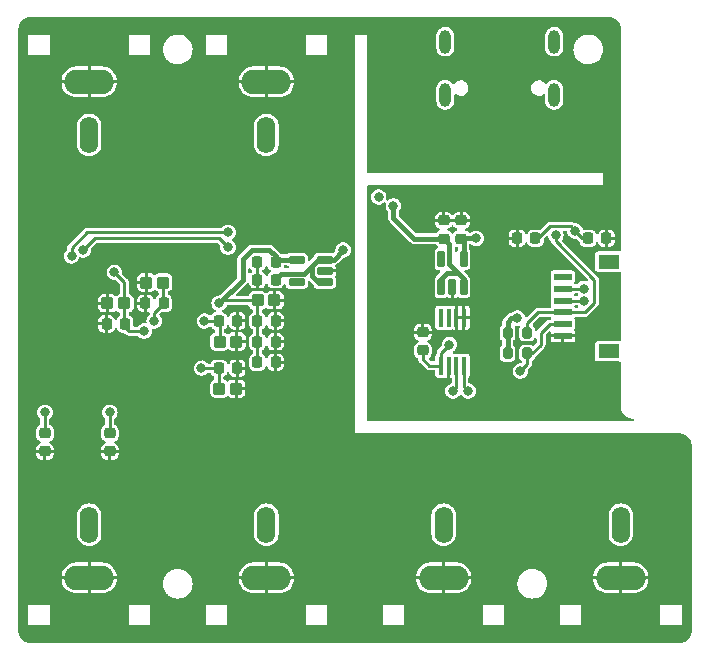
<source format=gbl>
G04 #@! TF.GenerationSoftware,KiCad,Pcbnew,7.0.2*
G04 #@! TF.CreationDate,2023-11-20T14:45:42+01:00*
G04 #@! TF.ProjectId,dsp_board,6473705f-626f-4617-9264-2e6b69636164,rev?*
G04 #@! TF.SameCoordinates,Original*
G04 #@! TF.FileFunction,Copper,L2,Bot*
G04 #@! TF.FilePolarity,Positive*
%FSLAX46Y46*%
G04 Gerber Fmt 4.6, Leading zero omitted, Abs format (unit mm)*
G04 Created by KiCad (PCBNEW 7.0.2) date 2023-11-20 14:45:42*
%MOMM*%
%LPD*%
G01*
G04 APERTURE LIST*
G04 Aperture macros list*
%AMRoundRect*
0 Rectangle with rounded corners*
0 $1 Rounding radius*
0 $2 $3 $4 $5 $6 $7 $8 $9 X,Y pos of 4 corners*
0 Add a 4 corners polygon primitive as box body*
4,1,4,$2,$3,$4,$5,$6,$7,$8,$9,$2,$3,0*
0 Add four circle primitives for the rounded corners*
1,1,$1+$1,$2,$3*
1,1,$1+$1,$4,$5*
1,1,$1+$1,$6,$7*
1,1,$1+$1,$8,$9*
0 Add four rect primitives between the rounded corners*
20,1,$1+$1,$2,$3,$4,$5,0*
20,1,$1+$1,$4,$5,$6,$7,0*
20,1,$1+$1,$6,$7,$8,$9,0*
20,1,$1+$1,$8,$9,$2,$3,0*%
G04 Aperture macros list end*
G04 #@! TA.AperFunction,ComponentPad*
%ADD10O,4.200000X2.100000*%
G04 #@! TD*
G04 #@! TA.AperFunction,ComponentPad*
%ADD11O,1.550000X3.100000*%
G04 #@! TD*
G04 #@! TA.AperFunction,ComponentPad*
%ADD12O,1.000000X2.000000*%
G04 #@! TD*
G04 #@! TA.AperFunction,SMDPad,CuDef*
%ADD13RoundRect,0.225000X-0.225000X-0.250000X0.225000X-0.250000X0.225000X0.250000X-0.225000X0.250000X0*%
G04 #@! TD*
G04 #@! TA.AperFunction,SMDPad,CuDef*
%ADD14RoundRect,0.250000X0.287500X0.275000X-0.287500X0.275000X-0.287500X-0.275000X0.287500X-0.275000X0*%
G04 #@! TD*
G04 #@! TA.AperFunction,SMDPad,CuDef*
%ADD15RoundRect,0.060000X0.240000X0.615000X-0.240000X0.615000X-0.240000X-0.615000X0.240000X-0.615000X0*%
G04 #@! TD*
G04 #@! TA.AperFunction,SMDPad,CuDef*
%ADD16RoundRect,0.200000X-0.200000X-0.275000X0.200000X-0.275000X0.200000X0.275000X-0.200000X0.275000X0*%
G04 #@! TD*
G04 #@! TA.AperFunction,SMDPad,CuDef*
%ADD17RoundRect,0.250000X-0.287500X-0.275000X0.287500X-0.275000X0.287500X0.275000X-0.287500X0.275000X0*%
G04 #@! TD*
G04 #@! TA.AperFunction,SMDPad,CuDef*
%ADD18RoundRect,0.060000X-0.615000X0.240000X-0.615000X-0.240000X0.615000X-0.240000X0.615000X0.240000X0*%
G04 #@! TD*
G04 #@! TA.AperFunction,SMDPad,CuDef*
%ADD19R,1.550000X0.600000*%
G04 #@! TD*
G04 #@! TA.AperFunction,SMDPad,CuDef*
%ADD20R,1.800000X1.200000*%
G04 #@! TD*
G04 #@! TA.AperFunction,SMDPad,CuDef*
%ADD21RoundRect,0.225000X0.250000X-0.225000X0.250000X0.225000X-0.250000X0.225000X-0.250000X-0.225000X0*%
G04 #@! TD*
G04 #@! TA.AperFunction,SMDPad,CuDef*
%ADD22R,0.457200X1.524000*%
G04 #@! TD*
G04 #@! TA.AperFunction,SMDPad,CuDef*
%ADD23RoundRect,0.225000X0.225000X0.250000X-0.225000X0.250000X-0.225000X-0.250000X0.225000X-0.250000X0*%
G04 #@! TD*
G04 #@! TA.AperFunction,ViaPad*
%ADD24C,0.800000*%
G04 #@! TD*
G04 #@! TA.AperFunction,Conductor*
%ADD25C,0.250000*%
G04 #@! TD*
G04 #@! TA.AperFunction,Conductor*
%ADD26C,0.400000*%
G04 #@! TD*
G04 APERTURE END LIST*
D10*
X40000000Y-136000000D03*
D11*
X40000000Y-131500000D03*
D10*
X40000000Y-94000000D03*
D11*
X40000000Y-98500000D03*
D10*
X55000000Y-136000000D03*
D11*
X55000000Y-131500000D03*
D10*
X70000000Y-136000000D03*
D11*
X70000000Y-131500000D03*
D10*
X85000000Y-136000000D03*
D11*
X85000000Y-131500000D03*
D10*
X55000000Y-94000000D03*
D11*
X55000000Y-98500000D03*
D12*
X79360000Y-90600000D03*
X70140000Y-90600000D03*
X79360000Y-95100000D03*
X70140000Y-95100000D03*
D13*
X50975000Y-118250000D03*
X52525000Y-118250000D03*
D14*
X46250000Y-111000000D03*
X44825000Y-111000000D03*
D13*
X54225000Y-116000000D03*
X55775000Y-116000000D03*
D15*
X71700000Y-111385000D03*
X70750000Y-111385000D03*
X69800000Y-111385000D03*
X69800000Y-109015000D03*
X71700000Y-109015000D03*
D16*
X75425000Y-115250000D03*
X77075000Y-115250000D03*
D17*
X51012500Y-120000000D03*
X52437500Y-120000000D03*
D18*
X59935000Y-109050000D03*
X59935000Y-110000000D03*
X59935000Y-110950000D03*
X57565000Y-110950000D03*
X57565000Y-109050000D03*
D19*
X80090000Y-110519500D03*
X80090000Y-111519500D03*
X80090000Y-112519500D03*
X80090000Y-113519500D03*
X80090000Y-114519500D03*
X80090000Y-115519500D03*
D20*
X83965000Y-109219500D03*
X83965000Y-116819500D03*
D21*
X36250000Y-125300000D03*
X36250000Y-123750000D03*
D22*
X69784800Y-113968000D03*
X70419800Y-113968000D03*
X71080200Y-113968000D03*
X71715200Y-113968000D03*
X71715200Y-118032000D03*
X71080200Y-118032000D03*
X70419800Y-118032000D03*
X69784800Y-118032000D03*
D16*
X75425000Y-117000000D03*
X77075000Y-117000000D03*
D13*
X50975000Y-114250000D03*
X52525000Y-114250000D03*
D23*
X46312500Y-112750000D03*
X44762500Y-112750000D03*
D21*
X70000000Y-107275000D03*
X70000000Y-105725000D03*
X68250000Y-116750000D03*
X68250000Y-115200000D03*
D23*
X55775000Y-109250000D03*
X54225000Y-109250000D03*
D17*
X51037500Y-116000000D03*
X52462500Y-116000000D03*
D14*
X42962500Y-112750000D03*
X41537500Y-112750000D03*
D23*
X43025000Y-114500000D03*
X41475000Y-114500000D03*
X55775000Y-110750000D03*
X54225000Y-110750000D03*
X77775000Y-107250000D03*
X76225000Y-107250000D03*
D13*
X54225000Y-114250000D03*
X55775000Y-114250000D03*
D17*
X54250000Y-112500000D03*
X55675000Y-112500000D03*
D21*
X41750000Y-125300000D03*
X41750000Y-123750000D03*
D13*
X54225000Y-117750000D03*
X55775000Y-117750000D03*
D21*
X71500000Y-107275000D03*
X71500000Y-105725000D03*
D13*
X82225000Y-107250000D03*
X83775000Y-107250000D03*
D24*
X42125353Y-110125353D03*
X44637563Y-115112437D03*
X76250000Y-114000000D03*
X70500000Y-116250000D03*
X81125000Y-106625000D03*
X72750000Y-107250000D03*
X65750000Y-104500000D03*
X61500000Y-108250000D03*
X51000000Y-112750000D03*
X41750000Y-122000000D03*
X49750000Y-114250000D03*
X45500000Y-114250000D03*
X36250000Y-122000000D03*
X81880000Y-111519500D03*
X81867452Y-112531551D03*
X79500000Y-107000000D03*
X76500000Y-118500000D03*
X51750000Y-106750000D03*
X38500000Y-108750000D03*
X51750000Y-108000000D03*
X39500000Y-108250000D03*
X70800000Y-120175000D03*
X72075000Y-120175000D03*
X49500000Y-118250000D03*
X64500000Y-103750000D03*
X81000000Y-101250000D03*
X41250000Y-111000000D03*
X83500000Y-120000000D03*
X47000000Y-104500000D03*
X87250000Y-129000000D03*
X42250000Y-129000000D03*
X71500000Y-97250000D03*
X78907635Y-101246731D03*
X74000000Y-101250000D03*
X77000000Y-99250000D03*
X46250000Y-105250000D03*
X38500000Y-107000000D03*
X69000000Y-97250000D03*
X83250000Y-105750000D03*
X73250000Y-109750000D03*
X84000000Y-111500000D03*
X72250000Y-129000000D03*
X49500000Y-104500000D03*
X70500000Y-97250000D03*
X57250000Y-129000000D03*
X41250000Y-117500000D03*
X44000000Y-117750000D03*
X82000000Y-96500000D03*
X46250000Y-118000000D03*
X51250000Y-110000000D03*
X39000000Y-115750000D03*
X49500000Y-117250000D03*
X73250000Y-112750000D03*
D25*
X69784800Y-118032000D02*
X69784800Y-116965200D01*
X43362437Y-115112437D02*
X44637563Y-115112437D01*
X44612437Y-115112437D02*
X44637563Y-115112437D01*
D26*
X71700000Y-107475000D02*
X71500000Y-107275000D01*
X71700000Y-109015000D02*
X71700000Y-107475000D01*
X75425000Y-115250000D02*
X75425000Y-117000000D01*
X71500000Y-107275000D02*
X71500000Y-107240000D01*
D25*
X43025000Y-114500000D02*
X43025000Y-114775000D01*
X81750000Y-107250000D02*
X81125000Y-106625000D01*
X42962500Y-110962500D02*
X42962500Y-112750000D01*
X42125353Y-110125353D02*
X42962500Y-110962500D01*
X42962500Y-114437500D02*
X43025000Y-114500000D01*
D26*
X71525000Y-107250000D02*
X72750000Y-107250000D01*
D25*
X78000000Y-107250000D02*
X79000000Y-106250000D01*
D26*
X75425000Y-114325000D02*
X75425000Y-115250000D01*
D25*
X42962500Y-112750000D02*
X42962500Y-114437500D01*
X68250000Y-116750000D02*
X68250000Y-117500000D01*
X69784800Y-116965200D02*
X70500000Y-116250000D01*
X79000000Y-106250000D02*
X80750000Y-106250000D01*
X68250000Y-117500000D02*
X68782000Y-118032000D01*
X42962500Y-112687500D02*
X43025000Y-112750000D01*
X82225000Y-107250000D02*
X81750000Y-107250000D01*
D26*
X71500000Y-107275000D02*
X71525000Y-107250000D01*
D25*
X68782000Y-118032000D02*
X69784800Y-118032000D01*
D26*
X76250000Y-114000000D02*
X75750000Y-114000000D01*
D25*
X43025000Y-114775000D02*
X43362437Y-115112437D01*
D26*
X75750000Y-114000000D02*
X75425000Y-114325000D01*
D25*
X77775000Y-107250000D02*
X78000000Y-107250000D01*
X80750000Y-106250000D02*
X81125000Y-106625000D01*
D26*
X55775000Y-110750000D02*
X56275000Y-110250000D01*
X71700000Y-110665000D02*
X71250000Y-110215000D01*
X70250000Y-110215000D02*
X69800000Y-110665000D01*
X70060000Y-107275000D02*
X70500000Y-107715000D01*
X59379462Y-109050000D02*
X58860000Y-109569462D01*
X60700000Y-109050000D02*
X59935000Y-109050000D01*
X56275000Y-110250000D02*
X58179462Y-110250000D01*
X58179462Y-110250000D02*
X58860000Y-109569462D01*
X71250000Y-110215000D02*
X70250000Y-110215000D01*
X70000000Y-107275000D02*
X67525000Y-107275000D01*
X71700000Y-111385000D02*
X71700000Y-110665000D01*
X70500000Y-107715000D02*
X70500000Y-109465000D01*
X61500000Y-108250000D02*
X60700000Y-109050000D01*
X58860000Y-110430538D02*
X59379462Y-110950000D01*
X59935000Y-109050000D02*
X59379462Y-109050000D01*
X70500000Y-109465000D02*
X71250000Y-110215000D01*
X67525000Y-107275000D02*
X65750000Y-105500000D01*
X58860000Y-109569462D02*
X58860000Y-110430538D01*
X70000000Y-107275000D02*
X70060000Y-107275000D01*
X65750000Y-105500000D02*
X65750000Y-104500000D01*
X69800000Y-110665000D02*
X69800000Y-111385000D01*
X59379462Y-110950000D02*
X59935000Y-110950000D01*
X53000000Y-110750000D02*
X53000000Y-109000000D01*
X55775000Y-108775000D02*
X55775000Y-109250000D01*
D25*
X54250000Y-112500000D02*
X51250000Y-112500000D01*
D26*
X55250000Y-108250000D02*
X55775000Y-108775000D01*
D25*
X54225000Y-114250000D02*
X54225000Y-112525000D01*
X54225000Y-117750000D02*
X54225000Y-116000000D01*
X51250000Y-112500000D02*
X51000000Y-112750000D01*
X54225000Y-114250000D02*
X54225000Y-116000000D01*
D26*
X53000000Y-109000000D02*
X53750000Y-108250000D01*
X57565000Y-109050000D02*
X55975000Y-109050000D01*
D25*
X54225000Y-112525000D02*
X54250000Y-112500000D01*
D26*
X55975000Y-109050000D02*
X55775000Y-109250000D01*
X53750000Y-108250000D02*
X55250000Y-108250000D01*
X51000000Y-112750000D02*
X53000000Y-110750000D01*
D25*
X41750000Y-123750000D02*
X41750000Y-122000000D01*
X51037500Y-116000000D02*
X51037500Y-114312500D01*
X50975000Y-114250000D02*
X49750000Y-114250000D01*
X51037500Y-114312500D02*
X50975000Y-114250000D01*
X46250000Y-112843750D02*
X46312500Y-112906250D01*
X46250000Y-111156250D02*
X46250000Y-112843750D01*
X45500000Y-114250000D02*
X45500000Y-113562500D01*
X45500000Y-113562500D02*
X46312500Y-112750000D01*
X36250000Y-123750000D02*
X36250000Y-122000000D01*
X81880000Y-111519500D02*
X80090000Y-111519500D01*
X81855401Y-112519500D02*
X81867452Y-112531551D01*
X80090000Y-112519500D02*
X81855401Y-112519500D01*
X77075000Y-114425000D02*
X77075000Y-115250000D01*
X82750000Y-112750000D02*
X81980500Y-113519500D01*
X79500000Y-107000000D02*
X79500000Y-107500000D01*
X80090000Y-113519500D02*
X77980500Y-113519500D01*
X79500000Y-107500000D02*
X82750000Y-110750000D01*
X81980500Y-113519500D02*
X80090000Y-113519500D01*
X77980500Y-113519500D02*
X77075000Y-114425000D01*
X82750000Y-110750000D02*
X82750000Y-112750000D01*
X77075000Y-117000000D02*
X77500000Y-117000000D01*
X77075000Y-117925000D02*
X77075000Y-117000000D01*
X78250000Y-116250000D02*
X78250000Y-115250000D01*
X76500000Y-118500000D02*
X77075000Y-117925000D01*
X78250000Y-115250000D02*
X78980500Y-114519500D01*
X78980500Y-114519500D02*
X80090000Y-114519500D01*
X77500000Y-117000000D02*
X78250000Y-116250000D01*
X38500000Y-108750000D02*
X38500000Y-108070264D01*
X38500000Y-108070264D02*
X39820264Y-106750000D01*
X39820264Y-106750000D02*
X51750000Y-106750000D01*
X51000000Y-107250000D02*
X40500000Y-107250000D01*
X51750000Y-108000000D02*
X51000000Y-107250000D01*
X40500000Y-107250000D02*
X39500000Y-108250000D01*
X71080200Y-118032000D02*
X71080200Y-119894800D01*
X71080200Y-119894800D02*
X70800000Y-120175000D01*
X71715200Y-118032000D02*
X71715200Y-119815200D01*
X71715200Y-119815200D02*
X72075000Y-120175000D01*
X50975000Y-119962500D02*
X51012500Y-120000000D01*
X50975000Y-118250000D02*
X50975000Y-119962500D01*
X49500000Y-118250000D02*
X50975000Y-118250000D01*
G04 #@! TA.AperFunction,Conductor*
G36*
X84004309Y-88500877D02*
G01*
X84045519Y-88504482D01*
X84173820Y-88517120D01*
X84189703Y-88520010D01*
X84256837Y-88537998D01*
X84259807Y-88538846D01*
X84353264Y-88567196D01*
X84366359Y-88572207D01*
X84434466Y-88603966D01*
X84439295Y-88606380D01*
X84520369Y-88649715D01*
X84530485Y-88655929D01*
X84593673Y-88700174D01*
X84599693Y-88704742D01*
X84669396Y-88761945D01*
X84676596Y-88768469D01*
X84731529Y-88823402D01*
X84738053Y-88830602D01*
X84795256Y-88900305D01*
X84799824Y-88906325D01*
X84844069Y-88969513D01*
X84850283Y-88979629D01*
X84893618Y-89060703D01*
X84896032Y-89065532D01*
X84927791Y-89133639D01*
X84932804Y-89146739D01*
X84961129Y-89240112D01*
X84962019Y-89243228D01*
X84979986Y-89310282D01*
X84982882Y-89326202D01*
X84995523Y-89454554D01*
X84998220Y-89485379D01*
X84998684Y-89490679D01*
X84999124Y-89495699D01*
X84999500Y-89504316D01*
X84999500Y-103768993D01*
X84989999Y-103798231D01*
X84989999Y-108266000D01*
X84971092Y-108324191D01*
X84921592Y-108360155D01*
X84890999Y-108365000D01*
X83039934Y-108365000D01*
X82965699Y-108379766D01*
X82881515Y-108436016D01*
X82825266Y-108520198D01*
X82810500Y-108594433D01*
X82810500Y-109844565D01*
X82816156Y-109872998D01*
X82825266Y-109918801D01*
X82881516Y-110002984D01*
X82965699Y-110059234D01*
X83039933Y-110074000D01*
X84890066Y-110073999D01*
X84891000Y-110073999D01*
X84949191Y-110092906D01*
X84985155Y-110142406D01*
X84990000Y-110172999D01*
X84990000Y-115866000D01*
X84971093Y-115924191D01*
X84921593Y-115960155D01*
X84891000Y-115965000D01*
X83039934Y-115965000D01*
X82965699Y-115979766D01*
X82881515Y-116036016D01*
X82825266Y-116120198D01*
X82810500Y-116194433D01*
X82810500Y-117444565D01*
X82821597Y-117500353D01*
X82825266Y-117518801D01*
X82881516Y-117602984D01*
X82965699Y-117659234D01*
X83039933Y-117674000D01*
X84890066Y-117673999D01*
X84891000Y-117673999D01*
X84949191Y-117692906D01*
X84985155Y-117742406D01*
X84990000Y-117772999D01*
X84990000Y-121819500D01*
X84990001Y-121819500D01*
X84993829Y-121823328D01*
X85040238Y-121838407D01*
X85075020Y-121884485D01*
X85088160Y-121920402D01*
X85103340Y-121947333D01*
X85110068Y-121961926D01*
X85115342Y-121976342D01*
X85117675Y-121977684D01*
X85130449Y-121995428D01*
X85133026Y-122000000D01*
X85168197Y-122062399D01*
X85188341Y-122087526D01*
X85192559Y-122098678D01*
X85211912Y-122118081D01*
X85225303Y-122134784D01*
X85235065Y-122150101D01*
X85249997Y-122164433D01*
X85270149Y-122189570D01*
X85270151Y-122189571D01*
X85270152Y-122189573D01*
X85327297Y-122240972D01*
X85335616Y-122255364D01*
X85355559Y-122268147D01*
X85368339Y-122277888D01*
X85388512Y-122296032D01*
X85391336Y-122298572D01*
X85418225Y-122315807D01*
X85528563Y-122386531D01*
X85556951Y-122398784D01*
X85565835Y-122403508D01*
X85574703Y-122406446D01*
X85678212Y-122451126D01*
X85755073Y-122470398D01*
X85759418Y-122471596D01*
X85762195Y-122472431D01*
X85767897Y-122474339D01*
X85799316Y-122485926D01*
X85816218Y-122488683D01*
X85975760Y-122536678D01*
X86040642Y-122556197D01*
X86090919Y-122591066D01*
X86111098Y-122648828D01*
X86093472Y-122707420D01*
X86044773Y-122744461D01*
X86012122Y-122750000D01*
X63599000Y-122750000D01*
X63540809Y-122731093D01*
X63504845Y-122681593D01*
X63500000Y-122651000D01*
X63500000Y-117020864D01*
X67520500Y-117020864D01*
X67520781Y-117023481D01*
X67520782Y-117023492D01*
X67526639Y-117077974D01*
X67574824Y-117207163D01*
X67603100Y-117244934D01*
X67657456Y-117317544D01*
X67714775Y-117360453D01*
X67767836Y-117400175D01*
X67803154Y-117413348D01*
X67851068Y-117451399D01*
X67866796Y-117493856D01*
X67869739Y-117517458D01*
X67870500Y-117529708D01*
X67870500Y-117531445D01*
X67874044Y-117552687D01*
X67874633Y-117556730D01*
X67881862Y-117614715D01*
X67883733Y-117620554D01*
X67911524Y-117671908D01*
X67913396Y-117675545D01*
X67939057Y-117728036D01*
X67942715Y-117732941D01*
X67946380Y-117736315D01*
X67946381Y-117736316D01*
X67985688Y-117772501D01*
X67988615Y-117775309D01*
X68478564Y-118265258D01*
X68491438Y-118281112D01*
X68498932Y-118292582D01*
X68517565Y-118307085D01*
X68525459Y-118313229D01*
X68534650Y-118321344D01*
X68535887Y-118322581D01*
X68535890Y-118322583D01*
X68553442Y-118335116D01*
X68556702Y-118337547D01*
X68576528Y-118352977D01*
X68602814Y-118373437D01*
X68608241Y-118376230D01*
X68613020Y-118377652D01*
X68613021Y-118377653D01*
X68664239Y-118392900D01*
X68668097Y-118394136D01*
X68718673Y-118411500D01*
X68723380Y-118413116D01*
X68729434Y-118413998D01*
X68787780Y-118411585D01*
X68791871Y-118411500D01*
X69202701Y-118411500D01*
X69260892Y-118430407D01*
X69296856Y-118479907D01*
X69301701Y-118510500D01*
X69301701Y-118819066D01*
X69316466Y-118893301D01*
X69372716Y-118977484D01*
X69456899Y-119033734D01*
X69531133Y-119048500D01*
X70038466Y-119048499D01*
X70084273Y-119039388D01*
X70122896Y-119039389D01*
X70166181Y-119047999D01*
X70292800Y-119047999D01*
X70292800Y-118004000D01*
X70311707Y-117945809D01*
X70361207Y-117909845D01*
X70391800Y-117905000D01*
X70447800Y-117905000D01*
X70505991Y-117923907D01*
X70541955Y-117973407D01*
X70546800Y-118004000D01*
X70546800Y-119047997D01*
X70546801Y-119047999D01*
X70601700Y-119047999D01*
X70659891Y-119066906D01*
X70695855Y-119116406D01*
X70700700Y-119146999D01*
X70700700Y-119447825D01*
X70681793Y-119506016D01*
X70632293Y-119541980D01*
X70625394Y-119543948D01*
X70566204Y-119558537D01*
X70425472Y-119632399D01*
X70306501Y-119737799D01*
X70216213Y-119868603D01*
X70159850Y-120017220D01*
X70140692Y-120175000D01*
X70159850Y-120332779D01*
X70216213Y-120481396D01*
X70305957Y-120611412D01*
X70306502Y-120612201D01*
X70332693Y-120635404D01*
X70425472Y-120717600D01*
X70543413Y-120779500D01*
X70566207Y-120791463D01*
X70720529Y-120829500D01*
X70879471Y-120829500D01*
X71033793Y-120791463D01*
X71174529Y-120717599D01*
X71293498Y-120612201D01*
X71300155Y-120602556D01*
X71356025Y-120521616D01*
X71404641Y-120484466D01*
X71465809Y-120482988D01*
X71516163Y-120517745D01*
X71518975Y-120521616D01*
X71581499Y-120612198D01*
X71581501Y-120612200D01*
X71581502Y-120612201D01*
X71607693Y-120635404D01*
X71700472Y-120717600D01*
X71818413Y-120779500D01*
X71841207Y-120791463D01*
X71995529Y-120829500D01*
X72154471Y-120829500D01*
X72308793Y-120791463D01*
X72449529Y-120717599D01*
X72568498Y-120612201D01*
X72658787Y-120481395D01*
X72715149Y-120332782D01*
X72734307Y-120175000D01*
X72715149Y-120017218D01*
X72658787Y-119868605D01*
X72568498Y-119737799D01*
X72568497Y-119737798D01*
X72449527Y-119632399D01*
X72308794Y-119558537D01*
X72170007Y-119524329D01*
X72118032Y-119492045D01*
X72094960Y-119435377D01*
X72094700Y-119428206D01*
X72094700Y-119052172D01*
X72113607Y-118993981D01*
X72121028Y-118986845D01*
X72127282Y-118977485D01*
X72127284Y-118977484D01*
X72183534Y-118893301D01*
X72198300Y-118819067D01*
X72198299Y-117327454D01*
X74770500Y-117327454D01*
X74770501Y-117329748D01*
X74770715Y-117332034D01*
X74770716Y-117332049D01*
X74773379Y-117360453D01*
X74818630Y-117489772D01*
X74818631Y-117489773D01*
X74899990Y-117600010D01*
X75002336Y-117675545D01*
X75010227Y-117681369D01*
X75104926Y-117714506D01*
X75139549Y-117726621D01*
X75170251Y-117729500D01*
X75679748Y-117729499D01*
X75710451Y-117726621D01*
X75839773Y-117681369D01*
X75950010Y-117600010D01*
X76031369Y-117489773D01*
X76076621Y-117360451D01*
X76079500Y-117329749D01*
X76079499Y-116670252D01*
X76076621Y-116639549D01*
X76031369Y-116510227D01*
X75950010Y-116399990D01*
X75919711Y-116377628D01*
X75884119Y-116327861D01*
X75879500Y-116297974D01*
X75879500Y-115952026D01*
X75898407Y-115893835D01*
X75919713Y-115872370D01*
X75928344Y-115866000D01*
X75950010Y-115850010D01*
X76031369Y-115739773D01*
X76076621Y-115610451D01*
X76079500Y-115579749D01*
X76079499Y-114920252D01*
X76076621Y-114889549D01*
X76038134Y-114779560D01*
X76036761Y-114718390D01*
X76071604Y-114668095D01*
X76129356Y-114647887D01*
X76155269Y-114650738D01*
X76170529Y-114654500D01*
X76329469Y-114654500D01*
X76329471Y-114654500D01*
X76344729Y-114650739D01*
X76405751Y-114655170D01*
X76452517Y-114694624D01*
X76467161Y-114754031D01*
X76461865Y-114779560D01*
X76423379Y-114889546D01*
X76420716Y-114917950D01*
X76420500Y-114920251D01*
X76420500Y-114922561D01*
X76420500Y-114922562D01*
X76420500Y-115577433D01*
X76420500Y-115577454D01*
X76420501Y-115579748D01*
X76420715Y-115582034D01*
X76420716Y-115582049D01*
X76423379Y-115610453D01*
X76468630Y-115739772D01*
X76468631Y-115739773D01*
X76549990Y-115850010D01*
X76660227Y-115931369D01*
X76789549Y-115976621D01*
X76820251Y-115979500D01*
X77329748Y-115979499D01*
X77360451Y-115976621D01*
X77489773Y-115931369D01*
X77600010Y-115850010D01*
X77681369Y-115739773D01*
X77681369Y-115739772D01*
X77690230Y-115727767D01*
X77692903Y-115729740D01*
X77715118Y-115700563D01*
X77773717Y-115682964D01*
X77831470Y-115703170D01*
X77866316Y-115753463D01*
X77870500Y-115781939D01*
X77870500Y-116051798D01*
X77851593Y-116109989D01*
X77841503Y-116121802D01*
X77639139Y-116324165D01*
X77584623Y-116351942D01*
X77524191Y-116342371D01*
X77510348Y-116333816D01*
X77489772Y-116318630D01*
X77360453Y-116273379D01*
X77332045Y-116270715D01*
X77332038Y-116270714D01*
X77329749Y-116270500D01*
X77327437Y-116270500D01*
X76822566Y-116270500D01*
X76822544Y-116270500D01*
X76820252Y-116270501D01*
X76817966Y-116270715D01*
X76817950Y-116270716D01*
X76789546Y-116273379D01*
X76660227Y-116318630D01*
X76549990Y-116399990D01*
X76468630Y-116510227D01*
X76423379Y-116639546D01*
X76420716Y-116667950D01*
X76420500Y-116670251D01*
X76420500Y-116672561D01*
X76420500Y-116672562D01*
X76420500Y-117327433D01*
X76420500Y-117327454D01*
X76420501Y-117329748D01*
X76420715Y-117332034D01*
X76420716Y-117332049D01*
X76423379Y-117360453D01*
X76468630Y-117489772D01*
X76468631Y-117489773D01*
X76549990Y-117600010D01*
X76621111Y-117652500D01*
X76637693Y-117664738D01*
X76673286Y-117714506D01*
X76672828Y-117775689D01*
X76648909Y-117814395D01*
X76646800Y-117816504D01*
X76592285Y-117844281D01*
X76576798Y-117845500D01*
X76420529Y-117845500D01*
X76266205Y-117883537D01*
X76125472Y-117957399D01*
X76006501Y-118062799D01*
X75916213Y-118193603D01*
X75859850Y-118342220D01*
X75840692Y-118500000D01*
X75859850Y-118657779D01*
X75916213Y-118806396D01*
X76006501Y-118937200D01*
X76125472Y-119042600D01*
X76266098Y-119116406D01*
X76266207Y-119116463D01*
X76420529Y-119154500D01*
X76579471Y-119154500D01*
X76733793Y-119116463D01*
X76874529Y-119042599D01*
X76993498Y-118937201D01*
X77083787Y-118806395D01*
X77140149Y-118657782D01*
X77159307Y-118500000D01*
X77151841Y-118438513D01*
X77163596Y-118378469D01*
X77180111Y-118356581D01*
X77308261Y-118228431D01*
X77324115Y-118215559D01*
X77335582Y-118208068D01*
X77356230Y-118181537D01*
X77364343Y-118172350D01*
X77365581Y-118171113D01*
X77378122Y-118153546D01*
X77380549Y-118150293D01*
X77401793Y-118123000D01*
X77413375Y-118108119D01*
X77413374Y-118108119D01*
X77416441Y-118104180D01*
X77419229Y-118098763D01*
X77434207Y-118048449D01*
X77435900Y-118042759D01*
X77437131Y-118038915D01*
X77454500Y-117988327D01*
X77454500Y-117988323D01*
X77456116Y-117983616D01*
X77456998Y-117977568D01*
X77454585Y-117919220D01*
X77454500Y-117915129D01*
X77454500Y-117757378D01*
X77473407Y-117699187D01*
X77494708Y-117677726D01*
X77600010Y-117600010D01*
X77681369Y-117489773D01*
X77726621Y-117360451D01*
X77728337Y-117342141D01*
X77752593Y-117285972D01*
X77754031Y-117284375D01*
X77772500Y-117264311D01*
X77775287Y-117261405D01*
X78483261Y-116553431D01*
X78499115Y-116540559D01*
X78510582Y-116533068D01*
X78531230Y-116506537D01*
X78539343Y-116497350D01*
X78540580Y-116496114D01*
X78553135Y-116478527D01*
X78555513Y-116475338D01*
X78588375Y-116433119D01*
X78588376Y-116433114D01*
X78591436Y-116429184D01*
X78594231Y-116423755D01*
X78598987Y-116407782D01*
X78606263Y-116383341D01*
X78610900Y-116367766D01*
X78612149Y-116363867D01*
X78624510Y-116327861D01*
X78629500Y-116313327D01*
X78629500Y-116313326D01*
X78631116Y-116308619D01*
X78631998Y-116302568D01*
X78629585Y-116244229D01*
X78629500Y-116240138D01*
X78629500Y-115844515D01*
X79061001Y-115844515D01*
X79075737Y-115918605D01*
X79131876Y-116002624D01*
X79215892Y-116058762D01*
X79289984Y-116073499D01*
X79962998Y-116073499D01*
X79963000Y-116073498D01*
X80217000Y-116073498D01*
X80217001Y-116073499D01*
X80890016Y-116073499D01*
X80964105Y-116058762D01*
X81048124Y-116002623D01*
X81104262Y-115918607D01*
X81119000Y-115844516D01*
X81119000Y-115646501D01*
X81118999Y-115646500D01*
X80217001Y-115646500D01*
X80217000Y-115646501D01*
X80217000Y-116073498D01*
X79963000Y-116073498D01*
X79963000Y-115646501D01*
X79962999Y-115646500D01*
X79061002Y-115646500D01*
X79061001Y-115646501D01*
X79061001Y-115844515D01*
X78629500Y-115844515D01*
X78629500Y-115448201D01*
X78648407Y-115390010D01*
X78658496Y-115378197D01*
X78891996Y-115144697D01*
X78946513Y-115116920D01*
X79006945Y-115126491D01*
X79050210Y-115169756D01*
X79061000Y-115214701D01*
X79061000Y-115392499D01*
X79061001Y-115392500D01*
X81118998Y-115392500D01*
X81118999Y-115392499D01*
X81118999Y-115194484D01*
X81104262Y-115120394D01*
X81073898Y-115074950D01*
X81057290Y-115016062D01*
X81073897Y-114964950D01*
X81104734Y-114918801D01*
X81119500Y-114844567D01*
X81119499Y-114194434D01*
X81104734Y-114120199D01*
X81074198Y-114074499D01*
X81057590Y-114015614D01*
X81074200Y-113964497D01*
X81088567Y-113942995D01*
X81136619Y-113905118D01*
X81170881Y-113899000D01*
X81930873Y-113899000D01*
X81951189Y-113901107D01*
X81964600Y-113903919D01*
X81995120Y-113900114D01*
X81997965Y-113899760D01*
X82010210Y-113899000D01*
X82011941Y-113899000D01*
X82011943Y-113899000D01*
X82033223Y-113895448D01*
X82037210Y-113894867D01*
X82090283Y-113888252D01*
X82090284Y-113888251D01*
X82095229Y-113887635D01*
X82101038Y-113885774D01*
X82105423Y-113883400D01*
X82105427Y-113883400D01*
X82152452Y-113857950D01*
X82156022Y-113856113D01*
X82204068Y-113832626D01*
X82204069Y-113832624D01*
X82208548Y-113830435D01*
X82213430Y-113826795D01*
X82216811Y-113823121D01*
X82216816Y-113823119D01*
X82253024Y-113783785D01*
X82255787Y-113780905D01*
X82983261Y-113053431D01*
X82999115Y-113040559D01*
X83006069Y-113036016D01*
X83010582Y-113033068D01*
X83031230Y-113006537D01*
X83039343Y-112997350D01*
X83040580Y-112996114D01*
X83053135Y-112978527D01*
X83055513Y-112975338D01*
X83088375Y-112933119D01*
X83088375Y-112933117D01*
X83091439Y-112929182D01*
X83094230Y-112923758D01*
X83095651Y-112918981D01*
X83095653Y-112918980D01*
X83110901Y-112867758D01*
X83112129Y-112863921D01*
X83129500Y-112813327D01*
X83129500Y-112813324D01*
X83131115Y-112808620D01*
X83131997Y-112802569D01*
X83129585Y-112744245D01*
X83129500Y-112740154D01*
X83129500Y-110799627D01*
X83131607Y-110779311D01*
X83131827Y-110778256D01*
X83134419Y-110765900D01*
X83130260Y-110732535D01*
X83129500Y-110720290D01*
X83129500Y-110718557D01*
X83127154Y-110704500D01*
X83125950Y-110697289D01*
X83125364Y-110693266D01*
X83118752Y-110640217D01*
X83118750Y-110640213D01*
X83118134Y-110635271D01*
X83116272Y-110629457D01*
X83113900Y-110625074D01*
X83113900Y-110625073D01*
X83088464Y-110578072D01*
X83086611Y-110574471D01*
X83063126Y-110526432D01*
X83063125Y-110526431D01*
X83060939Y-110521959D01*
X83057287Y-110517061D01*
X83053619Y-110513684D01*
X83014311Y-110477498D01*
X83011383Y-110474689D01*
X80043833Y-107507139D01*
X80016056Y-107452622D01*
X80025627Y-107392190D01*
X80032358Y-107380902D01*
X80083787Y-107306395D01*
X80140149Y-107157782D01*
X80159307Y-107000000D01*
X80140149Y-106842218D01*
X80110334Y-106763605D01*
X80107379Y-106702492D01*
X80140910Y-106651312D01*
X80198119Y-106629616D01*
X80202902Y-106629500D01*
X80378533Y-106629500D01*
X80436724Y-106648407D01*
X80472688Y-106697907D01*
X80476811Y-106716567D01*
X80484850Y-106782779D01*
X80541213Y-106931396D01*
X80627494Y-107056395D01*
X80631502Y-107062201D01*
X80648674Y-107077414D01*
X80750472Y-107167600D01*
X80787819Y-107187201D01*
X80891207Y-107241463D01*
X81045529Y-107279500D01*
X81201798Y-107279500D01*
X81259989Y-107298407D01*
X81271802Y-107308496D01*
X81446564Y-107483258D01*
X81459438Y-107499112D01*
X81466931Y-107510581D01*
X81488115Y-107527069D01*
X81522423Y-107577732D01*
X81525740Y-107594607D01*
X81526639Y-107602971D01*
X81574824Y-107732162D01*
X81574825Y-107732163D01*
X81657456Y-107842544D01*
X81707901Y-107880307D01*
X81767836Y-107925175D01*
X81897025Y-107973360D01*
X81917888Y-107975602D01*
X81954136Y-107979500D01*
X81956782Y-107979500D01*
X82493218Y-107979500D01*
X82495864Y-107979500D01*
X82542542Y-107974481D01*
X82552974Y-107973360D01*
X82682163Y-107925175D01*
X82709781Y-107904500D01*
X82792544Y-107842544D01*
X82875175Y-107732163D01*
X82907508Y-107645473D01*
X82945558Y-107597559D01*
X83004505Y-107581161D01*
X83061833Y-107602542D01*
X83093024Y-107645473D01*
X83125267Y-107731921D01*
X83207813Y-107842186D01*
X83318078Y-107924732D01*
X83447133Y-107972867D01*
X83501550Y-107978717D01*
X83506827Y-107979000D01*
X83647999Y-107979000D01*
X83648000Y-107978999D01*
X83902000Y-107978999D01*
X83902001Y-107979000D01*
X84043173Y-107979000D01*
X84048449Y-107978717D01*
X84102866Y-107972867D01*
X84231921Y-107924732D01*
X84342186Y-107842186D01*
X84424732Y-107731921D01*
X84472867Y-107602866D01*
X84478717Y-107548449D01*
X84479000Y-107543173D01*
X84479000Y-107377001D01*
X84478999Y-107377000D01*
X83902001Y-107377000D01*
X83902000Y-107377001D01*
X83902000Y-107978999D01*
X83648000Y-107978999D01*
X83648000Y-107122999D01*
X83902000Y-107122999D01*
X83902001Y-107123000D01*
X84478999Y-107123000D01*
X84479000Y-107122999D01*
X84479000Y-106956826D01*
X84478717Y-106951550D01*
X84472867Y-106897133D01*
X84424732Y-106768078D01*
X84342186Y-106657813D01*
X84231921Y-106575267D01*
X84102866Y-106527132D01*
X84048449Y-106521282D01*
X84043173Y-106521000D01*
X83902001Y-106521000D01*
X83902000Y-106521001D01*
X83902000Y-107122999D01*
X83648000Y-107122999D01*
X83648000Y-106521001D01*
X83647999Y-106521000D01*
X83506827Y-106521000D01*
X83501550Y-106521282D01*
X83447133Y-106527132D01*
X83318078Y-106575267D01*
X83207813Y-106657813D01*
X83125267Y-106768078D01*
X83093024Y-106854526D01*
X83054973Y-106902441D01*
X82996026Y-106918838D01*
X82938698Y-106897456D01*
X82907508Y-106854525D01*
X82875175Y-106767837D01*
X82836794Y-106716567D01*
X82792544Y-106657456D01*
X82745287Y-106622080D01*
X82682163Y-106574824D01*
X82552974Y-106526639D01*
X82498492Y-106520782D01*
X82498481Y-106520781D01*
X82495864Y-106520500D01*
X81954136Y-106520500D01*
X81951519Y-106520781D01*
X81951507Y-106520782D01*
X81897022Y-106526640D01*
X81893478Y-106527962D01*
X81832349Y-106530579D01*
X81781356Y-106496765D01*
X81766320Y-106470308D01*
X81765149Y-106467221D01*
X81765149Y-106467218D01*
X81708787Y-106318605D01*
X81704779Y-106312799D01*
X81618498Y-106187799D01*
X81499527Y-106082399D01*
X81358794Y-106008537D01*
X81204471Y-105970500D01*
X81045529Y-105970500D01*
X81043348Y-105970500D01*
X80985819Y-105952069D01*
X80978557Y-105946884D01*
X80975296Y-105944452D01*
X80929191Y-105908568D01*
X80923748Y-105905766D01*
X80867794Y-105889108D01*
X80863898Y-105887860D01*
X80808622Y-105868884D01*
X80802564Y-105868001D01*
X80745900Y-105870345D01*
X80744229Y-105870415D01*
X80740139Y-105870500D01*
X79049627Y-105870500D01*
X79029311Y-105868393D01*
X79015900Y-105865581D01*
X78982535Y-105869740D01*
X78970290Y-105870500D01*
X78968557Y-105870500D01*
X78961493Y-105871678D01*
X78947294Y-105874047D01*
X78943254Y-105874635D01*
X78885285Y-105881862D01*
X78879450Y-105883732D01*
X78875074Y-105886099D01*
X78875073Y-105886100D01*
X78828068Y-105911536D01*
X78824449Y-105913399D01*
X78771969Y-105939055D01*
X78767054Y-105942720D01*
X78727522Y-105985662D01*
X78724690Y-105988614D01*
X78208918Y-106504386D01*
X78154401Y-106532163D01*
X78104323Y-106527142D01*
X78102977Y-106526640D01*
X78048492Y-106520782D01*
X78048481Y-106520781D01*
X78045864Y-106520500D01*
X77504136Y-106520500D01*
X77501519Y-106520781D01*
X77501507Y-106520782D01*
X77447025Y-106526639D01*
X77317836Y-106574824D01*
X77207456Y-106657456D01*
X77124824Y-106767836D01*
X77092491Y-106854526D01*
X77054440Y-106902440D01*
X76995493Y-106918838D01*
X76938165Y-106897456D01*
X76906975Y-106854526D01*
X76874732Y-106768078D01*
X76792186Y-106657813D01*
X76681921Y-106575267D01*
X76552866Y-106527132D01*
X76498449Y-106521282D01*
X76493173Y-106521000D01*
X76352001Y-106521000D01*
X76352000Y-106521001D01*
X76352000Y-107978999D01*
X76352001Y-107979000D01*
X76493173Y-107979000D01*
X76498449Y-107978717D01*
X76552866Y-107972867D01*
X76681921Y-107924732D01*
X76792186Y-107842186D01*
X76874732Y-107731920D01*
X76906975Y-107645474D01*
X76945025Y-107597559D01*
X77003972Y-107581161D01*
X77061300Y-107602542D01*
X77092491Y-107645473D01*
X77124824Y-107732163D01*
X77168635Y-107790686D01*
X77207456Y-107842544D01*
X77257901Y-107880307D01*
X77317836Y-107925175D01*
X77447025Y-107973360D01*
X77467888Y-107975602D01*
X77504136Y-107979500D01*
X77506782Y-107979500D01*
X78043218Y-107979500D01*
X78045864Y-107979500D01*
X78092542Y-107974481D01*
X78102974Y-107973360D01*
X78232163Y-107925175D01*
X78259781Y-107904500D01*
X78342544Y-107842544D01*
X78425175Y-107732163D01*
X78457508Y-107645474D01*
X78473360Y-107602974D01*
X78477679Y-107562799D01*
X78479500Y-107545864D01*
X78479500Y-107348201D01*
X78498407Y-107290010D01*
X78508496Y-107278198D01*
X78691072Y-107095621D01*
X78745589Y-107067843D01*
X78806021Y-107077414D01*
X78849286Y-107120679D01*
X78859354Y-107153689D01*
X78859850Y-107157779D01*
X78916213Y-107306396D01*
X78952105Y-107358394D01*
X79006502Y-107437201D01*
X79094582Y-107515234D01*
X79125600Y-107567971D01*
X79127171Y-107577085D01*
X79131862Y-107614715D01*
X79133733Y-107620554D01*
X79161524Y-107671908D01*
X79163396Y-107675545D01*
X79189057Y-107728036D01*
X79192715Y-107732941D01*
X79196380Y-107736315D01*
X79196381Y-107736316D01*
X79235688Y-107772501D01*
X79238615Y-107775309D01*
X82197837Y-110734531D01*
X82225614Y-110789048D01*
X82216043Y-110849480D01*
X82172778Y-110892745D01*
X82112346Y-110902316D01*
X82104141Y-110900658D01*
X81959472Y-110865000D01*
X81959471Y-110865000D01*
X81800529Y-110865000D01*
X81646205Y-110903037D01*
X81505472Y-110976899D01*
X81386502Y-111082298D01*
X81383972Y-111085964D01*
X81376189Y-111097238D01*
X81327575Y-111134388D01*
X81294715Y-111140000D01*
X81170881Y-111140000D01*
X81112690Y-111121093D01*
X81088565Y-111096000D01*
X81074199Y-111074499D01*
X81057591Y-111015611D01*
X81074198Y-110964499D01*
X81104734Y-110918801D01*
X81119500Y-110844567D01*
X81119499Y-110194434D01*
X81104734Y-110120199D01*
X81048484Y-110036016D01*
X81042376Y-110031935D01*
X80964301Y-109979766D01*
X80962964Y-109979500D01*
X80890067Y-109965000D01*
X80890066Y-109965000D01*
X79289934Y-109965000D01*
X79215699Y-109979766D01*
X79131515Y-110036016D01*
X79075266Y-110120198D01*
X79060500Y-110194433D01*
X79060500Y-110844565D01*
X79071657Y-110900658D01*
X79075266Y-110918801D01*
X79105800Y-110964498D01*
X79122409Y-111023385D01*
X79105801Y-111074500D01*
X79075266Y-111120198D01*
X79060500Y-111194433D01*
X79060500Y-111844565D01*
X79069257Y-111888588D01*
X79075266Y-111918801D01*
X79105800Y-111964498D01*
X79122409Y-112023385D01*
X79105801Y-112074500D01*
X79075266Y-112120198D01*
X79060500Y-112194433D01*
X79060500Y-112844565D01*
X79066952Y-112877000D01*
X79075266Y-112918801D01*
X79105800Y-112964498D01*
X79122409Y-113023385D01*
X79105801Y-113074499D01*
X79091435Y-113096000D01*
X79043386Y-113133880D01*
X79009119Y-113140000D01*
X78030122Y-113140000D01*
X78009806Y-113137893D01*
X77996400Y-113135082D01*
X77963042Y-113139240D01*
X77950797Y-113140000D01*
X77949055Y-113140000D01*
X77927795Y-113143547D01*
X77923750Y-113144137D01*
X77865790Y-113151362D01*
X77859941Y-113153236D01*
X77808579Y-113181030D01*
X77804945Y-113182900D01*
X77752469Y-113208555D01*
X77747554Y-113212219D01*
X77708022Y-113255162D01*
X77705190Y-113258114D01*
X77058927Y-113904377D01*
X77004410Y-113932154D01*
X76943978Y-113922583D01*
X76900713Y-113879318D01*
X76890645Y-113846304D01*
X76890149Y-113842220D01*
X76890149Y-113842218D01*
X76833787Y-113693605D01*
X76818394Y-113671305D01*
X76743498Y-113562799D01*
X76624527Y-113457399D01*
X76483794Y-113383537D01*
X76329471Y-113345500D01*
X76170529Y-113345500D01*
X76016205Y-113383537D01*
X75875469Y-113457400D01*
X75808938Y-113516343D01*
X75752844Y-113540779D01*
X75733133Y-113540626D01*
X75675660Y-113551500D01*
X75672012Y-113552120D01*
X75611161Y-113561292D01*
X75601194Y-113564571D01*
X75546760Y-113593340D01*
X75543458Y-113595007D01*
X75488020Y-113621705D01*
X75479461Y-113627778D01*
X75435933Y-113671305D01*
X75433269Y-113673871D01*
X75388154Y-113715732D01*
X75377098Y-113730139D01*
X75125595Y-113981642D01*
X75117319Y-113989037D01*
X75088065Y-114012367D01*
X75055301Y-114060422D01*
X75053161Y-114063438D01*
X75016614Y-114112960D01*
X75011884Y-114122329D01*
X74993734Y-114181170D01*
X74992576Y-114184687D01*
X74972259Y-114242748D01*
X74970500Y-114253104D01*
X74970500Y-114314633D01*
X74970431Y-114318335D01*
X74968128Y-114379861D01*
X74970500Y-114397872D01*
X74970500Y-114547974D01*
X74951593Y-114606165D01*
X74930288Y-114627629D01*
X74899990Y-114649990D01*
X74818630Y-114760227D01*
X74773379Y-114889546D01*
X74770716Y-114917950D01*
X74770500Y-114920251D01*
X74770500Y-114922561D01*
X74770500Y-114922562D01*
X74770500Y-115577433D01*
X74770500Y-115577454D01*
X74770501Y-115579748D01*
X74770715Y-115582034D01*
X74770716Y-115582049D01*
X74773379Y-115610453D01*
X74818630Y-115739772D01*
X74899989Y-115850009D01*
X74930287Y-115872370D01*
X74965880Y-115922137D01*
X74970500Y-115952026D01*
X74970500Y-116297974D01*
X74951593Y-116356165D01*
X74930288Y-116377628D01*
X74922547Y-116383342D01*
X74899990Y-116399990D01*
X74818630Y-116510227D01*
X74773379Y-116639546D01*
X74770716Y-116667950D01*
X74770500Y-116670251D01*
X74770500Y-116672561D01*
X74770500Y-116672562D01*
X74770500Y-117327433D01*
X74770500Y-117327454D01*
X72198299Y-117327454D01*
X72198299Y-117244934D01*
X72183534Y-117170699D01*
X72127284Y-117086516D01*
X72114500Y-117077974D01*
X72043101Y-117030266D01*
X72013384Y-117024355D01*
X71968867Y-117015500D01*
X71968866Y-117015500D01*
X71461531Y-117015500D01*
X71417012Y-117024355D01*
X71378389Y-117024355D01*
X71333868Y-117015500D01*
X70851483Y-117015500D01*
X70793292Y-116996593D01*
X70757328Y-116947093D01*
X70757328Y-116885907D01*
X70793292Y-116836407D01*
X70805463Y-116828847D01*
X70874529Y-116792599D01*
X70993498Y-116687201D01*
X71083787Y-116556395D01*
X71140149Y-116407782D01*
X71159307Y-116250000D01*
X71140149Y-116092218D01*
X71083787Y-115943605D01*
X71070386Y-115924191D01*
X70993498Y-115812799D01*
X70874527Y-115707399D01*
X70733794Y-115633537D01*
X70579471Y-115595500D01*
X70420529Y-115595500D01*
X70266205Y-115633537D01*
X70125472Y-115707399D01*
X70006501Y-115812799D01*
X69916213Y-115943603D01*
X69859850Y-116092220D01*
X69840692Y-116250000D01*
X69848158Y-116311483D01*
X69836403Y-116371529D01*
X69819884Y-116393420D01*
X69551539Y-116661765D01*
X69535687Y-116674638D01*
X69524217Y-116682132D01*
X69503565Y-116708665D01*
X69495456Y-116717850D01*
X69494217Y-116719088D01*
X69481679Y-116736647D01*
X69479240Y-116739918D01*
X69443373Y-116786002D01*
X69440566Y-116791455D01*
X69423904Y-116847419D01*
X69422656Y-116851313D01*
X69403684Y-116906577D01*
X69402802Y-116912636D01*
X69405215Y-116970969D01*
X69405300Y-116975061D01*
X69405300Y-117011828D01*
X69386393Y-117070019D01*
X69378970Y-117077155D01*
X69316466Y-117170698D01*
X69301700Y-117244933D01*
X69301700Y-117553500D01*
X69282793Y-117611691D01*
X69233293Y-117647655D01*
X69202700Y-117652500D01*
X68980202Y-117652500D01*
X68922011Y-117633593D01*
X68910198Y-117623504D01*
X68787047Y-117500353D01*
X68759270Y-117445836D01*
X68768841Y-117385404D01*
X68797718Y-117351100D01*
X68842544Y-117317544D01*
X68925175Y-117207163D01*
X68938776Y-117170698D01*
X68973360Y-117077974D01*
X68976813Y-117045858D01*
X68979500Y-117020864D01*
X68979500Y-116479136D01*
X68974553Y-116433119D01*
X68973360Y-116422025D01*
X68925175Y-116292836D01*
X68888787Y-116244229D01*
X68842544Y-116182456D01*
X68768466Y-116127001D01*
X68732163Y-116099824D01*
X68645473Y-116067491D01*
X68597559Y-116029440D01*
X68581161Y-115970493D01*
X68602543Y-115913166D01*
X68645474Y-115881975D01*
X68731920Y-115849732D01*
X68842186Y-115767186D01*
X68924732Y-115656921D01*
X68972867Y-115527866D01*
X68978717Y-115473449D01*
X68979000Y-115468173D01*
X68979000Y-115327001D01*
X68978999Y-115327000D01*
X67521001Y-115327000D01*
X67521000Y-115327001D01*
X67521000Y-115468173D01*
X67521282Y-115473449D01*
X67527132Y-115527866D01*
X67575267Y-115656921D01*
X67657813Y-115767186D01*
X67768078Y-115849732D01*
X67854526Y-115881975D01*
X67902440Y-115920025D01*
X67918838Y-115978972D01*
X67897456Y-116036300D01*
X67854526Y-116067491D01*
X67767836Y-116099824D01*
X67657456Y-116182456D01*
X67574824Y-116292836D01*
X67526639Y-116422025D01*
X67520782Y-116476507D01*
X67520781Y-116476519D01*
X67520500Y-116479136D01*
X67520500Y-117020864D01*
X63500000Y-117020864D01*
X63500000Y-115072999D01*
X67521000Y-115072999D01*
X67521001Y-115073000D01*
X68122999Y-115073000D01*
X68123000Y-115072999D01*
X68377000Y-115072999D01*
X68377001Y-115073000D01*
X68978999Y-115073000D01*
X68979000Y-115072999D01*
X68979000Y-114931826D01*
X68978717Y-114926550D01*
X68972867Y-114872133D01*
X68929203Y-114755065D01*
X69301700Y-114755065D01*
X69313529Y-114814535D01*
X69316466Y-114829301D01*
X69372716Y-114913484D01*
X69456899Y-114969734D01*
X69531133Y-114984500D01*
X70038466Y-114984499D01*
X70082988Y-114975643D01*
X70121613Y-114975643D01*
X70166133Y-114984500D01*
X70673466Y-114984499D01*
X70731974Y-114972862D01*
X70770596Y-114972863D01*
X70826581Y-114983999D01*
X70953200Y-114983999D01*
X70953200Y-114983998D01*
X71207200Y-114983998D01*
X71207201Y-114983999D01*
X71333813Y-114983999D01*
X71378383Y-114975133D01*
X71417014Y-114975134D01*
X71461581Y-114983999D01*
X71588200Y-114983999D01*
X71588200Y-114983998D01*
X71842200Y-114983998D01*
X71842201Y-114983999D01*
X71968816Y-114983999D01*
X72042905Y-114969262D01*
X72126924Y-114913123D01*
X72183062Y-114829107D01*
X72197800Y-114755016D01*
X72197800Y-114095000D01*
X71842201Y-114095000D01*
X71842200Y-114095001D01*
X71842200Y-114983998D01*
X71588200Y-114983998D01*
X71588200Y-114095001D01*
X71588199Y-114095000D01*
X71207201Y-114095000D01*
X71207200Y-114095001D01*
X71207200Y-114983998D01*
X70953200Y-114983998D01*
X70953200Y-113840999D01*
X71207200Y-113840999D01*
X71207201Y-113841000D01*
X71588199Y-113841000D01*
X71588200Y-113840998D01*
X71588200Y-112952001D01*
X71588199Y-112952000D01*
X71842200Y-112952000D01*
X71842200Y-113840999D01*
X71842201Y-113841000D01*
X72197798Y-113841000D01*
X72197799Y-113840999D01*
X72197799Y-113180984D01*
X72183062Y-113106894D01*
X72126923Y-113022875D01*
X72042907Y-112966737D01*
X71968816Y-112952000D01*
X71842200Y-112952000D01*
X71588199Y-112952000D01*
X71461581Y-112952000D01*
X71417012Y-112960865D01*
X71378388Y-112960865D01*
X71333818Y-112952000D01*
X71207201Y-112952000D01*
X71207200Y-112952001D01*
X71207200Y-113840999D01*
X70953200Y-113840999D01*
X70953200Y-112952001D01*
X70953199Y-112952000D01*
X70826583Y-112952000D01*
X70770594Y-112963137D01*
X70731970Y-112963137D01*
X70673467Y-112951500D01*
X70673465Y-112951500D01*
X70166131Y-112951500D01*
X70121612Y-112960355D01*
X70082989Y-112960355D01*
X70038467Y-112951500D01*
X69531134Y-112951500D01*
X69456899Y-112966266D01*
X69372715Y-113022516D01*
X69316466Y-113106698D01*
X69301700Y-113180933D01*
X69301700Y-114755065D01*
X68929203Y-114755065D01*
X68924732Y-114743078D01*
X68842186Y-114632813D01*
X68731921Y-114550267D01*
X68602866Y-114502132D01*
X68548449Y-114496282D01*
X68543173Y-114496000D01*
X68377001Y-114496000D01*
X68377000Y-114496001D01*
X68377000Y-115072999D01*
X68123000Y-115072999D01*
X68123000Y-114496001D01*
X68122999Y-114496000D01*
X67956827Y-114496000D01*
X67951550Y-114496282D01*
X67897133Y-114502132D01*
X67768078Y-114550267D01*
X67657813Y-114632813D01*
X67575267Y-114743078D01*
X67527132Y-114872133D01*
X67521282Y-114926550D01*
X67521000Y-114931826D01*
X67521000Y-115072999D01*
X63500000Y-115072999D01*
X63500000Y-103750000D01*
X63840692Y-103750000D01*
X63859850Y-103907779D01*
X63916213Y-104056396D01*
X64006501Y-104187200D01*
X64125472Y-104292600D01*
X64266205Y-104366462D01*
X64266207Y-104366463D01*
X64420529Y-104404500D01*
X64579471Y-104404500D01*
X64733793Y-104366463D01*
X64874529Y-104292599D01*
X64956618Y-104219873D01*
X65012709Y-104195439D01*
X65072453Y-104208641D01*
X65113027Y-104254438D01*
X65118933Y-104315338D01*
X65114833Y-104329079D01*
X65109851Y-104342216D01*
X65090692Y-104500000D01*
X65109850Y-104657779D01*
X65166213Y-104806396D01*
X65256502Y-104937201D01*
X65262148Y-104942203D01*
X65293167Y-104994942D01*
X65295500Y-105016306D01*
X65295500Y-105468905D01*
X65294878Y-105479988D01*
X65290687Y-105517188D01*
X65301498Y-105574330D01*
X65302118Y-105577977D01*
X65311292Y-105638840D01*
X65314571Y-105648803D01*
X65343331Y-105703221D01*
X65344998Y-105706523D01*
X65371708Y-105761985D01*
X65377774Y-105770534D01*
X65421314Y-105814075D01*
X65423882Y-105816741D01*
X65465738Y-105861851D01*
X65480144Y-105872904D01*
X67181641Y-107574401D01*
X67189039Y-107582681D01*
X67205306Y-107603080D01*
X67212369Y-107611936D01*
X67260420Y-107644696D01*
X67263440Y-107646839D01*
X67312965Y-107683390D01*
X67322319Y-107688112D01*
X67325570Y-107689114D01*
X67325572Y-107689116D01*
X67381198Y-107706273D01*
X67384613Y-107707397D01*
X67439549Y-107726621D01*
X67439551Y-107726621D01*
X67442763Y-107727745D01*
X67453092Y-107729500D01*
X67456495Y-107729500D01*
X67514633Y-107729500D01*
X67518335Y-107729569D01*
X67576462Y-107731744D01*
X67576462Y-107731743D01*
X67579859Y-107731871D01*
X67597871Y-107729500D01*
X69273276Y-107729500D01*
X69331467Y-107748407D01*
X69352529Y-107769171D01*
X69407456Y-107842544D01*
X69457901Y-107880307D01*
X69506849Y-107916950D01*
X69542102Y-107966959D01*
X69541228Y-108028138D01*
X69504560Y-108077119D01*
X69489359Y-108085927D01*
X69376829Y-108138400D01*
X69376827Y-108138401D01*
X69376827Y-108138402D01*
X69298402Y-108216827D01*
X69253651Y-108312799D01*
X69251530Y-108317347D01*
X69245922Y-108359935D01*
X69245921Y-108359948D01*
X69245500Y-108363147D01*
X69245500Y-108366386D01*
X69245500Y-108366387D01*
X69245500Y-109663609D01*
X69245500Y-109663624D01*
X69245501Y-109666852D01*
X69245923Y-109670060D01*
X69245924Y-109670071D01*
X69251529Y-109712651D01*
X69251529Y-109712652D01*
X69251530Y-109712654D01*
X69298402Y-109813173D01*
X69376827Y-109891598D01*
X69477346Y-109938470D01*
X69523147Y-109944500D01*
X69638732Y-109944499D01*
X69696921Y-109963406D01*
X69732885Y-110012906D01*
X69732886Y-110074091D01*
X69708735Y-110113503D01*
X69500593Y-110321645D01*
X69492315Y-110329042D01*
X69463063Y-110352369D01*
X69430300Y-110400422D01*
X69428161Y-110403436D01*
X69391617Y-110452955D01*
X69386882Y-110462333D01*
X69378056Y-110490948D01*
X69353459Y-110531769D01*
X69298403Y-110586825D01*
X69298402Y-110586826D01*
X69298402Y-110586827D01*
X69251530Y-110687346D01*
X69251178Y-110690022D01*
X69245922Y-110729935D01*
X69245921Y-110729948D01*
X69245500Y-110733147D01*
X69245500Y-110736386D01*
X69245500Y-110736387D01*
X69245500Y-112033609D01*
X69245500Y-112033624D01*
X69245501Y-112036852D01*
X69245923Y-112040060D01*
X69245924Y-112040071D01*
X69251529Y-112082651D01*
X69251529Y-112082652D01*
X69251530Y-112082654D01*
X69298402Y-112183173D01*
X69376827Y-112261598D01*
X69477346Y-112308470D01*
X69523147Y-112314500D01*
X70076852Y-112314499D01*
X70122654Y-112308470D01*
X70223173Y-112261598D01*
X70223174Y-112261596D01*
X70233752Y-112256664D01*
X70294482Y-112249207D01*
X70317432Y-112256664D01*
X70427477Y-112307979D01*
X70469991Y-112313576D01*
X70476446Y-112313999D01*
X70623000Y-112313999D01*
X70623000Y-111357000D01*
X70641907Y-111298809D01*
X70691407Y-111262845D01*
X70722000Y-111258000D01*
X70778000Y-111258000D01*
X70836191Y-111276907D01*
X70872155Y-111326407D01*
X70877000Y-111357000D01*
X70877000Y-112313998D01*
X70877001Y-112313999D01*
X71023551Y-112313999D01*
X71030000Y-112313576D01*
X71072524Y-112307979D01*
X71182567Y-112256665D01*
X71243296Y-112249208D01*
X71266245Y-112256664D01*
X71312844Y-112278392D01*
X71377346Y-112308470D01*
X71423147Y-112314500D01*
X71976852Y-112314499D01*
X72022654Y-112308470D01*
X72123173Y-112261598D01*
X72201598Y-112183173D01*
X72248470Y-112082654D01*
X72254500Y-112036853D01*
X72254499Y-110733148D01*
X72248470Y-110687346D01*
X72201598Y-110586827D01*
X72150975Y-110536204D01*
X72133458Y-110512468D01*
X72106661Y-110461768D01*
X72105004Y-110458484D01*
X72092129Y-110431749D01*
X72079767Y-110406079D01*
X72079765Y-110406077D01*
X72078288Y-110403009D01*
X72072228Y-110394468D01*
X72028684Y-110350923D01*
X72026116Y-110348257D01*
X71984265Y-110303152D01*
X71969859Y-110292098D01*
X71791264Y-110113503D01*
X71763487Y-110058986D01*
X71773058Y-109998554D01*
X71816323Y-109955289D01*
X71861268Y-109944499D01*
X71973610Y-109944499D01*
X71976852Y-109944499D01*
X72022654Y-109938470D01*
X72123173Y-109891598D01*
X72201598Y-109813173D01*
X72248470Y-109712654D01*
X72254500Y-109666853D01*
X72254499Y-108363148D01*
X72248470Y-108317346D01*
X72201598Y-108216827D01*
X72196575Y-108211804D01*
X72183495Y-108198723D01*
X72155719Y-108144206D01*
X72154500Y-108128721D01*
X72154500Y-107816804D01*
X72173407Y-107758613D01*
X72222907Y-107722649D01*
X72284093Y-107722649D01*
X72319147Y-107742700D01*
X72352757Y-107772476D01*
X72375472Y-107792600D01*
X72475278Y-107844982D01*
X72516207Y-107866463D01*
X72670529Y-107904500D01*
X72829471Y-107904500D01*
X72983793Y-107866463D01*
X73124529Y-107792599D01*
X73243498Y-107687201D01*
X73333787Y-107556395D01*
X73338801Y-107543173D01*
X75521000Y-107543173D01*
X75521282Y-107548449D01*
X75527132Y-107602866D01*
X75575267Y-107731921D01*
X75657813Y-107842186D01*
X75768078Y-107924732D01*
X75897133Y-107972867D01*
X75951550Y-107978717D01*
X75956827Y-107979000D01*
X76097999Y-107979000D01*
X76098000Y-107978999D01*
X76098000Y-107377001D01*
X76097999Y-107377000D01*
X75521001Y-107377000D01*
X75521000Y-107377001D01*
X75521000Y-107543173D01*
X73338801Y-107543173D01*
X73390149Y-107407782D01*
X73409307Y-107250000D01*
X73393886Y-107122999D01*
X75521000Y-107122999D01*
X75521001Y-107123000D01*
X76097999Y-107123000D01*
X76098000Y-107122999D01*
X76098000Y-106521001D01*
X76097999Y-106521000D01*
X75956827Y-106521000D01*
X75951550Y-106521282D01*
X75897133Y-106527132D01*
X75768078Y-106575267D01*
X75657813Y-106657813D01*
X75575267Y-106768078D01*
X75527132Y-106897133D01*
X75521282Y-106951550D01*
X75521000Y-106956826D01*
X75521000Y-107122999D01*
X73393886Y-107122999D01*
X73390149Y-107092218D01*
X73333787Y-106943605D01*
X73330289Y-106938538D01*
X73243498Y-106812799D01*
X73124527Y-106707399D01*
X72983794Y-106633537D01*
X72829471Y-106595500D01*
X72670529Y-106595500D01*
X72516205Y-106633537D01*
X72375472Y-106707399D01*
X72336223Y-106742171D01*
X72304130Y-106770602D01*
X72248039Y-106795038D01*
X72238483Y-106795500D01*
X72208009Y-106795500D01*
X72149818Y-106776593D01*
X72128756Y-106755829D01*
X72092544Y-106707456D01*
X72045287Y-106672080D01*
X71982163Y-106624824D01*
X71895473Y-106592491D01*
X71847559Y-106554440D01*
X71831161Y-106495493D01*
X71852543Y-106438166D01*
X71895474Y-106406975D01*
X71981920Y-106374732D01*
X72092186Y-106292186D01*
X72174732Y-106181921D01*
X72222867Y-106052866D01*
X72228717Y-105998449D01*
X72229000Y-105993173D01*
X72229000Y-105852000D01*
X69271000Y-105852000D01*
X69271000Y-105993173D01*
X69271282Y-105998449D01*
X69277132Y-106052866D01*
X69325267Y-106181921D01*
X69407813Y-106292186D01*
X69518078Y-106374732D01*
X69604526Y-106406975D01*
X69652440Y-106445025D01*
X69668838Y-106503972D01*
X69647456Y-106561300D01*
X69604526Y-106592491D01*
X69517836Y-106624824D01*
X69407456Y-106707456D01*
X69352529Y-106780829D01*
X69302520Y-106816082D01*
X69273276Y-106820500D01*
X67754268Y-106820500D01*
X67696077Y-106801593D01*
X67684264Y-106791504D01*
X66490760Y-105597999D01*
X69271000Y-105597999D01*
X69271001Y-105598000D01*
X69872999Y-105598000D01*
X69873000Y-105597999D01*
X70127000Y-105597999D01*
X70127001Y-105598000D01*
X71372999Y-105598000D01*
X71373000Y-105597999D01*
X71627000Y-105597999D01*
X71627001Y-105598000D01*
X72228999Y-105598000D01*
X72229000Y-105597999D01*
X72229000Y-105456826D01*
X72228717Y-105451550D01*
X72222867Y-105397133D01*
X72174732Y-105268078D01*
X72092186Y-105157813D01*
X71981921Y-105075267D01*
X71852866Y-105027132D01*
X71798449Y-105021282D01*
X71793173Y-105021000D01*
X71627001Y-105021000D01*
X71627000Y-105021001D01*
X71627000Y-105597999D01*
X71373000Y-105597999D01*
X71373000Y-105021001D01*
X71372999Y-105021000D01*
X71206827Y-105021000D01*
X71201550Y-105021282D01*
X71147133Y-105027132D01*
X71018078Y-105075267D01*
X70907814Y-105157812D01*
X70829253Y-105262755D01*
X70779244Y-105298007D01*
X70718065Y-105297133D01*
X70670747Y-105262755D01*
X70592185Y-105157812D01*
X70481921Y-105075267D01*
X70352866Y-105027132D01*
X70298449Y-105021282D01*
X70293173Y-105021000D01*
X70127001Y-105021000D01*
X70127000Y-105021001D01*
X70127000Y-105597999D01*
X69873000Y-105597999D01*
X69873000Y-105021001D01*
X69872999Y-105021000D01*
X69706827Y-105021000D01*
X69701550Y-105021282D01*
X69647133Y-105027132D01*
X69518078Y-105075267D01*
X69407813Y-105157813D01*
X69325267Y-105268078D01*
X69277132Y-105397133D01*
X69271282Y-105451550D01*
X69271000Y-105456826D01*
X69271000Y-105597999D01*
X66490760Y-105597999D01*
X66233496Y-105340735D01*
X66205719Y-105286218D01*
X66204500Y-105270731D01*
X66204500Y-105016306D01*
X66223407Y-104958115D01*
X66237852Y-104942203D01*
X66238482Y-104941644D01*
X66243498Y-104937201D01*
X66333787Y-104806395D01*
X66390149Y-104657782D01*
X66409307Y-104500000D01*
X66390149Y-104342218D01*
X66333787Y-104193605D01*
X66243498Y-104062799D01*
X66206616Y-104030124D01*
X66124527Y-103957399D01*
X65983794Y-103883537D01*
X65829471Y-103845500D01*
X65670529Y-103845500D01*
X65516205Y-103883537D01*
X65375469Y-103957400D01*
X65293383Y-104030124D01*
X65237289Y-104054560D01*
X65177545Y-104041357D01*
X65136972Y-103995560D01*
X65131066Y-103934660D01*
X65135168Y-103920916D01*
X65135683Y-103919556D01*
X65140149Y-103907782D01*
X65159307Y-103750000D01*
X65140149Y-103592218D01*
X65083787Y-103443605D01*
X64993498Y-103312799D01*
X64874529Y-103207401D01*
X64874527Y-103207399D01*
X64733794Y-103133537D01*
X64579471Y-103095500D01*
X64420529Y-103095500D01*
X64266205Y-103133537D01*
X64125472Y-103207399D01*
X64006501Y-103312799D01*
X63916213Y-103443603D01*
X63859850Y-103592220D01*
X63840692Y-103750000D01*
X63500000Y-103750000D01*
X63500000Y-102849000D01*
X63518907Y-102790809D01*
X63568407Y-102754845D01*
X63599000Y-102750000D01*
X83499999Y-102750000D01*
X83500000Y-102750000D01*
X83500000Y-101750000D01*
X83499999Y-101750000D01*
X63599000Y-101750000D01*
X63540809Y-101731093D01*
X63504845Y-101681593D01*
X63500000Y-101651000D01*
X63500000Y-95643941D01*
X69385500Y-95643941D01*
X69400840Y-95775184D01*
X69449003Y-95907513D01*
X69461165Y-95940927D01*
X69558083Y-96088283D01*
X69558084Y-96088284D01*
X69558085Y-96088285D01*
X69686377Y-96209322D01*
X69839124Y-96297510D01*
X70008091Y-96348095D01*
X70184169Y-96358351D01*
X70327239Y-96333123D01*
X70357867Y-96327723D01*
X70427910Y-96297509D01*
X70519818Y-96257864D01*
X70661294Y-96152539D01*
X70774667Y-96017427D01*
X70853824Y-95859811D01*
X70853825Y-95859807D01*
X70894500Y-95688190D01*
X70894500Y-95139482D01*
X70913407Y-95081291D01*
X70962907Y-95045327D01*
X71024093Y-95045327D01*
X71061268Y-95067313D01*
X71064607Y-95070448D01*
X71208632Y-95149627D01*
X71367823Y-95190500D01*
X71487820Y-95190500D01*
X71490925Y-95190500D01*
X71613058Y-95175071D01*
X71765871Y-95114568D01*
X71898837Y-95017963D01*
X72003600Y-94891326D01*
X72073579Y-94742613D01*
X72104376Y-94581170D01*
X72099196Y-94498830D01*
X77395624Y-94498830D01*
X77400805Y-94581173D01*
X77405944Y-94662860D01*
X77456732Y-94819172D01*
X77502523Y-94891326D01*
X77544798Y-94957940D01*
X77664607Y-95070448D01*
X77808632Y-95149627D01*
X77967823Y-95190500D01*
X78087820Y-95190500D01*
X78090925Y-95190500D01*
X78213058Y-95175071D01*
X78365871Y-95114568D01*
X78448310Y-95054672D01*
X78506500Y-95035766D01*
X78564691Y-95054673D01*
X78600655Y-95104173D01*
X78605500Y-95134765D01*
X78605500Y-95643941D01*
X78620840Y-95775184D01*
X78669003Y-95907513D01*
X78681165Y-95940927D01*
X78778083Y-96088283D01*
X78778084Y-96088284D01*
X78778085Y-96088285D01*
X78906377Y-96209322D01*
X79059124Y-96297510D01*
X79228091Y-96348095D01*
X79404169Y-96358351D01*
X79547239Y-96333123D01*
X79577867Y-96327723D01*
X79647910Y-96297509D01*
X79739818Y-96257864D01*
X79881294Y-96152539D01*
X79994667Y-96017427D01*
X80073824Y-95859811D01*
X80073825Y-95859807D01*
X80114500Y-95688190D01*
X80114500Y-94558943D01*
X80114500Y-94556059D01*
X80099160Y-94424816D01*
X80038836Y-94259076D01*
X80038834Y-94259074D01*
X80038834Y-94259072D01*
X79941916Y-94111716D01*
X79873809Y-94047460D01*
X79813623Y-93990678D01*
X79660876Y-93902490D01*
X79491909Y-93851905D01*
X79315831Y-93841649D01*
X79315830Y-93841649D01*
X79315829Y-93841649D01*
X79142132Y-93872276D01*
X78980183Y-93942135D01*
X78838707Y-94047460D01*
X78737277Y-94168338D01*
X78685388Y-94200761D01*
X78624352Y-94196492D01*
X78577851Y-94157748D01*
X78555202Y-94122060D01*
X78435392Y-94009551D01*
X78291368Y-93930373D01*
X78132177Y-93889500D01*
X78009075Y-93889500D01*
X78006000Y-93889888D01*
X78005991Y-93889889D01*
X77886943Y-93904928D01*
X77734127Y-93965432D01*
X77601163Y-94062035D01*
X77496399Y-94188674D01*
X77426420Y-94337388D01*
X77395624Y-94498826D01*
X77395624Y-94498829D01*
X77395624Y-94498830D01*
X72099196Y-94498830D01*
X72094056Y-94417140D01*
X72043268Y-94260829D01*
X72005717Y-94201659D01*
X71955202Y-94122060D01*
X71835392Y-94009551D01*
X71691368Y-93930373D01*
X71532177Y-93889500D01*
X71409075Y-93889500D01*
X71406000Y-93889888D01*
X71405991Y-93889889D01*
X71286943Y-93904928D01*
X71134127Y-93965432D01*
X71001163Y-94062035D01*
X70912779Y-94168874D01*
X70861118Y-94201659D01*
X70800054Y-94197817D01*
X70753785Y-94160170D01*
X70721916Y-94111716D01*
X70653809Y-94047460D01*
X70593623Y-93990678D01*
X70440876Y-93902490D01*
X70271909Y-93851905D01*
X70095831Y-93841649D01*
X70095830Y-93841649D01*
X70095829Y-93841649D01*
X69922132Y-93872276D01*
X69760183Y-93942135D01*
X69760181Y-93942136D01*
X69760182Y-93942136D01*
X69618708Y-94047460D01*
X69618705Y-94047462D01*
X69505334Y-94182570D01*
X69426174Y-94340192D01*
X69385500Y-94511809D01*
X69385500Y-94511811D01*
X69385500Y-94511812D01*
X69385500Y-95643941D01*
X63500000Y-95643941D01*
X63500000Y-91143941D01*
X69385500Y-91143941D01*
X69385833Y-91146797D01*
X69385834Y-91146800D01*
X69387625Y-91162120D01*
X69400840Y-91275184D01*
X69432148Y-91361203D01*
X69461165Y-91440927D01*
X69558083Y-91588283D01*
X69558084Y-91588284D01*
X69558085Y-91588285D01*
X69686377Y-91709322D01*
X69839124Y-91797510D01*
X70008091Y-91848095D01*
X70184169Y-91858351D01*
X70327238Y-91833123D01*
X70357867Y-91827723D01*
X70427910Y-91797509D01*
X70519818Y-91757864D01*
X70661294Y-91652539D01*
X70774667Y-91517427D01*
X70853824Y-91359811D01*
X70860414Y-91332005D01*
X70894500Y-91188190D01*
X70894500Y-91143941D01*
X78605500Y-91143941D01*
X78605833Y-91146797D01*
X78605834Y-91146800D01*
X78607625Y-91162120D01*
X78620840Y-91275184D01*
X78652148Y-91361203D01*
X78681165Y-91440927D01*
X78778083Y-91588283D01*
X78778084Y-91588284D01*
X78778085Y-91588285D01*
X78906377Y-91709322D01*
X79059124Y-91797510D01*
X79228091Y-91848095D01*
X79404169Y-91858351D01*
X79547239Y-91833123D01*
X79577867Y-91827723D01*
X79647910Y-91797509D01*
X79739818Y-91757864D01*
X79881294Y-91652539D01*
X79994667Y-91517427D01*
X80073824Y-91359811D01*
X80080414Y-91332005D01*
X80099850Y-91249999D01*
X80994722Y-91249999D01*
X81001260Y-91324726D01*
X80999579Y-91332005D01*
X81003239Y-91352174D01*
X81004451Y-91361197D01*
X81004654Y-91363522D01*
X81005032Y-91372154D01*
X81005032Y-91385397D01*
X81007536Y-91396462D01*
X81013792Y-91467974D01*
X81034045Y-91543558D01*
X81033599Y-91552051D01*
X81041417Y-91572881D01*
X81044358Y-91582049D01*
X81045152Y-91585013D01*
X81046933Y-91592951D01*
X81049004Y-91604366D01*
X81052673Y-91613078D01*
X81070425Y-91679330D01*
X81104865Y-91753187D01*
X81106023Y-91762621D01*
X81118189Y-91782983D01*
X81122929Y-91791926D01*
X81124891Y-91796134D01*
X81127852Y-91803182D01*
X81131192Y-91812081D01*
X81135258Y-91818366D01*
X81153904Y-91858351D01*
X81162899Y-91877641D01*
X81211508Y-91947062D01*
X81214571Y-91957080D01*
X81230986Y-91975869D01*
X81237530Y-91984224D01*
X81241586Y-91990017D01*
X81245474Y-91996021D01*
X81249000Y-92001923D01*
X81252708Y-92005901D01*
X81288402Y-92056877D01*
X81350644Y-92119119D01*
X81355829Y-92129295D01*
X81376131Y-92145486D01*
X81384399Y-92152874D01*
X81391799Y-92160274D01*
X81396335Y-92165127D01*
X81398681Y-92167812D01*
X81401331Y-92169806D01*
X81443123Y-92211598D01*
X81443126Y-92211600D01*
X81517910Y-92263965D01*
X81525337Y-92273821D01*
X81548952Y-92286529D01*
X81558823Y-92292612D01*
X81571028Y-92301158D01*
X81575414Y-92304437D01*
X81576486Y-92304980D01*
X81622361Y-92337102D01*
X81622362Y-92337102D01*
X81622363Y-92337103D01*
X81708084Y-92377076D01*
X81717762Y-92386100D01*
X81743923Y-92394601D01*
X81755166Y-92399030D01*
X81820670Y-92429575D01*
X81915215Y-92454908D01*
X81927046Y-92462591D01*
X81954863Y-92466359D01*
X81967189Y-92468834D01*
X82032023Y-92486207D01*
X82132808Y-92495024D01*
X82146574Y-92500867D01*
X82175065Y-92499587D01*
X82188123Y-92499863D01*
X82250000Y-92505277D01*
X82354079Y-92496171D01*
X82369453Y-92499720D01*
X82397593Y-92493297D01*
X82410985Y-92491192D01*
X82467977Y-92486207D01*
X82679330Y-92429575D01*
X82877639Y-92337102D01*
X83056877Y-92211598D01*
X83211598Y-92056877D01*
X83337102Y-91877639D01*
X83429575Y-91679330D01*
X83486207Y-91467977D01*
X83505277Y-91250000D01*
X83486207Y-91032023D01*
X83429575Y-90820670D01*
X83381237Y-90717010D01*
X83337103Y-90622364D01*
X83337100Y-90622360D01*
X83211598Y-90443123D01*
X83056877Y-90288402D01*
X82877639Y-90162898D01*
X82877638Y-90162897D01*
X82877636Y-90162896D01*
X82679334Y-90070426D01*
X82467973Y-90013792D01*
X82411001Y-90008808D01*
X82397601Y-90006703D01*
X82379213Y-90002506D01*
X82378307Y-90002969D01*
X82354082Y-90003828D01*
X82250000Y-89994722D01*
X82188145Y-90000134D01*
X82175075Y-90000411D01*
X82157069Y-89999602D01*
X82156758Y-89999839D01*
X82132811Y-90004975D01*
X82049018Y-90012306D01*
X82032023Y-90013793D01*
X82010788Y-90019483D01*
X81967204Y-90031161D01*
X81954871Y-90033638D01*
X81937561Y-90035982D01*
X81915216Y-90045090D01*
X81820674Y-90070423D01*
X81755183Y-90100962D01*
X81743938Y-90105391D01*
X81727311Y-90110793D01*
X81708087Y-90122923D01*
X81622363Y-90162897D01*
X81576486Y-90195020D01*
X81575897Y-90195199D01*
X81571014Y-90198851D01*
X81558828Y-90207384D01*
X81548957Y-90213467D01*
X81533644Y-90221707D01*
X81517913Y-90236032D01*
X81443123Y-90288401D01*
X81401335Y-90330189D01*
X81399697Y-90331023D01*
X81396330Y-90334877D01*
X81391784Y-90339741D01*
X81384418Y-90347107D01*
X81376141Y-90354503D01*
X81362710Y-90365213D01*
X81350644Y-90380880D01*
X81288404Y-90443120D01*
X81252709Y-90494098D01*
X81250285Y-90495924D01*
X81245465Y-90503991D01*
X81241581Y-90509988D01*
X81237535Y-90515767D01*
X81230991Y-90524123D01*
X81219933Y-90536779D01*
X81211510Y-90552936D01*
X81162898Y-90622360D01*
X81135260Y-90681630D01*
X81132400Y-90684695D01*
X81127848Y-90696826D01*
X81124887Y-90703875D01*
X81122930Y-90708072D01*
X81118192Y-90717010D01*
X81109845Y-90730979D01*
X81104866Y-90746809D01*
X81070423Y-90820672D01*
X81052672Y-90886920D01*
X81049777Y-90891377D01*
X81046933Y-90907049D01*
X81045150Y-90914998D01*
X81044357Y-90917957D01*
X81041419Y-90927115D01*
X81035964Y-90941650D01*
X81034045Y-90956439D01*
X81013792Y-91032024D01*
X81007536Y-91103536D01*
X81005032Y-91109435D01*
X81005032Y-91127845D01*
X81004653Y-91136499D01*
X81004451Y-91138801D01*
X81003239Y-91147822D01*
X81000644Y-91162120D01*
X81001260Y-91175272D01*
X80994722Y-91249999D01*
X80099850Y-91249999D01*
X80114500Y-91188190D01*
X80114500Y-90058943D01*
X80114500Y-90058942D01*
X80114500Y-90056059D01*
X80099160Y-89924816D01*
X80038836Y-89759076D01*
X80038834Y-89759074D01*
X80038834Y-89759072D01*
X79941916Y-89611716D01*
X79828080Y-89504317D01*
X79813623Y-89490678D01*
X79660876Y-89402490D01*
X79491909Y-89351905D01*
X79315831Y-89341649D01*
X79315830Y-89341649D01*
X79315829Y-89341649D01*
X79142132Y-89372276D01*
X78980183Y-89442135D01*
X78914979Y-89490678D01*
X78896659Y-89504317D01*
X78838705Y-89547462D01*
X78725334Y-89682570D01*
X78646174Y-89840192D01*
X78605500Y-90011809D01*
X78605500Y-90011812D01*
X78605500Y-91143941D01*
X70894500Y-91143941D01*
X70894500Y-90058943D01*
X70894500Y-90058942D01*
X70894500Y-90056059D01*
X70879160Y-89924816D01*
X70818836Y-89759076D01*
X70818834Y-89759074D01*
X70818834Y-89759072D01*
X70721916Y-89611716D01*
X70608080Y-89504317D01*
X70593623Y-89490678D01*
X70440876Y-89402490D01*
X70271909Y-89351905D01*
X70095831Y-89341649D01*
X70095830Y-89341649D01*
X70095829Y-89341649D01*
X69922132Y-89372276D01*
X69760183Y-89442135D01*
X69694979Y-89490678D01*
X69676659Y-89504317D01*
X69618705Y-89547462D01*
X69505334Y-89682570D01*
X69426174Y-89840192D01*
X69385500Y-90011809D01*
X69385500Y-90011812D01*
X69385500Y-91143941D01*
X63500000Y-91143941D01*
X63500000Y-90000001D01*
X63500000Y-90000000D01*
X63499999Y-90000000D01*
X62500001Y-90000000D01*
X62500000Y-90000000D01*
X62500000Y-123750000D01*
X63500000Y-123750000D01*
X89994440Y-123750000D01*
X90022960Y-123754197D01*
X90435077Y-123878174D01*
X90457686Y-123888202D01*
X90479687Y-123901472D01*
X90584359Y-123966482D01*
X90595948Y-123974903D01*
X90644504Y-124015877D01*
X90647403Y-124018423D01*
X90680285Y-124048474D01*
X90714811Y-124080029D01*
X90722990Y-124088446D01*
X90767825Y-124140427D01*
X90771920Y-124145504D01*
X90824058Y-124214686D01*
X90829212Y-124222225D01*
X90865906Y-124281601D01*
X90870342Y-124289580D01*
X90908888Y-124367128D01*
X90911598Y-124373063D01*
X90938044Y-124436427D01*
X90941915Y-124447507D01*
X90966852Y-124535299D01*
X90967847Y-124539085D01*
X90982782Y-124600859D01*
X90985133Y-124615005D01*
X90996320Y-124735954D01*
X90999197Y-124772260D01*
X90999500Y-124779939D01*
X90999500Y-140495676D01*
X90999123Y-140504307D01*
X90995523Y-140545445D01*
X90982882Y-140673799D01*
X90979986Y-140689713D01*
X90962019Y-140756769D01*
X90961129Y-140759886D01*
X90932804Y-140853259D01*
X90927791Y-140866359D01*
X90896032Y-140934466D01*
X90893618Y-140939295D01*
X90850283Y-141020369D01*
X90844069Y-141030485D01*
X90799824Y-141093673D01*
X90795256Y-141099693D01*
X90738053Y-141169396D01*
X90731529Y-141176596D01*
X90676596Y-141231529D01*
X90669396Y-141238053D01*
X90599693Y-141295256D01*
X90593673Y-141299824D01*
X90530485Y-141344069D01*
X90520369Y-141350283D01*
X90439295Y-141393618D01*
X90434466Y-141396032D01*
X90366359Y-141427791D01*
X90353259Y-141432804D01*
X90259886Y-141461129D01*
X90256770Y-141462019D01*
X90189716Y-141479986D01*
X90173796Y-141482882D01*
X90045445Y-141495523D01*
X90013912Y-141498282D01*
X90004294Y-141499124D01*
X89995684Y-141499500D01*
X35004323Y-141499500D01*
X34995692Y-141499123D01*
X34954554Y-141495523D01*
X34848097Y-141485038D01*
X34826196Y-141482881D01*
X34810285Y-141479986D01*
X34743229Y-141462019D01*
X34740112Y-141461129D01*
X34646739Y-141432804D01*
X34633639Y-141427791D01*
X34565532Y-141396032D01*
X34560703Y-141393618D01*
X34479629Y-141350283D01*
X34469513Y-141344069D01*
X34406325Y-141299824D01*
X34400305Y-141295256D01*
X34330602Y-141238053D01*
X34323402Y-141231529D01*
X34268469Y-141176596D01*
X34261945Y-141169396D01*
X34204742Y-141099693D01*
X34200174Y-141093673D01*
X34155929Y-141030485D01*
X34149715Y-141020369D01*
X34106380Y-140939295D01*
X34103966Y-140934466D01*
X34072207Y-140866359D01*
X34067194Y-140853259D01*
X34038846Y-140759806D01*
X34038002Y-140756853D01*
X34020008Y-140689696D01*
X34017119Y-140673816D01*
X34004482Y-140545519D01*
X34000875Y-140504294D01*
X34000500Y-140495686D01*
X34000500Y-139980774D01*
X34849424Y-139980774D01*
X34849459Y-139999999D01*
X34849459Y-140000000D01*
X34849500Y-140000099D01*
X34849617Y-140000383D01*
X34850000Y-140000541D01*
X34850002Y-140000539D01*
X34869651Y-140000527D01*
X34869787Y-140000500D01*
X36630213Y-140000500D01*
X36630348Y-140000527D01*
X36649997Y-140000539D01*
X36650000Y-140000541D01*
X36650383Y-140000383D01*
X36650500Y-140000099D01*
X36650541Y-140000000D01*
X36650540Y-139999997D01*
X36650575Y-139980774D01*
X43349424Y-139980774D01*
X43349459Y-139999999D01*
X43349459Y-140000000D01*
X43349500Y-140000099D01*
X43349617Y-140000383D01*
X43350000Y-140000541D01*
X43350002Y-140000539D01*
X43369651Y-140000527D01*
X43369787Y-140000500D01*
X45130213Y-140000500D01*
X45130348Y-140000527D01*
X45149997Y-140000539D01*
X45150000Y-140000541D01*
X45150383Y-140000383D01*
X45150500Y-140000099D01*
X45150541Y-140000000D01*
X45150540Y-139999997D01*
X45150575Y-139980774D01*
X49849424Y-139980774D01*
X49849459Y-139999999D01*
X49849459Y-140000000D01*
X49849500Y-140000099D01*
X49849617Y-140000383D01*
X49850000Y-140000541D01*
X49850002Y-140000539D01*
X49869651Y-140000527D01*
X49869787Y-140000500D01*
X51630213Y-140000500D01*
X51630348Y-140000527D01*
X51649997Y-140000539D01*
X51650000Y-140000541D01*
X51650383Y-140000383D01*
X51650500Y-140000099D01*
X51650541Y-140000000D01*
X51650540Y-139999997D01*
X51650575Y-139980774D01*
X58349424Y-139980774D01*
X58349459Y-139999999D01*
X58349459Y-140000000D01*
X58349500Y-140000099D01*
X58349617Y-140000383D01*
X58350000Y-140000541D01*
X58350002Y-140000539D01*
X58369651Y-140000527D01*
X58369787Y-140000500D01*
X60130213Y-140000500D01*
X60130348Y-140000527D01*
X60149997Y-140000539D01*
X60150000Y-140000541D01*
X60150383Y-140000383D01*
X60150500Y-140000099D01*
X60150541Y-140000000D01*
X60150540Y-139999997D01*
X60150575Y-139980774D01*
X64849424Y-139980774D01*
X64849459Y-139999999D01*
X64849459Y-140000000D01*
X64849500Y-140000099D01*
X64849617Y-140000383D01*
X64850000Y-140000541D01*
X64850002Y-140000539D01*
X64869651Y-140000527D01*
X64869787Y-140000500D01*
X66630213Y-140000500D01*
X66630348Y-140000527D01*
X66649997Y-140000539D01*
X66650000Y-140000541D01*
X66650383Y-140000383D01*
X66650500Y-140000099D01*
X66650541Y-140000000D01*
X66650540Y-139999997D01*
X66650575Y-139980774D01*
X73349424Y-139980774D01*
X73349459Y-139999999D01*
X73349459Y-140000000D01*
X73349500Y-140000099D01*
X73349617Y-140000383D01*
X73350000Y-140000541D01*
X73350002Y-140000539D01*
X73369651Y-140000527D01*
X73369787Y-140000500D01*
X75130213Y-140000500D01*
X75130348Y-140000527D01*
X75149997Y-140000539D01*
X75150000Y-140000541D01*
X75150383Y-140000383D01*
X75150500Y-140000099D01*
X75150541Y-140000000D01*
X75150540Y-139999997D01*
X75150575Y-139980774D01*
X79849424Y-139980774D01*
X79849459Y-139999999D01*
X79849459Y-140000000D01*
X79849500Y-140000099D01*
X79849617Y-140000383D01*
X79850000Y-140000541D01*
X79850002Y-140000539D01*
X79869651Y-140000527D01*
X79869787Y-140000500D01*
X81630213Y-140000500D01*
X81630348Y-140000527D01*
X81649997Y-140000539D01*
X81650000Y-140000541D01*
X81650383Y-140000383D01*
X81650500Y-140000099D01*
X81650541Y-140000000D01*
X81650540Y-139999997D01*
X81650575Y-139980774D01*
X88349424Y-139980774D01*
X88349459Y-139999999D01*
X88349459Y-140000000D01*
X88349500Y-140000099D01*
X88349617Y-140000383D01*
X88350000Y-140000541D01*
X88350002Y-140000539D01*
X88369651Y-140000527D01*
X88369787Y-140000500D01*
X90130213Y-140000500D01*
X90130348Y-140000527D01*
X90149997Y-140000539D01*
X90150000Y-140000541D01*
X90150383Y-140000383D01*
X90150500Y-140000099D01*
X90150541Y-140000000D01*
X90150540Y-139999997D01*
X90150575Y-139980774D01*
X90150500Y-139980391D01*
X90150500Y-138319787D01*
X90150527Y-138319651D01*
X90150539Y-138300002D01*
X90150541Y-138300000D01*
X90150383Y-138299617D01*
X90150099Y-138299500D01*
X90150000Y-138299459D01*
X90149999Y-138299459D01*
X90130418Y-138299459D01*
X90130212Y-138299500D01*
X88369788Y-138299500D01*
X88369582Y-138299459D01*
X88350002Y-138299459D01*
X88350001Y-138299459D01*
X88350000Y-138299459D01*
X88349901Y-138299500D01*
X88349711Y-138299578D01*
X88349616Y-138299617D01*
X88349459Y-138299999D01*
X88349472Y-138319651D01*
X88349500Y-138319787D01*
X88349500Y-139980391D01*
X88349424Y-139980774D01*
X81650575Y-139980774D01*
X81650500Y-139980391D01*
X81650500Y-138319787D01*
X81650527Y-138319651D01*
X81650539Y-138300002D01*
X81650541Y-138300000D01*
X81650383Y-138299617D01*
X81650099Y-138299500D01*
X81650000Y-138299459D01*
X81649999Y-138299459D01*
X81630418Y-138299459D01*
X81630212Y-138299500D01*
X79869788Y-138299500D01*
X79869582Y-138299459D01*
X79850002Y-138299459D01*
X79850001Y-138299459D01*
X79850000Y-138299459D01*
X79849901Y-138299500D01*
X79849711Y-138299578D01*
X79849616Y-138299617D01*
X79849459Y-138299999D01*
X79849472Y-138319651D01*
X79849500Y-138319787D01*
X79849500Y-139980391D01*
X79849424Y-139980774D01*
X75150575Y-139980774D01*
X75150500Y-139980391D01*
X75150500Y-138319787D01*
X75150527Y-138319651D01*
X75150539Y-138300002D01*
X75150541Y-138300000D01*
X75150383Y-138299617D01*
X75150099Y-138299500D01*
X75150000Y-138299459D01*
X75149999Y-138299459D01*
X75130418Y-138299459D01*
X75130212Y-138299500D01*
X73369788Y-138299500D01*
X73369582Y-138299459D01*
X73350002Y-138299459D01*
X73350001Y-138299459D01*
X73350000Y-138299459D01*
X73349901Y-138299500D01*
X73349711Y-138299578D01*
X73349616Y-138299617D01*
X73349459Y-138299999D01*
X73349472Y-138319651D01*
X73349500Y-138319787D01*
X73349500Y-139980391D01*
X73349424Y-139980774D01*
X66650575Y-139980774D01*
X66650500Y-139980396D01*
X66650500Y-138319782D01*
X66650527Y-138319651D01*
X66650539Y-138300002D01*
X66650541Y-138300000D01*
X66650383Y-138299617D01*
X66650099Y-138299500D01*
X66650000Y-138299459D01*
X66649999Y-138299459D01*
X66630418Y-138299459D01*
X66630212Y-138299500D01*
X64869788Y-138299500D01*
X64869582Y-138299459D01*
X64850002Y-138299459D01*
X64850001Y-138299459D01*
X64850000Y-138299459D01*
X64849901Y-138299500D01*
X64849711Y-138299578D01*
X64849616Y-138299617D01*
X64849459Y-138299999D01*
X64849472Y-138319651D01*
X64849500Y-138319787D01*
X64849500Y-139980391D01*
X64849424Y-139980774D01*
X60150575Y-139980774D01*
X60150500Y-139980396D01*
X60150500Y-138319786D01*
X60150527Y-138319651D01*
X60150539Y-138300002D01*
X60150541Y-138300000D01*
X60150383Y-138299617D01*
X60150099Y-138299500D01*
X60150000Y-138299459D01*
X60149999Y-138299459D01*
X60130418Y-138299459D01*
X60130212Y-138299500D01*
X58369788Y-138299500D01*
X58369582Y-138299459D01*
X58350002Y-138299459D01*
X58350001Y-138299459D01*
X58350000Y-138299459D01*
X58349901Y-138299500D01*
X58349711Y-138299578D01*
X58349616Y-138299617D01*
X58349459Y-138299999D01*
X58349472Y-138319651D01*
X58349500Y-138319787D01*
X58349500Y-139980391D01*
X58349424Y-139980774D01*
X51650575Y-139980774D01*
X51650500Y-139980396D01*
X51650500Y-138319786D01*
X51650527Y-138319651D01*
X51650539Y-138300002D01*
X51650541Y-138300000D01*
X51650383Y-138299617D01*
X51650099Y-138299500D01*
X51650000Y-138299459D01*
X51649999Y-138299459D01*
X51630418Y-138299459D01*
X51630212Y-138299500D01*
X49869788Y-138299500D01*
X49869582Y-138299459D01*
X49850002Y-138299459D01*
X49850001Y-138299459D01*
X49850000Y-138299459D01*
X49849901Y-138299500D01*
X49849711Y-138299578D01*
X49849616Y-138299617D01*
X49849459Y-138299999D01*
X49849472Y-138319651D01*
X49849500Y-138319787D01*
X49849500Y-139980391D01*
X49849424Y-139980774D01*
X45150575Y-139980774D01*
X45150500Y-139980391D01*
X45150500Y-138319787D01*
X45150527Y-138319651D01*
X45150539Y-138300002D01*
X45150541Y-138300000D01*
X45150383Y-138299617D01*
X45150099Y-138299500D01*
X45150000Y-138299459D01*
X45149999Y-138299459D01*
X45130418Y-138299459D01*
X45130212Y-138299500D01*
X43369788Y-138299500D01*
X43369582Y-138299459D01*
X43350002Y-138299459D01*
X43350001Y-138299459D01*
X43350000Y-138299459D01*
X43349901Y-138299500D01*
X43349711Y-138299578D01*
X43349616Y-138299617D01*
X43349459Y-138299999D01*
X43349472Y-138319651D01*
X43349500Y-138319787D01*
X43349500Y-139980391D01*
X43349424Y-139980774D01*
X36650575Y-139980774D01*
X36650500Y-139980391D01*
X36650500Y-138319787D01*
X36650527Y-138319651D01*
X36650539Y-138300002D01*
X36650541Y-138300000D01*
X36650383Y-138299617D01*
X36650099Y-138299500D01*
X36650000Y-138299459D01*
X36649999Y-138299459D01*
X36630418Y-138299459D01*
X36630212Y-138299500D01*
X34869788Y-138299500D01*
X34869582Y-138299459D01*
X34850002Y-138299459D01*
X34850001Y-138299459D01*
X34850000Y-138299459D01*
X34849901Y-138299500D01*
X34849711Y-138299578D01*
X34849616Y-138299617D01*
X34849459Y-138299999D01*
X34849472Y-138319651D01*
X34849500Y-138319787D01*
X34849500Y-139980391D01*
X34849424Y-139980774D01*
X34000500Y-139980774D01*
X34000500Y-135872999D01*
X37652129Y-135872999D01*
X37652130Y-135873000D01*
X38312506Y-135873000D01*
X38296127Y-135958862D01*
X38306439Y-136122766D01*
X38307815Y-136127000D01*
X37652130Y-136127000D01*
X37660904Y-136227299D01*
X37719961Y-136447702D01*
X37816387Y-136654487D01*
X37947259Y-136841393D01*
X38108606Y-137002740D01*
X38295512Y-137133612D01*
X38502297Y-137230038D01*
X38722701Y-137289095D01*
X38890900Y-137303810D01*
X38895237Y-137304000D01*
X39872999Y-137304000D01*
X39873000Y-137303999D01*
X39873000Y-136650000D01*
X40127000Y-136650000D01*
X40127000Y-137303999D01*
X40127001Y-137304000D01*
X41104763Y-137304000D01*
X41109099Y-137303810D01*
X41277298Y-137289095D01*
X41497702Y-137230038D01*
X41704487Y-137133612D01*
X41891393Y-137002740D01*
X42052740Y-136841393D01*
X42183609Y-136654493D01*
X42255650Y-136499999D01*
X46244722Y-136499999D01*
X46251260Y-136574726D01*
X46249579Y-136582005D01*
X46253239Y-136602174D01*
X46254456Y-136611248D01*
X46254656Y-136613541D01*
X46255030Y-136622140D01*
X46255030Y-136635388D01*
X46257536Y-136646461D01*
X46263792Y-136717974D01*
X46284045Y-136793558D01*
X46283599Y-136802051D01*
X46291417Y-136822881D01*
X46294358Y-136832049D01*
X46295152Y-136835013D01*
X46296933Y-136842951D01*
X46299004Y-136854366D01*
X46302673Y-136863078D01*
X46320425Y-136929330D01*
X46354865Y-137003187D01*
X46356023Y-137012621D01*
X46368189Y-137032983D01*
X46372929Y-137041926D01*
X46374891Y-137046134D01*
X46377852Y-137053182D01*
X46381192Y-137062081D01*
X46385258Y-137068366D01*
X46411551Y-137124750D01*
X46412899Y-137127641D01*
X46461508Y-137197062D01*
X46464571Y-137207080D01*
X46480986Y-137225869D01*
X46487530Y-137234224D01*
X46491586Y-137240017D01*
X46495474Y-137246021D01*
X46499000Y-137251923D01*
X46502708Y-137255901D01*
X46538402Y-137306877D01*
X46600644Y-137369119D01*
X46605829Y-137379295D01*
X46626131Y-137395486D01*
X46634399Y-137402874D01*
X46641799Y-137410274D01*
X46646335Y-137415127D01*
X46648681Y-137417812D01*
X46651331Y-137419806D01*
X46693123Y-137461598D01*
X46693126Y-137461600D01*
X46767910Y-137513965D01*
X46775337Y-137523821D01*
X46798952Y-137536529D01*
X46808823Y-137542612D01*
X46821028Y-137551158D01*
X46825414Y-137554437D01*
X46826486Y-137554980D01*
X46872361Y-137587102D01*
X46872362Y-137587102D01*
X46872363Y-137587103D01*
X46958084Y-137627076D01*
X46967762Y-137636100D01*
X46993923Y-137644601D01*
X47005166Y-137649030D01*
X47070670Y-137679575D01*
X47165215Y-137704908D01*
X47177046Y-137712591D01*
X47204863Y-137716359D01*
X47217189Y-137718834D01*
X47282023Y-137736207D01*
X47382808Y-137745024D01*
X47396574Y-137750867D01*
X47425065Y-137749587D01*
X47438123Y-137749863D01*
X47500000Y-137755277D01*
X47604079Y-137746171D01*
X47619453Y-137749720D01*
X47647593Y-137743297D01*
X47660985Y-137741192D01*
X47717977Y-137736207D01*
X47929330Y-137679575D01*
X48127639Y-137587102D01*
X48306877Y-137461598D01*
X48461598Y-137306877D01*
X48587102Y-137127639D01*
X48679575Y-136929330D01*
X48736207Y-136717977D01*
X48755277Y-136500000D01*
X48736207Y-136282023D01*
X48679575Y-136070670D01*
X48631237Y-135967010D01*
X48587399Y-135872999D01*
X52652129Y-135872999D01*
X52652130Y-135873000D01*
X53312506Y-135873000D01*
X53296127Y-135958862D01*
X53306439Y-136122766D01*
X53307815Y-136127000D01*
X52652130Y-136127000D01*
X52660904Y-136227299D01*
X52719961Y-136447702D01*
X52816387Y-136654487D01*
X52947259Y-136841393D01*
X53108606Y-137002740D01*
X53295512Y-137133612D01*
X53502297Y-137230038D01*
X53722701Y-137289095D01*
X53890900Y-137303810D01*
X53895237Y-137304000D01*
X54872999Y-137304000D01*
X54873000Y-137303998D01*
X54873000Y-136650000D01*
X55127000Y-136650000D01*
X55127000Y-137303999D01*
X55127001Y-137304000D01*
X56104763Y-137304000D01*
X56109099Y-137303810D01*
X56277298Y-137289095D01*
X56497702Y-137230038D01*
X56704487Y-137133612D01*
X56891393Y-137002740D01*
X57052740Y-136841393D01*
X57183609Y-136654493D01*
X57280039Y-136447697D01*
X57339095Y-136227299D01*
X57347870Y-136127000D01*
X56687494Y-136127000D01*
X56703873Y-136041138D01*
X56693561Y-135877234D01*
X56692185Y-135873000D01*
X57347870Y-135873000D01*
X57347870Y-135872999D01*
X67652129Y-135872999D01*
X67652130Y-135873000D01*
X68312506Y-135873000D01*
X68296127Y-135958862D01*
X68306439Y-136122766D01*
X68307815Y-136127000D01*
X67652130Y-136127000D01*
X67660904Y-136227299D01*
X67719961Y-136447702D01*
X67816387Y-136654487D01*
X67947259Y-136841393D01*
X68108606Y-137002740D01*
X68295512Y-137133612D01*
X68502297Y-137230038D01*
X68722701Y-137289095D01*
X68890900Y-137303810D01*
X68895237Y-137304000D01*
X69872999Y-137304000D01*
X69873000Y-137303999D01*
X69873000Y-136650000D01*
X70127000Y-136650000D01*
X70127000Y-137303999D01*
X70127001Y-137304000D01*
X71104763Y-137304000D01*
X71109099Y-137303810D01*
X71277298Y-137289095D01*
X71497702Y-137230038D01*
X71704487Y-137133612D01*
X71891393Y-137002740D01*
X72052740Y-136841393D01*
X72183609Y-136654493D01*
X72255650Y-136499999D01*
X76244722Y-136499999D01*
X76251260Y-136574726D01*
X76249579Y-136582005D01*
X76253239Y-136602174D01*
X76254451Y-136611197D01*
X76254654Y-136613522D01*
X76255032Y-136622154D01*
X76255032Y-136635397D01*
X76257536Y-136646462D01*
X76263792Y-136717974D01*
X76284045Y-136793558D01*
X76283599Y-136802051D01*
X76291417Y-136822881D01*
X76294358Y-136832049D01*
X76295152Y-136835013D01*
X76296933Y-136842951D01*
X76299004Y-136854366D01*
X76302673Y-136863078D01*
X76320425Y-136929330D01*
X76354865Y-137003187D01*
X76356023Y-137012621D01*
X76368189Y-137032983D01*
X76372929Y-137041926D01*
X76374891Y-137046134D01*
X76377852Y-137053182D01*
X76381192Y-137062081D01*
X76385258Y-137068366D01*
X76411551Y-137124750D01*
X76412899Y-137127641D01*
X76461508Y-137197062D01*
X76464571Y-137207080D01*
X76480986Y-137225869D01*
X76487530Y-137234224D01*
X76491586Y-137240017D01*
X76495474Y-137246021D01*
X76499000Y-137251923D01*
X76502708Y-137255901D01*
X76538402Y-137306877D01*
X76600644Y-137369119D01*
X76605829Y-137379295D01*
X76626131Y-137395486D01*
X76634399Y-137402874D01*
X76641799Y-137410274D01*
X76646335Y-137415127D01*
X76648681Y-137417812D01*
X76651331Y-137419806D01*
X76693123Y-137461598D01*
X76693126Y-137461600D01*
X76767910Y-137513965D01*
X76775337Y-137523821D01*
X76798952Y-137536529D01*
X76808823Y-137542612D01*
X76821028Y-137551158D01*
X76825414Y-137554437D01*
X76826486Y-137554980D01*
X76872361Y-137587102D01*
X76872362Y-137587102D01*
X76872363Y-137587103D01*
X76958084Y-137627076D01*
X76967762Y-137636100D01*
X76993923Y-137644601D01*
X77005166Y-137649030D01*
X77070670Y-137679575D01*
X77165215Y-137704908D01*
X77177046Y-137712591D01*
X77204863Y-137716359D01*
X77217189Y-137718834D01*
X77282023Y-137736207D01*
X77382808Y-137745024D01*
X77396574Y-137750867D01*
X77425065Y-137749587D01*
X77438123Y-137749863D01*
X77500000Y-137755277D01*
X77604079Y-137746171D01*
X77619453Y-137749720D01*
X77647593Y-137743297D01*
X77660985Y-137741192D01*
X77717977Y-137736207D01*
X77929330Y-137679575D01*
X78127639Y-137587102D01*
X78306877Y-137461598D01*
X78461598Y-137306877D01*
X78587102Y-137127639D01*
X78679575Y-136929330D01*
X78736207Y-136717977D01*
X78755277Y-136500000D01*
X78736207Y-136282023D01*
X78679575Y-136070670D01*
X78631237Y-135967010D01*
X78587399Y-135872999D01*
X82652129Y-135872999D01*
X82652130Y-135873000D01*
X83312506Y-135873000D01*
X83296127Y-135958862D01*
X83306439Y-136122766D01*
X83307815Y-136127000D01*
X82652130Y-136127000D01*
X82660904Y-136227299D01*
X82719961Y-136447702D01*
X82816387Y-136654487D01*
X82947259Y-136841393D01*
X83108606Y-137002740D01*
X83295512Y-137133612D01*
X83502297Y-137230038D01*
X83722701Y-137289095D01*
X83890900Y-137303810D01*
X83895237Y-137304000D01*
X84872999Y-137304000D01*
X84873000Y-137303999D01*
X84873000Y-136650000D01*
X85127000Y-136650000D01*
X85127000Y-137303999D01*
X85127001Y-137304000D01*
X86104763Y-137304000D01*
X86109099Y-137303810D01*
X86277298Y-137289095D01*
X86497702Y-137230038D01*
X86704487Y-137133612D01*
X86891393Y-137002740D01*
X87052740Y-136841393D01*
X87183609Y-136654493D01*
X87280039Y-136447697D01*
X87339095Y-136227299D01*
X87347870Y-136127000D01*
X86687494Y-136127000D01*
X86703873Y-136041138D01*
X86693561Y-135877234D01*
X86692185Y-135873000D01*
X87347870Y-135873000D01*
X87347870Y-135872999D01*
X87339095Y-135772700D01*
X87280038Y-135552297D01*
X87183612Y-135345512D01*
X87052740Y-135158606D01*
X86891393Y-134997259D01*
X86704487Y-134866387D01*
X86497702Y-134769961D01*
X86277298Y-134710904D01*
X86109099Y-134696189D01*
X86104763Y-134696000D01*
X85127001Y-134696000D01*
X85127000Y-134696001D01*
X85127000Y-135350000D01*
X84873000Y-135350000D01*
X84873000Y-134696001D01*
X84872999Y-134696000D01*
X83895237Y-134696000D01*
X83890900Y-134696189D01*
X83722701Y-134710904D01*
X83502297Y-134769961D01*
X83295512Y-134866387D01*
X83108606Y-134997259D01*
X82947259Y-135158606D01*
X82816390Y-135345506D01*
X82719960Y-135552302D01*
X82660904Y-135772700D01*
X82652129Y-135872999D01*
X78587399Y-135872999D01*
X78587103Y-135872364D01*
X78587100Y-135872360D01*
X78461598Y-135693123D01*
X78306877Y-135538402D01*
X78127639Y-135412898D01*
X78127638Y-135412897D01*
X78127636Y-135412896D01*
X77929334Y-135320426D01*
X77717973Y-135263792D01*
X77661001Y-135258808D01*
X77647601Y-135256703D01*
X77629213Y-135252506D01*
X77628307Y-135252969D01*
X77604082Y-135253828D01*
X77500000Y-135244722D01*
X77438145Y-135250134D01*
X77425075Y-135250411D01*
X77407069Y-135249602D01*
X77406758Y-135249839D01*
X77382811Y-135254975D01*
X77299018Y-135262306D01*
X77282023Y-135263793D01*
X77260788Y-135269483D01*
X77217204Y-135281161D01*
X77204871Y-135283638D01*
X77187561Y-135285982D01*
X77165216Y-135295090D01*
X77070674Y-135320423D01*
X77005183Y-135350962D01*
X76993938Y-135355391D01*
X76977311Y-135360793D01*
X76958087Y-135372923D01*
X76872363Y-135412897D01*
X76826486Y-135445020D01*
X76825897Y-135445199D01*
X76821014Y-135448851D01*
X76808828Y-135457384D01*
X76798957Y-135463467D01*
X76783644Y-135471707D01*
X76767913Y-135486032D01*
X76693123Y-135538401D01*
X76651335Y-135580189D01*
X76649697Y-135581023D01*
X76646330Y-135584877D01*
X76641784Y-135589741D01*
X76634418Y-135597107D01*
X76626141Y-135604503D01*
X76612710Y-135615213D01*
X76600644Y-135630880D01*
X76538404Y-135693120D01*
X76502709Y-135744098D01*
X76500285Y-135745924D01*
X76495465Y-135753991D01*
X76491581Y-135759988D01*
X76487535Y-135765767D01*
X76480991Y-135774123D01*
X76469933Y-135786779D01*
X76461510Y-135802936D01*
X76412898Y-135872360D01*
X76385260Y-135931630D01*
X76382400Y-135934695D01*
X76377848Y-135946826D01*
X76374887Y-135953875D01*
X76372930Y-135958072D01*
X76368192Y-135967010D01*
X76359845Y-135980979D01*
X76354866Y-135996809D01*
X76320423Y-136070672D01*
X76302672Y-136136920D01*
X76299777Y-136141377D01*
X76296933Y-136157049D01*
X76295150Y-136164998D01*
X76294357Y-136167957D01*
X76291419Y-136177115D01*
X76285964Y-136191650D01*
X76284045Y-136206439D01*
X76263792Y-136282024D01*
X76257536Y-136353536D01*
X76255032Y-136359435D01*
X76255032Y-136377845D01*
X76254653Y-136386499D01*
X76254451Y-136388801D01*
X76253239Y-136397822D01*
X76250644Y-136412120D01*
X76251260Y-136425272D01*
X76244722Y-136499999D01*
X72255650Y-136499999D01*
X72280039Y-136447697D01*
X72339095Y-136227299D01*
X72347870Y-136127000D01*
X71687494Y-136127000D01*
X71703873Y-136041138D01*
X71693561Y-135877234D01*
X71692185Y-135873000D01*
X72347870Y-135873000D01*
X72347870Y-135872999D01*
X72339095Y-135772700D01*
X72280038Y-135552297D01*
X72183612Y-135345512D01*
X72052740Y-135158606D01*
X71891393Y-134997259D01*
X71704487Y-134866387D01*
X71497702Y-134769961D01*
X71277298Y-134710904D01*
X71109099Y-134696189D01*
X71104763Y-134696000D01*
X70127001Y-134696000D01*
X70127000Y-134696001D01*
X70127000Y-135350000D01*
X69873000Y-135350000D01*
X69873000Y-134696001D01*
X69872999Y-134696000D01*
X68895237Y-134696000D01*
X68890900Y-134696189D01*
X68722701Y-134710904D01*
X68502297Y-134769961D01*
X68295512Y-134866387D01*
X68108606Y-134997259D01*
X67947259Y-135158606D01*
X67816390Y-135345506D01*
X67719960Y-135552302D01*
X67660904Y-135772700D01*
X67652129Y-135872999D01*
X57347870Y-135872999D01*
X57339095Y-135772700D01*
X57280038Y-135552297D01*
X57183612Y-135345512D01*
X57052740Y-135158606D01*
X56891393Y-134997259D01*
X56704487Y-134866387D01*
X56497702Y-134769961D01*
X56277298Y-134710904D01*
X56109099Y-134696189D01*
X56104763Y-134696000D01*
X55127001Y-134696000D01*
X55127000Y-134696001D01*
X55127000Y-135350000D01*
X54873000Y-135350000D01*
X54873000Y-134696001D01*
X54872999Y-134696000D01*
X53895237Y-134696000D01*
X53890900Y-134696189D01*
X53722701Y-134710904D01*
X53502297Y-134769961D01*
X53295512Y-134866387D01*
X53108606Y-134997259D01*
X52947259Y-135158606D01*
X52816390Y-135345506D01*
X52719960Y-135552302D01*
X52660904Y-135772700D01*
X52652129Y-135872999D01*
X48587399Y-135872999D01*
X48587103Y-135872364D01*
X48587100Y-135872360D01*
X48461598Y-135693123D01*
X48306877Y-135538402D01*
X48127639Y-135412898D01*
X48127638Y-135412897D01*
X48127636Y-135412896D01*
X47929334Y-135320426D01*
X47717973Y-135263792D01*
X47661001Y-135258808D01*
X47647601Y-135256703D01*
X47629213Y-135252506D01*
X47628307Y-135252969D01*
X47604082Y-135253828D01*
X47500000Y-135244722D01*
X47438145Y-135250134D01*
X47425075Y-135250411D01*
X47407069Y-135249602D01*
X47406758Y-135249839D01*
X47382811Y-135254975D01*
X47299018Y-135262306D01*
X47282023Y-135263793D01*
X47260788Y-135269483D01*
X47217204Y-135281161D01*
X47204871Y-135283638D01*
X47187561Y-135285982D01*
X47165216Y-135295090D01*
X47070674Y-135320423D01*
X47005183Y-135350962D01*
X46993938Y-135355391D01*
X46977311Y-135360793D01*
X46958087Y-135372923D01*
X46872363Y-135412897D01*
X46826486Y-135445020D01*
X46825897Y-135445199D01*
X46821014Y-135448851D01*
X46808828Y-135457384D01*
X46798957Y-135463467D01*
X46783644Y-135471707D01*
X46767913Y-135486032D01*
X46693123Y-135538401D01*
X46651335Y-135580189D01*
X46649697Y-135581023D01*
X46646330Y-135584877D01*
X46641784Y-135589741D01*
X46634418Y-135597107D01*
X46626141Y-135604503D01*
X46612710Y-135615213D01*
X46600644Y-135630880D01*
X46538404Y-135693120D01*
X46502709Y-135744098D01*
X46500285Y-135745924D01*
X46495465Y-135753991D01*
X46491581Y-135759988D01*
X46487535Y-135765767D01*
X46480991Y-135774123D01*
X46469933Y-135786779D01*
X46461510Y-135802936D01*
X46412898Y-135872360D01*
X46385260Y-135931630D01*
X46382400Y-135934695D01*
X46377848Y-135946826D01*
X46374887Y-135953875D01*
X46372930Y-135958072D01*
X46368192Y-135967010D01*
X46359845Y-135980979D01*
X46354866Y-135996809D01*
X46320423Y-136070672D01*
X46302672Y-136136920D01*
X46299777Y-136141377D01*
X46296933Y-136157049D01*
X46295150Y-136164998D01*
X46294357Y-136167957D01*
X46291419Y-136177115D01*
X46285964Y-136191650D01*
X46284045Y-136206439D01*
X46263793Y-136282024D01*
X46257536Y-136353537D01*
X46255030Y-136359439D01*
X46255030Y-136377859D01*
X46254655Y-136386466D01*
X46254455Y-136388757D01*
X46253239Y-136397822D01*
X46250644Y-136412120D01*
X46251260Y-136425272D01*
X46244722Y-136499999D01*
X42255650Y-136499999D01*
X42280039Y-136447697D01*
X42339095Y-136227299D01*
X42347870Y-136127000D01*
X41687494Y-136127000D01*
X41703873Y-136041138D01*
X41693561Y-135877234D01*
X41692185Y-135873000D01*
X42347870Y-135873000D01*
X42347870Y-135872999D01*
X42339095Y-135772700D01*
X42280038Y-135552297D01*
X42183612Y-135345512D01*
X42052740Y-135158606D01*
X41891393Y-134997259D01*
X41704487Y-134866387D01*
X41497702Y-134769961D01*
X41277298Y-134710904D01*
X41109099Y-134696189D01*
X41104763Y-134696000D01*
X40127001Y-134696000D01*
X40127000Y-134696001D01*
X40127000Y-135350000D01*
X39873000Y-135350000D01*
X39873000Y-134696001D01*
X39872999Y-134696000D01*
X38895237Y-134696000D01*
X38890900Y-134696189D01*
X38722701Y-134710904D01*
X38502297Y-134769961D01*
X38295512Y-134866387D01*
X38108606Y-134997259D01*
X37947259Y-135158606D01*
X37816390Y-135345506D01*
X37719960Y-135552302D01*
X37660904Y-135772700D01*
X37652129Y-135872999D01*
X34000500Y-135872999D01*
X34000500Y-132325574D01*
X38970500Y-132325574D01*
X38970738Y-132327995D01*
X38970739Y-132328006D01*
X38985395Y-132476815D01*
X39044263Y-132670879D01*
X39139858Y-132849725D01*
X39139860Y-132849727D01*
X39268511Y-133006489D01*
X39401437Y-133115578D01*
X39425274Y-133135141D01*
X39604120Y-133230736D01*
X39701152Y-133260169D01*
X39798183Y-133289604D01*
X40000000Y-133309481D01*
X40201817Y-133289604D01*
X40395879Y-133230736D01*
X40574727Y-133135140D01*
X40731489Y-133006489D01*
X40860140Y-132849727D01*
X40955736Y-132670879D01*
X41014604Y-132476817D01*
X41029500Y-132325574D01*
X53970500Y-132325574D01*
X53970738Y-132327995D01*
X53970739Y-132328006D01*
X53985395Y-132476815D01*
X54044263Y-132670879D01*
X54139858Y-132849725D01*
X54139860Y-132849727D01*
X54268511Y-133006489D01*
X54401437Y-133115578D01*
X54425274Y-133135141D01*
X54604120Y-133230736D01*
X54701152Y-133260169D01*
X54798183Y-133289604D01*
X55000000Y-133309481D01*
X55201817Y-133289604D01*
X55395879Y-133230736D01*
X55574727Y-133135140D01*
X55731489Y-133006489D01*
X55860140Y-132849727D01*
X55955736Y-132670879D01*
X56014604Y-132476817D01*
X56029500Y-132325574D01*
X68970500Y-132325574D01*
X68970738Y-132327995D01*
X68970739Y-132328006D01*
X68985395Y-132476815D01*
X69044263Y-132670879D01*
X69139858Y-132849725D01*
X69139860Y-132849727D01*
X69268511Y-133006489D01*
X69401437Y-133115578D01*
X69425274Y-133135141D01*
X69604120Y-133230736D01*
X69701152Y-133260169D01*
X69798183Y-133289604D01*
X70000000Y-133309481D01*
X70201817Y-133289604D01*
X70395879Y-133230736D01*
X70574727Y-133135140D01*
X70731489Y-133006489D01*
X70860140Y-132849727D01*
X70955736Y-132670879D01*
X71014604Y-132476817D01*
X71029500Y-132325574D01*
X83970500Y-132325574D01*
X83970738Y-132327995D01*
X83970739Y-132328006D01*
X83985395Y-132476815D01*
X84044263Y-132670879D01*
X84139858Y-132849725D01*
X84139860Y-132849727D01*
X84268511Y-133006489D01*
X84401437Y-133115578D01*
X84425274Y-133135141D01*
X84604120Y-133230736D01*
X84701152Y-133260169D01*
X84798183Y-133289604D01*
X85000000Y-133309481D01*
X85201817Y-133289604D01*
X85395879Y-133230736D01*
X85574727Y-133135140D01*
X85731489Y-133006489D01*
X85860140Y-132849727D01*
X85955736Y-132670879D01*
X86014604Y-132476817D01*
X86029500Y-132325574D01*
X86029500Y-130674426D01*
X86014604Y-130523183D01*
X85955736Y-130329121D01*
X85955736Y-130329120D01*
X85860141Y-130150274D01*
X85840578Y-130126437D01*
X85731489Y-129993511D01*
X85574727Y-129864860D01*
X85574728Y-129864860D01*
X85574725Y-129864858D01*
X85395879Y-129769263D01*
X85201815Y-129710395D01*
X85000000Y-129690518D01*
X84798184Y-129710395D01*
X84604120Y-129769263D01*
X84425274Y-129864858D01*
X84268511Y-129993511D01*
X84139858Y-130150274D01*
X84044263Y-130329120D01*
X83985395Y-130523184D01*
X83970739Y-130671993D01*
X83970738Y-130672005D01*
X83970500Y-130674426D01*
X83970500Y-132325574D01*
X71029500Y-132325574D01*
X71029500Y-130674426D01*
X71014604Y-130523183D01*
X70955736Y-130329121D01*
X70955736Y-130329120D01*
X70860141Y-130150274D01*
X70840578Y-130126437D01*
X70731489Y-129993511D01*
X70574727Y-129864860D01*
X70574728Y-129864860D01*
X70574725Y-129864858D01*
X70395879Y-129769263D01*
X70201815Y-129710395D01*
X70000000Y-129690518D01*
X69798184Y-129710395D01*
X69604120Y-129769263D01*
X69425274Y-129864858D01*
X69268511Y-129993511D01*
X69139858Y-130150274D01*
X69044263Y-130329120D01*
X68985395Y-130523184D01*
X68970739Y-130671993D01*
X68970738Y-130672005D01*
X68970500Y-130674426D01*
X68970500Y-132325574D01*
X56029500Y-132325574D01*
X56029500Y-130674426D01*
X56014604Y-130523183D01*
X55955736Y-130329121D01*
X55955736Y-130329120D01*
X55860141Y-130150274D01*
X55840578Y-130126437D01*
X55731489Y-129993511D01*
X55574727Y-129864860D01*
X55574728Y-129864860D01*
X55574725Y-129864858D01*
X55395879Y-129769263D01*
X55201815Y-129710395D01*
X55000000Y-129690518D01*
X54798184Y-129710395D01*
X54604120Y-129769263D01*
X54425274Y-129864858D01*
X54268511Y-129993511D01*
X54139858Y-130150274D01*
X54044263Y-130329120D01*
X53985395Y-130523184D01*
X53970739Y-130671993D01*
X53970738Y-130672005D01*
X53970500Y-130674426D01*
X53970500Y-132325574D01*
X41029500Y-132325574D01*
X41029500Y-130674426D01*
X41014604Y-130523183D01*
X40955736Y-130329121D01*
X40955736Y-130329120D01*
X40860141Y-130150274D01*
X40840578Y-130126437D01*
X40731489Y-129993511D01*
X40574727Y-129864860D01*
X40574728Y-129864860D01*
X40574725Y-129864858D01*
X40395879Y-129769263D01*
X40201815Y-129710395D01*
X40000000Y-129690518D01*
X39798184Y-129710395D01*
X39604120Y-129769263D01*
X39425274Y-129864858D01*
X39268511Y-129993511D01*
X39139858Y-130150274D01*
X39044263Y-130329120D01*
X38985395Y-130523184D01*
X38970739Y-130671993D01*
X38970738Y-130672005D01*
X38970500Y-130674426D01*
X38970500Y-132325574D01*
X34000500Y-132325574D01*
X34000500Y-125568173D01*
X35521000Y-125568173D01*
X35521282Y-125573449D01*
X35527132Y-125627866D01*
X35575267Y-125756921D01*
X35657813Y-125867186D01*
X35768078Y-125949732D01*
X35897133Y-125997867D01*
X35951550Y-126003717D01*
X35956827Y-126004000D01*
X36122999Y-126004000D01*
X36123000Y-126003999D01*
X36123000Y-126003998D01*
X36377000Y-126003998D01*
X36377001Y-126004000D01*
X36543173Y-126004000D01*
X36548449Y-126003717D01*
X36602866Y-125997867D01*
X36731921Y-125949732D01*
X36842186Y-125867186D01*
X36924732Y-125756921D01*
X36972867Y-125627866D01*
X36978717Y-125573449D01*
X36979000Y-125568173D01*
X41021000Y-125568173D01*
X41021282Y-125573449D01*
X41027132Y-125627866D01*
X41075267Y-125756921D01*
X41157813Y-125867186D01*
X41268078Y-125949732D01*
X41397133Y-125997867D01*
X41451550Y-126003717D01*
X41456827Y-126004000D01*
X41622999Y-126004000D01*
X41623000Y-126003998D01*
X41877000Y-126003998D01*
X41877001Y-126004000D01*
X42043173Y-126004000D01*
X42048449Y-126003717D01*
X42102866Y-125997867D01*
X42231921Y-125949732D01*
X42342186Y-125867186D01*
X42424732Y-125756921D01*
X42472867Y-125627866D01*
X42478717Y-125573449D01*
X42479000Y-125568173D01*
X42479000Y-125427000D01*
X41877001Y-125427000D01*
X41877000Y-125427001D01*
X41877000Y-126003998D01*
X41623000Y-126003998D01*
X41623000Y-125427001D01*
X41622999Y-125427000D01*
X41021001Y-125427000D01*
X41021000Y-125427001D01*
X41021000Y-125568173D01*
X36979000Y-125568173D01*
X36979000Y-125427001D01*
X36978999Y-125427000D01*
X36377001Y-125427000D01*
X36377000Y-125427001D01*
X36377000Y-126003998D01*
X36123000Y-126003998D01*
X36123000Y-125427001D01*
X36122999Y-125427000D01*
X35521001Y-125427000D01*
X35521000Y-125427001D01*
X35521000Y-125568173D01*
X34000500Y-125568173D01*
X34000500Y-124020864D01*
X35520500Y-124020864D01*
X35520781Y-124023481D01*
X35520782Y-124023492D01*
X35526639Y-124077974D01*
X35574824Y-124207163D01*
X35586100Y-124222225D01*
X35657456Y-124317544D01*
X35723692Y-124367128D01*
X35767837Y-124400175D01*
X35854525Y-124432508D01*
X35902440Y-124470558D01*
X35918838Y-124529505D01*
X35897456Y-124586833D01*
X35854526Y-124618024D01*
X35768078Y-124650267D01*
X35657813Y-124732813D01*
X35575267Y-124843078D01*
X35527132Y-124972133D01*
X35521282Y-125026550D01*
X35521000Y-125031826D01*
X35521000Y-125172999D01*
X35521001Y-125173000D01*
X36978999Y-125173000D01*
X36979000Y-125172999D01*
X36979000Y-125031826D01*
X36978717Y-125026550D01*
X36972867Y-124972133D01*
X36924732Y-124843078D01*
X36842186Y-124732813D01*
X36731921Y-124650267D01*
X36645473Y-124618024D01*
X36597559Y-124579973D01*
X36581161Y-124521026D01*
X36602543Y-124463698D01*
X36645474Y-124432508D01*
X36732163Y-124400175D01*
X36842544Y-124317544D01*
X36925175Y-124207163D01*
X36933538Y-124184740D01*
X36973360Y-124077974D01*
X36974738Y-124065158D01*
X36979500Y-124020864D01*
X41020500Y-124020864D01*
X41020781Y-124023481D01*
X41020782Y-124023492D01*
X41026639Y-124077974D01*
X41074824Y-124207163D01*
X41086100Y-124222225D01*
X41157456Y-124317544D01*
X41223692Y-124367128D01*
X41267837Y-124400175D01*
X41354525Y-124432508D01*
X41402440Y-124470558D01*
X41418838Y-124529505D01*
X41397456Y-124586833D01*
X41354526Y-124618024D01*
X41268078Y-124650267D01*
X41157813Y-124732813D01*
X41075267Y-124843078D01*
X41027132Y-124972133D01*
X41021282Y-125026550D01*
X41021000Y-125031826D01*
X41021000Y-125172999D01*
X41021001Y-125173000D01*
X42478999Y-125173000D01*
X42479000Y-125172999D01*
X42479000Y-125031826D01*
X42478717Y-125026550D01*
X42472867Y-124972133D01*
X42424732Y-124843078D01*
X42342186Y-124732813D01*
X42231921Y-124650267D01*
X42145473Y-124618024D01*
X42097559Y-124579973D01*
X42081161Y-124521026D01*
X42102543Y-124463698D01*
X42145474Y-124432508D01*
X42232163Y-124400175D01*
X42342544Y-124317544D01*
X42425175Y-124207163D01*
X42433538Y-124184740D01*
X42473360Y-124077974D01*
X42474738Y-124065158D01*
X42479500Y-124020864D01*
X42479500Y-123479136D01*
X42473360Y-123422027D01*
X42473360Y-123422025D01*
X42425175Y-123292836D01*
X42389799Y-123245580D01*
X42342544Y-123182456D01*
X42232163Y-123099825D01*
X42232161Y-123099824D01*
X42193901Y-123085553D01*
X42145987Y-123047502D01*
X42129500Y-122992799D01*
X42129500Y-122582749D01*
X42148407Y-122524559D01*
X42162844Y-122508654D01*
X42243498Y-122437201D01*
X42333787Y-122306395D01*
X42390149Y-122157782D01*
X42409307Y-122000000D01*
X42390149Y-121842218D01*
X42333787Y-121693605D01*
X42243498Y-121562799D01*
X42124529Y-121457401D01*
X42124527Y-121457399D01*
X41983794Y-121383537D01*
X41829471Y-121345500D01*
X41670529Y-121345500D01*
X41516205Y-121383537D01*
X41375472Y-121457399D01*
X41256501Y-121562799D01*
X41166213Y-121693603D01*
X41109850Y-121842220D01*
X41090692Y-121999999D01*
X41109850Y-122157779D01*
X41166213Y-122306396D01*
X41221526Y-122386530D01*
X41256502Y-122437201D01*
X41337150Y-122508649D01*
X41368168Y-122561387D01*
X41370500Y-122582750D01*
X41370500Y-122992796D01*
X41351593Y-123050987D01*
X41306099Y-123085553D01*
X41267837Y-123099824D01*
X41157456Y-123182456D01*
X41074824Y-123292836D01*
X41026639Y-123422025D01*
X41020782Y-123476507D01*
X41020781Y-123476519D01*
X41020500Y-123479136D01*
X41020500Y-124020864D01*
X36979500Y-124020864D01*
X36979500Y-123479136D01*
X36973360Y-123422027D01*
X36973360Y-123422025D01*
X36925175Y-123292836D01*
X36889799Y-123245580D01*
X36842544Y-123182456D01*
X36732163Y-123099825D01*
X36732162Y-123099824D01*
X36693901Y-123085553D01*
X36645987Y-123047501D01*
X36629500Y-122992796D01*
X36629500Y-122582750D01*
X36648407Y-122524559D01*
X36662844Y-122508654D01*
X36743498Y-122437201D01*
X36833787Y-122306395D01*
X36890149Y-122157782D01*
X36909307Y-122000000D01*
X36890149Y-121842218D01*
X36833787Y-121693605D01*
X36743498Y-121562799D01*
X36624529Y-121457401D01*
X36624527Y-121457399D01*
X36483794Y-121383537D01*
X36329471Y-121345500D01*
X36170529Y-121345500D01*
X36016205Y-121383537D01*
X35875472Y-121457399D01*
X35756501Y-121562799D01*
X35666213Y-121693603D01*
X35609850Y-121842220D01*
X35590692Y-121999999D01*
X35609850Y-122157779D01*
X35666213Y-122306396D01*
X35721526Y-122386530D01*
X35756502Y-122437201D01*
X35837150Y-122508649D01*
X35868168Y-122561387D01*
X35870500Y-122582750D01*
X35870500Y-122992796D01*
X35851593Y-123050987D01*
X35806099Y-123085553D01*
X35767837Y-123099824D01*
X35657456Y-123182456D01*
X35574824Y-123292836D01*
X35526639Y-123422025D01*
X35520782Y-123476507D01*
X35520781Y-123476519D01*
X35520500Y-123479136D01*
X35520500Y-124020864D01*
X34000500Y-124020864D01*
X34000500Y-118249999D01*
X48840692Y-118249999D01*
X48859850Y-118407779D01*
X48859850Y-118407781D01*
X48859851Y-118407782D01*
X48866279Y-118424732D01*
X48916213Y-118556396D01*
X49006501Y-118687200D01*
X49125472Y-118792600D01*
X49219951Y-118842186D01*
X49266207Y-118866463D01*
X49420529Y-118904500D01*
X49579471Y-118904500D01*
X49733793Y-118866463D01*
X49874529Y-118792599D01*
X49993498Y-118687201D01*
X50003810Y-118672261D01*
X50052425Y-118635112D01*
X50085285Y-118629500D01*
X50217797Y-118629500D01*
X50275988Y-118648407D01*
X50310555Y-118693904D01*
X50324824Y-118732162D01*
X50324825Y-118732163D01*
X50407456Y-118842544D01*
X50517837Y-118925175D01*
X50531096Y-118930120D01*
X50579010Y-118968169D01*
X50595500Y-119022878D01*
X50595500Y-119166114D01*
X50576593Y-119224305D01*
X50531098Y-119258872D01*
X50480734Y-119277657D01*
X50461304Y-119292201D01*
X50364596Y-119364596D01*
X50364593Y-119364598D01*
X50364595Y-119364598D01*
X50277657Y-119480733D01*
X50226959Y-119616657D01*
X50220782Y-119674114D01*
X50220781Y-119674129D01*
X50220500Y-119676745D01*
X50220500Y-119679389D01*
X50220500Y-119679390D01*
X50220500Y-120320606D01*
X50220500Y-120320624D01*
X50220501Y-120323254D01*
X50220782Y-120325869D01*
X50220783Y-120325885D01*
X50226959Y-120383341D01*
X50277657Y-120519266D01*
X50277658Y-120519267D01*
X50364596Y-120635404D01*
X50474397Y-120717599D01*
X50480733Y-120722342D01*
X50616657Y-120773040D01*
X50641700Y-120775732D01*
X50676745Y-120779500D01*
X51348254Y-120779499D01*
X51408342Y-120773040D01*
X51544267Y-120722342D01*
X51660404Y-120635404D01*
X51660405Y-120635401D01*
X51666088Y-120631148D01*
X51724002Y-120611412D01*
X51782457Y-120629487D01*
X51784744Y-120631148D01*
X51905974Y-120721899D01*
X52041764Y-120772547D01*
X52099158Y-120778717D01*
X52104435Y-120778999D01*
X52310498Y-120778999D01*
X52310500Y-120778998D01*
X52564500Y-120778998D01*
X52564501Y-120778999D01*
X52770562Y-120778999D01*
X52775843Y-120778715D01*
X52833234Y-120772547D01*
X52969025Y-120721899D01*
X53085046Y-120635046D01*
X53171899Y-120519025D01*
X53222547Y-120383235D01*
X53228717Y-120325841D01*
X53229000Y-120320564D01*
X53229000Y-120127001D01*
X53228999Y-120127000D01*
X52564501Y-120127000D01*
X52564500Y-120127001D01*
X52564500Y-120778998D01*
X52310500Y-120778998D01*
X52310500Y-119872999D01*
X52564500Y-119872999D01*
X52564501Y-119873000D01*
X53228998Y-119873000D01*
X53228999Y-119872998D01*
X53228999Y-119679438D01*
X53228715Y-119674156D01*
X53222547Y-119616765D01*
X53171899Y-119480974D01*
X53085046Y-119364953D01*
X52969025Y-119278100D01*
X52833235Y-119227452D01*
X52775841Y-119221282D01*
X52770564Y-119221000D01*
X52564501Y-119221000D01*
X52564500Y-119221001D01*
X52564500Y-119872999D01*
X52310500Y-119872999D01*
X52310500Y-119221001D01*
X52310499Y-119221000D01*
X52104438Y-119221000D01*
X52099156Y-119221284D01*
X52041765Y-119227452D01*
X51905974Y-119278100D01*
X51784744Y-119368852D01*
X51726829Y-119388588D01*
X51668375Y-119370513D01*
X51666088Y-119368852D01*
X51660405Y-119364598D01*
X51660404Y-119364596D01*
X51567563Y-119295097D01*
X51544266Y-119277657D01*
X51429498Y-119234851D01*
X51418901Y-119230898D01*
X51370988Y-119192848D01*
X51354499Y-119138141D01*
X51354499Y-119116406D01*
X51354499Y-119022875D01*
X51373406Y-118964687D01*
X51418904Y-118930119D01*
X51432163Y-118925175D01*
X51542544Y-118842544D01*
X51625175Y-118732163D01*
X51657508Y-118645473D01*
X51695558Y-118597559D01*
X51754505Y-118581161D01*
X51811833Y-118602542D01*
X51843024Y-118645473D01*
X51875267Y-118731921D01*
X51957813Y-118842186D01*
X52068078Y-118924732D01*
X52197133Y-118972867D01*
X52251550Y-118978717D01*
X52256827Y-118979000D01*
X52397999Y-118979000D01*
X52398000Y-118978999D01*
X52652000Y-118978999D01*
X52652001Y-118979000D01*
X52793173Y-118979000D01*
X52798449Y-118978717D01*
X52852866Y-118972867D01*
X52981921Y-118924732D01*
X53092186Y-118842186D01*
X53174732Y-118731921D01*
X53222867Y-118602866D01*
X53228717Y-118548449D01*
X53229000Y-118543173D01*
X53229000Y-118377001D01*
X53228999Y-118377000D01*
X52652001Y-118377000D01*
X52652000Y-118377001D01*
X52652000Y-118978999D01*
X52398000Y-118978999D01*
X52398000Y-118978998D01*
X52398000Y-118122999D01*
X52652000Y-118122999D01*
X52652001Y-118123000D01*
X53228999Y-118123000D01*
X53229000Y-118122999D01*
X53229000Y-117956826D01*
X53228717Y-117951550D01*
X53222867Y-117897133D01*
X53174732Y-117768078D01*
X53092186Y-117657813D01*
X52981921Y-117575267D01*
X52852866Y-117527132D01*
X52798449Y-117521282D01*
X52793173Y-117521000D01*
X52652001Y-117521000D01*
X52652000Y-117521001D01*
X52652000Y-118122999D01*
X52398000Y-118122999D01*
X52398000Y-117521001D01*
X52397999Y-117521000D01*
X52256827Y-117521000D01*
X52251550Y-117521282D01*
X52197133Y-117527132D01*
X52068078Y-117575267D01*
X51957813Y-117657813D01*
X51875267Y-117768078D01*
X51843024Y-117854526D01*
X51804973Y-117902441D01*
X51746026Y-117918838D01*
X51688698Y-117897456D01*
X51657508Y-117854525D01*
X51625175Y-117767837D01*
X51596314Y-117729284D01*
X51542544Y-117657456D01*
X51469779Y-117602984D01*
X51432163Y-117574824D01*
X51302974Y-117526639D01*
X51248492Y-117520782D01*
X51248481Y-117520781D01*
X51245864Y-117520500D01*
X50704136Y-117520500D01*
X50701519Y-117520781D01*
X50701507Y-117520782D01*
X50647025Y-117526639D01*
X50517836Y-117574824D01*
X50407456Y-117657456D01*
X50324824Y-117767837D01*
X50310555Y-117806096D01*
X50272505Y-117854011D01*
X50217797Y-117870500D01*
X50085285Y-117870500D01*
X50027094Y-117851593D01*
X50003811Y-117827740D01*
X49993498Y-117812799D01*
X49949568Y-117773880D01*
X49874527Y-117707399D01*
X49733794Y-117633537D01*
X49579471Y-117595500D01*
X49420529Y-117595500D01*
X49266205Y-117633537D01*
X49125472Y-117707399D01*
X49006501Y-117812799D01*
X48916213Y-117943603D01*
X48859850Y-118092220D01*
X48840692Y-118249999D01*
X34000500Y-118249999D01*
X34000500Y-114793173D01*
X40771000Y-114793173D01*
X40771282Y-114798449D01*
X40777132Y-114852866D01*
X40825267Y-114981921D01*
X40907813Y-115092186D01*
X41018078Y-115174732D01*
X41147133Y-115222867D01*
X41201550Y-115228717D01*
X41206827Y-115229000D01*
X41347999Y-115229000D01*
X41348000Y-115228999D01*
X41348000Y-114627001D01*
X41347999Y-114627000D01*
X40771001Y-114627000D01*
X40771000Y-114627001D01*
X40771000Y-114793173D01*
X34000500Y-114793173D01*
X34000500Y-114372999D01*
X40771000Y-114372999D01*
X40771001Y-114373000D01*
X41347999Y-114373000D01*
X41348000Y-114372999D01*
X41348000Y-113771001D01*
X41347999Y-113771000D01*
X41206827Y-113771000D01*
X41201550Y-113771282D01*
X41147133Y-113777132D01*
X41018078Y-113825267D01*
X40907813Y-113907813D01*
X40825267Y-114018078D01*
X40777132Y-114147133D01*
X40771282Y-114201550D01*
X40771000Y-114206826D01*
X40771000Y-114372999D01*
X34000500Y-114372999D01*
X34000500Y-113070561D01*
X40746001Y-113070561D01*
X40746284Y-113075843D01*
X40752452Y-113133234D01*
X40803100Y-113269025D01*
X40889953Y-113385046D01*
X41005974Y-113471899D01*
X41141764Y-113522547D01*
X41199158Y-113528717D01*
X41204435Y-113528999D01*
X41410498Y-113528999D01*
X41410500Y-113528998D01*
X41410500Y-112877001D01*
X41410499Y-112877000D01*
X40746002Y-112877000D01*
X40746001Y-112877001D01*
X40746001Y-113070561D01*
X34000500Y-113070561D01*
X34000500Y-112622999D01*
X40746000Y-112622999D01*
X40746001Y-112623000D01*
X41410499Y-112623000D01*
X41410500Y-112622999D01*
X41410500Y-111971000D01*
X41204438Y-111971000D01*
X41199156Y-111971284D01*
X41141765Y-111977452D01*
X41005974Y-112028100D01*
X40889953Y-112114953D01*
X40803100Y-112230974D01*
X40752452Y-112366764D01*
X40746282Y-112424158D01*
X40746000Y-112429435D01*
X40746000Y-112622999D01*
X34000500Y-112622999D01*
X34000500Y-110125353D01*
X41466045Y-110125353D01*
X41485203Y-110283132D01*
X41541566Y-110431749D01*
X41631854Y-110562553D01*
X41750825Y-110667953D01*
X41886065Y-110738932D01*
X41891560Y-110741816D01*
X42045882Y-110779853D01*
X42202151Y-110779853D01*
X42260342Y-110798760D01*
X42272155Y-110808849D01*
X42554004Y-111090698D01*
X42581781Y-111145215D01*
X42583000Y-111160702D01*
X42583000Y-111902128D01*
X42564093Y-111960319D01*
X42518597Y-111994886D01*
X42430731Y-112027658D01*
X42308909Y-112118851D01*
X42250994Y-112138587D01*
X42192540Y-112120512D01*
X42190254Y-112118851D01*
X42069025Y-112028100D01*
X41933235Y-111977452D01*
X41875841Y-111971282D01*
X41870564Y-111971000D01*
X41664501Y-111971000D01*
X41664500Y-111971001D01*
X41664500Y-113528998D01*
X41664501Y-113528999D01*
X41870562Y-113528999D01*
X41875843Y-113528715D01*
X41933234Y-113522547D01*
X42069025Y-113471899D01*
X42190253Y-113381149D01*
X42248168Y-113361412D01*
X42306623Y-113379486D01*
X42308910Y-113381148D01*
X42367133Y-113424732D01*
X42430733Y-113472342D01*
X42499275Y-113497907D01*
X42518597Y-113505114D01*
X42566511Y-113543165D01*
X42582999Y-113597872D01*
X42582999Y-113763919D01*
X42564092Y-113822110D01*
X42543328Y-113843172D01*
X42457456Y-113907456D01*
X42374824Y-114017836D01*
X42342491Y-114104526D01*
X42304440Y-114152440D01*
X42245493Y-114168838D01*
X42188165Y-114147456D01*
X42156975Y-114104526D01*
X42124732Y-114018078D01*
X42042186Y-113907813D01*
X41931921Y-113825267D01*
X41802866Y-113777132D01*
X41748449Y-113771282D01*
X41743173Y-113771000D01*
X41602001Y-113771000D01*
X41602000Y-113771001D01*
X41602000Y-115228999D01*
X41602001Y-115229000D01*
X41743173Y-115229000D01*
X41748449Y-115228717D01*
X41802866Y-115222867D01*
X41931921Y-115174732D01*
X42042186Y-115092186D01*
X42124732Y-114981920D01*
X42156975Y-114895474D01*
X42195025Y-114847559D01*
X42253972Y-114831161D01*
X42311300Y-114852542D01*
X42342491Y-114895473D01*
X42374824Y-114982163D01*
X42422080Y-115045287D01*
X42457456Y-115092544D01*
X42513077Y-115134182D01*
X42567836Y-115175175D01*
X42697025Y-115223360D01*
X42714169Y-115225203D01*
X42754136Y-115229500D01*
X42901798Y-115229500D01*
X42959989Y-115248407D01*
X42971802Y-115258496D01*
X43059001Y-115345695D01*
X43071875Y-115361549D01*
X43079369Y-115373019D01*
X43098002Y-115387522D01*
X43105896Y-115393666D01*
X43115087Y-115401781D01*
X43116324Y-115403018D01*
X43116327Y-115403020D01*
X43133879Y-115415553D01*
X43137139Y-115417984D01*
X43138231Y-115418833D01*
X43183251Y-115453874D01*
X43188678Y-115456667D01*
X43193457Y-115458089D01*
X43193458Y-115458090D01*
X43244676Y-115473337D01*
X43248534Y-115474573D01*
X43299110Y-115491937D01*
X43299113Y-115491937D01*
X43303817Y-115493552D01*
X43309872Y-115494435D01*
X43360056Y-115492359D01*
X43368207Y-115492021D01*
X43372298Y-115491937D01*
X44052278Y-115491937D01*
X44110469Y-115510844D01*
X44133751Y-115534696D01*
X44144064Y-115549637D01*
X44144065Y-115549638D01*
X44263035Y-115655037D01*
X44362803Y-115707399D01*
X44403770Y-115728900D01*
X44558092Y-115766937D01*
X44717034Y-115766937D01*
X44871356Y-115728900D01*
X45012092Y-115655036D01*
X45131061Y-115549638D01*
X45221350Y-115418832D01*
X45277712Y-115270219D01*
X45296870Y-115112437D01*
X45284316Y-115009044D01*
X45296071Y-114949000D01*
X45340875Y-114907331D01*
X45401615Y-114899956D01*
X45406243Y-114900979D01*
X45420529Y-114904500D01*
X45420532Y-114904500D01*
X45579471Y-114904500D01*
X45733793Y-114866463D01*
X45874529Y-114792599D01*
X45993498Y-114687201D01*
X46083787Y-114556395D01*
X46140149Y-114407782D01*
X46159307Y-114250000D01*
X49090692Y-114250000D01*
X49109850Y-114407779D01*
X49166213Y-114556396D01*
X49240853Y-114664530D01*
X49256502Y-114687201D01*
X49291707Y-114718390D01*
X49375472Y-114792600D01*
X49480188Y-114847559D01*
X49516207Y-114866463D01*
X49670529Y-114904500D01*
X49829471Y-114904500D01*
X49983793Y-114866463D01*
X50124529Y-114792599D01*
X50191685Y-114733103D01*
X50247777Y-114708667D01*
X50307522Y-114721869D01*
X50336587Y-114747876D01*
X50360306Y-114779560D01*
X50407456Y-114842544D01*
X50517837Y-114925175D01*
X50531092Y-114930119D01*
X50593595Y-114953431D01*
X50641510Y-114991481D01*
X50657999Y-115046189D01*
X50657999Y-115152128D01*
X50639092Y-115210319D01*
X50593597Y-115244886D01*
X50505732Y-115277658D01*
X50389596Y-115364596D01*
X50302657Y-115480733D01*
X50251959Y-115616657D01*
X50245782Y-115674114D01*
X50245781Y-115674129D01*
X50245500Y-115676745D01*
X50245500Y-115679389D01*
X50245500Y-115679390D01*
X50245500Y-116320606D01*
X50245500Y-116320624D01*
X50245501Y-116323254D01*
X50245782Y-116325869D01*
X50245783Y-116325885D01*
X50251959Y-116383341D01*
X50302657Y-116519266D01*
X50302658Y-116519267D01*
X50389596Y-116635404D01*
X50501385Y-116719087D01*
X50505733Y-116722342D01*
X50641657Y-116773040D01*
X50666700Y-116775732D01*
X50701745Y-116779500D01*
X51373254Y-116779499D01*
X51433342Y-116773040D01*
X51569267Y-116722342D01*
X51685404Y-116635404D01*
X51685405Y-116635401D01*
X51691088Y-116631148D01*
X51749002Y-116611412D01*
X51807457Y-116629487D01*
X51809744Y-116631148D01*
X51930974Y-116721899D01*
X52066764Y-116772547D01*
X52124158Y-116778717D01*
X52129435Y-116778999D01*
X52335498Y-116778999D01*
X52335499Y-116778998D01*
X52589500Y-116778998D01*
X52589501Y-116778999D01*
X52795562Y-116778999D01*
X52800843Y-116778715D01*
X52858234Y-116772547D01*
X52994025Y-116721899D01*
X53110046Y-116635046D01*
X53196899Y-116519025D01*
X53247547Y-116383235D01*
X53253717Y-116325841D01*
X53254000Y-116320564D01*
X53254000Y-116127001D01*
X53253999Y-116127000D01*
X52589501Y-116127000D01*
X52589500Y-116127001D01*
X52589500Y-116778998D01*
X52335499Y-116778998D01*
X52335500Y-116778997D01*
X52335500Y-115221001D01*
X52335499Y-115221000D01*
X52589500Y-115221000D01*
X52589500Y-115872998D01*
X52589501Y-115873000D01*
X53253998Y-115873000D01*
X53253999Y-115872999D01*
X53253999Y-115679438D01*
X53253715Y-115674156D01*
X53247547Y-115616765D01*
X53196899Y-115480974D01*
X53110046Y-115364953D01*
X52994025Y-115278100D01*
X52858235Y-115227452D01*
X52800841Y-115221282D01*
X52795564Y-115221000D01*
X52589500Y-115221000D01*
X52335499Y-115221000D01*
X52129438Y-115221000D01*
X52124156Y-115221284D01*
X52066765Y-115227452D01*
X51930974Y-115278100D01*
X51809744Y-115368852D01*
X51751829Y-115388588D01*
X51693375Y-115370513D01*
X51691088Y-115368852D01*
X51685405Y-115364598D01*
X51685404Y-115364596D01*
X51569267Y-115277658D01*
X51567857Y-115277132D01*
X51481401Y-115244885D01*
X51433487Y-115206834D01*
X51416999Y-115152127D01*
X51416999Y-115081021D01*
X51416999Y-114986079D01*
X51435906Y-114927891D01*
X51456670Y-114906829D01*
X51471838Y-114895474D01*
X51542544Y-114842544D01*
X51625175Y-114732163D01*
X51657508Y-114645473D01*
X51695558Y-114597559D01*
X51754505Y-114581161D01*
X51811833Y-114602542D01*
X51843024Y-114645473D01*
X51875267Y-114731921D01*
X51957813Y-114842186D01*
X52068078Y-114924732D01*
X52197133Y-114972867D01*
X52251550Y-114978717D01*
X52256827Y-114979000D01*
X52397999Y-114979000D01*
X52398000Y-114978999D01*
X52398000Y-114978998D01*
X52652000Y-114978998D01*
X52652001Y-114979000D01*
X52793173Y-114979000D01*
X52798449Y-114978717D01*
X52852866Y-114972867D01*
X52981921Y-114924732D01*
X53092186Y-114842186D01*
X53174732Y-114731921D01*
X53222867Y-114602866D01*
X53228717Y-114548449D01*
X53229000Y-114543173D01*
X53229000Y-114377000D01*
X52652001Y-114377000D01*
X52652000Y-114377001D01*
X52652000Y-114978998D01*
X52398000Y-114978998D01*
X52398000Y-114122999D01*
X52652000Y-114122999D01*
X52652001Y-114123000D01*
X53228999Y-114123000D01*
X53229000Y-114122999D01*
X53229000Y-113956826D01*
X53228717Y-113951550D01*
X53222867Y-113897133D01*
X53174732Y-113768078D01*
X53092186Y-113657813D01*
X52981921Y-113575267D01*
X52852866Y-113527132D01*
X52798449Y-113521282D01*
X52793173Y-113521000D01*
X52652001Y-113521000D01*
X52652000Y-113521001D01*
X52652000Y-114122999D01*
X52398000Y-114122999D01*
X52398000Y-113521001D01*
X52397999Y-113521000D01*
X52256827Y-113521000D01*
X52251550Y-113521282D01*
X52197133Y-113527132D01*
X52068078Y-113575267D01*
X51957813Y-113657813D01*
X51875267Y-113768078D01*
X51843024Y-113854526D01*
X51804973Y-113902441D01*
X51746026Y-113918838D01*
X51688698Y-113897456D01*
X51657508Y-113854525D01*
X51625175Y-113767837D01*
X51593436Y-113725439D01*
X51542544Y-113657456D01*
X51492820Y-113620233D01*
X51432163Y-113574824D01*
X51291747Y-113522452D01*
X51243833Y-113484401D01*
X51227435Y-113425454D01*
X51248817Y-113368126D01*
X51280333Y-113342036D01*
X51374529Y-113292599D01*
X51493498Y-113187201D01*
X51583787Y-113056395D01*
X51626643Y-112943391D01*
X51664956Y-112895690D01*
X51719209Y-112879500D01*
X53394290Y-112879500D01*
X53452481Y-112898407D01*
X53487047Y-112943901D01*
X53515158Y-113019267D01*
X53602096Y-113135404D01*
X53718233Y-113222342D01*
X53781095Y-113245788D01*
X53829010Y-113283838D01*
X53845499Y-113338546D01*
X53845499Y-113477121D01*
X53826592Y-113535312D01*
X53781100Y-113569878D01*
X53767836Y-113574825D01*
X53657456Y-113657456D01*
X53574824Y-113767836D01*
X53526639Y-113897025D01*
X53520782Y-113951507D01*
X53520781Y-113951519D01*
X53520500Y-113954136D01*
X53520500Y-114545864D01*
X53520781Y-114548481D01*
X53520782Y-114548492D01*
X53526639Y-114602974D01*
X53574824Y-114732163D01*
X53610306Y-114779560D01*
X53657456Y-114842544D01*
X53767837Y-114925175D01*
X53781096Y-114930120D01*
X53829010Y-114968169D01*
X53845500Y-115022878D01*
X53845500Y-115227120D01*
X53826593Y-115285311D01*
X53781100Y-115319877D01*
X53767837Y-115324824D01*
X53657456Y-115407456D01*
X53574824Y-115517836D01*
X53526639Y-115647025D01*
X53520782Y-115701507D01*
X53520781Y-115701519D01*
X53520500Y-115704136D01*
X53520500Y-116295864D01*
X53520781Y-116298481D01*
X53520782Y-116298492D01*
X53526639Y-116352974D01*
X53574824Y-116482163D01*
X53602600Y-116519266D01*
X53657456Y-116592544D01*
X53767837Y-116675175D01*
X53781096Y-116680120D01*
X53829010Y-116718169D01*
X53845500Y-116772878D01*
X53845500Y-116977120D01*
X53826593Y-117035311D01*
X53781100Y-117069877D01*
X53767837Y-117074824D01*
X53657456Y-117157456D01*
X53574824Y-117267836D01*
X53526639Y-117397025D01*
X53520782Y-117451507D01*
X53520781Y-117451519D01*
X53520500Y-117454136D01*
X53520500Y-118045864D01*
X53520781Y-118048481D01*
X53520782Y-118048492D01*
X53526639Y-118102974D01*
X53574824Y-118232163D01*
X53605033Y-118272516D01*
X53657456Y-118342544D01*
X53703485Y-118377001D01*
X53767836Y-118425175D01*
X53897025Y-118473360D01*
X53917888Y-118475602D01*
X53954136Y-118479500D01*
X53956782Y-118479500D01*
X54493218Y-118479500D01*
X54495864Y-118479500D01*
X54542542Y-118474481D01*
X54552974Y-118473360D01*
X54682163Y-118425175D01*
X54682755Y-118424732D01*
X54792544Y-118342544D01*
X54875175Y-118232163D01*
X54907508Y-118145473D01*
X54945558Y-118097559D01*
X55004505Y-118081161D01*
X55061833Y-118102542D01*
X55093024Y-118145473D01*
X55125267Y-118231921D01*
X55207813Y-118342186D01*
X55318078Y-118424732D01*
X55447133Y-118472867D01*
X55501550Y-118478717D01*
X55506827Y-118479000D01*
X55647999Y-118479000D01*
X55647999Y-118478999D01*
X55902000Y-118478999D01*
X55902001Y-118479000D01*
X56043173Y-118479000D01*
X56048449Y-118478717D01*
X56102866Y-118472867D01*
X56231921Y-118424732D01*
X56342186Y-118342186D01*
X56424732Y-118231921D01*
X56472867Y-118102866D01*
X56478717Y-118048449D01*
X56479000Y-118043173D01*
X56479000Y-117877001D01*
X56478999Y-117877000D01*
X55902001Y-117877000D01*
X55902000Y-117877001D01*
X55902000Y-118478999D01*
X55647999Y-118478999D01*
X55647999Y-117622999D01*
X55902000Y-117622999D01*
X55902001Y-117623000D01*
X56478999Y-117623000D01*
X56479000Y-117622999D01*
X56479000Y-117456826D01*
X56478717Y-117451550D01*
X56472867Y-117397133D01*
X56424732Y-117268078D01*
X56342186Y-117157813D01*
X56231921Y-117075267D01*
X56102866Y-117027132D01*
X56048449Y-117021282D01*
X56043173Y-117021000D01*
X55902001Y-117021000D01*
X55902000Y-117021001D01*
X55902000Y-117622999D01*
X55647999Y-117622999D01*
X55647999Y-117021000D01*
X55506827Y-117021000D01*
X55501550Y-117021282D01*
X55447133Y-117027132D01*
X55318078Y-117075267D01*
X55207813Y-117157813D01*
X55125267Y-117268078D01*
X55093024Y-117354526D01*
X55054973Y-117402441D01*
X54996026Y-117418838D01*
X54938698Y-117397456D01*
X54907508Y-117354525D01*
X54875175Y-117267837D01*
X54858029Y-117244933D01*
X54792544Y-117157456D01*
X54686368Y-117077973D01*
X54682162Y-117074824D01*
X54668900Y-117069877D01*
X54620987Y-117031825D01*
X54604500Y-116977120D01*
X54604500Y-116772878D01*
X54623407Y-116714687D01*
X54668902Y-116680120D01*
X54682163Y-116675175D01*
X54792544Y-116592544D01*
X54875175Y-116482163D01*
X54907508Y-116395473D01*
X54945558Y-116347559D01*
X55004505Y-116331161D01*
X55061833Y-116352542D01*
X55093024Y-116395473D01*
X55125267Y-116481921D01*
X55207813Y-116592186D01*
X55318078Y-116674732D01*
X55447133Y-116722867D01*
X55501550Y-116728717D01*
X55506827Y-116729000D01*
X55647999Y-116729000D01*
X55647999Y-116127000D01*
X55902000Y-116127000D01*
X55902000Y-116728999D01*
X55902001Y-116729000D01*
X56043173Y-116729000D01*
X56048449Y-116728717D01*
X56102866Y-116722867D01*
X56231921Y-116674732D01*
X56342186Y-116592186D01*
X56424732Y-116481921D01*
X56472867Y-116352866D01*
X56478717Y-116298449D01*
X56479000Y-116293173D01*
X56479000Y-116127000D01*
X55902000Y-116127000D01*
X55647999Y-116127000D01*
X55647999Y-115872999D01*
X55902000Y-115872999D01*
X55902001Y-115873000D01*
X56478999Y-115873000D01*
X56479000Y-115872999D01*
X56479000Y-115706826D01*
X56478717Y-115701550D01*
X56472867Y-115647133D01*
X56424732Y-115518078D01*
X56342186Y-115407813D01*
X56231921Y-115325267D01*
X56102866Y-115277132D01*
X56048449Y-115271282D01*
X56043173Y-115271000D01*
X55902001Y-115271000D01*
X55902000Y-115271001D01*
X55902000Y-115872999D01*
X55647999Y-115872999D01*
X55647999Y-115271000D01*
X55506827Y-115271000D01*
X55501550Y-115271282D01*
X55447133Y-115277132D01*
X55318078Y-115325267D01*
X55207813Y-115407813D01*
X55125267Y-115518078D01*
X55093024Y-115604526D01*
X55054973Y-115652441D01*
X54996026Y-115668838D01*
X54938698Y-115647456D01*
X54907508Y-115604525D01*
X54875175Y-115517837D01*
X54847399Y-115480733D01*
X54792544Y-115407456D01*
X54685070Y-115327001D01*
X54682162Y-115324824D01*
X54668900Y-115319877D01*
X54620987Y-115281825D01*
X54604500Y-115227120D01*
X54604500Y-115022878D01*
X54623407Y-114964687D01*
X54668902Y-114930120D01*
X54682163Y-114925175D01*
X54792544Y-114842544D01*
X54875175Y-114732163D01*
X54907508Y-114645473D01*
X54945558Y-114597559D01*
X55004505Y-114581161D01*
X55061833Y-114602542D01*
X55093024Y-114645473D01*
X55125267Y-114731921D01*
X55207813Y-114842186D01*
X55318078Y-114924732D01*
X55447133Y-114972867D01*
X55501550Y-114978717D01*
X55506827Y-114979000D01*
X55647999Y-114979000D01*
X55647999Y-114978999D01*
X55902000Y-114978999D01*
X55902001Y-114979000D01*
X56043173Y-114979000D01*
X56048449Y-114978717D01*
X56102866Y-114972867D01*
X56231921Y-114924732D01*
X56342186Y-114842186D01*
X56424732Y-114731921D01*
X56472867Y-114602866D01*
X56478717Y-114548449D01*
X56479000Y-114543173D01*
X56479000Y-114377000D01*
X55902001Y-114377000D01*
X55902000Y-114377001D01*
X55902000Y-114978999D01*
X55647999Y-114978999D01*
X55647999Y-114122999D01*
X55902000Y-114122999D01*
X55902001Y-114123000D01*
X56478999Y-114123000D01*
X56479000Y-114122998D01*
X56479000Y-113956826D01*
X56478717Y-113951550D01*
X56472867Y-113897133D01*
X56424732Y-113768078D01*
X56342186Y-113657813D01*
X56231921Y-113575267D01*
X56102866Y-113527132D01*
X56048449Y-113521282D01*
X56043173Y-113521000D01*
X55902001Y-113521000D01*
X55902000Y-113521001D01*
X55902000Y-114122999D01*
X55647999Y-114122999D01*
X55647999Y-113521000D01*
X55506827Y-113521000D01*
X55501550Y-113521282D01*
X55447133Y-113527132D01*
X55318078Y-113575267D01*
X55207813Y-113657813D01*
X55125267Y-113768078D01*
X55093024Y-113854526D01*
X55054973Y-113902441D01*
X54996026Y-113918838D01*
X54938698Y-113897456D01*
X54907508Y-113854525D01*
X54875175Y-113767837D01*
X54843436Y-113725439D01*
X54792544Y-113657456D01*
X54712950Y-113597872D01*
X54682161Y-113574823D01*
X54668901Y-113569877D01*
X54620987Y-113531826D01*
X54604499Y-113477122D01*
X54604499Y-113357195D01*
X54623406Y-113299005D01*
X54668899Y-113264439D01*
X54781767Y-113222342D01*
X54897904Y-113135404D01*
X54897905Y-113135401D01*
X54903588Y-113131148D01*
X54961502Y-113111412D01*
X55019957Y-113129487D01*
X55022244Y-113131148D01*
X55143474Y-113221899D01*
X55279264Y-113272547D01*
X55336658Y-113278717D01*
X55341935Y-113278999D01*
X55547998Y-113278999D01*
X55548000Y-113278998D01*
X55801999Y-113278998D01*
X55802001Y-113278999D01*
X56008062Y-113278999D01*
X56013343Y-113278715D01*
X56070734Y-113272547D01*
X56206525Y-113221899D01*
X56322546Y-113135046D01*
X56409399Y-113019025D01*
X56460047Y-112883235D01*
X56466217Y-112825841D01*
X56466500Y-112820564D01*
X56466500Y-112627001D01*
X56466499Y-112627000D01*
X55802001Y-112627000D01*
X55801999Y-112627001D01*
X55801999Y-113278998D01*
X55548000Y-113278998D01*
X55548000Y-111721001D01*
X55547999Y-111721000D01*
X55802000Y-111721000D01*
X55802000Y-112372999D01*
X55802001Y-112373000D01*
X56466498Y-112373000D01*
X56466498Y-112372999D01*
X56466499Y-112179438D01*
X56466215Y-112174156D01*
X56460047Y-112116765D01*
X56409399Y-111980974D01*
X56322546Y-111864953D01*
X56206525Y-111778100D01*
X56070735Y-111727452D01*
X56013341Y-111721282D01*
X56008064Y-111721000D01*
X55802000Y-111721000D01*
X55547999Y-111721000D01*
X55341938Y-111721000D01*
X55336656Y-111721284D01*
X55279265Y-111727452D01*
X55143474Y-111778100D01*
X55022244Y-111868852D01*
X54964329Y-111888588D01*
X54905875Y-111870513D01*
X54903588Y-111868852D01*
X54897905Y-111864598D01*
X54897904Y-111864596D01*
X54797828Y-111789681D01*
X54781766Y-111777657D01*
X54645842Y-111726959D01*
X54588385Y-111720782D01*
X54588371Y-111720781D01*
X54585755Y-111720500D01*
X54583109Y-111720500D01*
X53916893Y-111720500D01*
X53916874Y-111720500D01*
X53914246Y-111720501D01*
X53911631Y-111720782D01*
X53911614Y-111720783D01*
X53854158Y-111726959D01*
X53718233Y-111777657D01*
X53602096Y-111864596D01*
X53515158Y-111980732D01*
X53487048Y-112056098D01*
X53448997Y-112104012D01*
X53394290Y-112120500D01*
X52511268Y-112120500D01*
X52453077Y-112101593D01*
X52417113Y-112052093D01*
X52417113Y-111990907D01*
X52441264Y-111951497D01*
X53299395Y-111093364D01*
X53307676Y-111085964D01*
X53322053Y-111074499D01*
X53336936Y-111062631D01*
X53346003Y-111049330D01*
X53394404Y-111011902D01*
X53455562Y-111010070D01*
X53506117Y-111044535D01*
X53526235Y-111094515D01*
X53527132Y-111102866D01*
X53575267Y-111231921D01*
X53657813Y-111342186D01*
X53768078Y-111424732D01*
X53897133Y-111472867D01*
X53951550Y-111478717D01*
X53956827Y-111479000D01*
X54097999Y-111479000D01*
X54098000Y-111478999D01*
X54098000Y-109222000D01*
X54116907Y-109163809D01*
X54166407Y-109127845D01*
X54197000Y-109123000D01*
X54253000Y-109123000D01*
X54311191Y-109141907D01*
X54347155Y-109191407D01*
X54352000Y-109222000D01*
X54352000Y-111478999D01*
X54352001Y-111479000D01*
X54493173Y-111479000D01*
X54498449Y-111478717D01*
X54552866Y-111472867D01*
X54681921Y-111424732D01*
X54792186Y-111342186D01*
X54874732Y-111231920D01*
X54906975Y-111145474D01*
X54945025Y-111097559D01*
X55003972Y-111081161D01*
X55061300Y-111102542D01*
X55092491Y-111145473D01*
X55124824Y-111232163D01*
X55147793Y-111262845D01*
X55207456Y-111342544D01*
X55261811Y-111383234D01*
X55317836Y-111425175D01*
X55447025Y-111473360D01*
X55467888Y-111475602D01*
X55504136Y-111479500D01*
X55506782Y-111479500D01*
X56043218Y-111479500D01*
X56045864Y-111479500D01*
X56092542Y-111474481D01*
X56102974Y-111473360D01*
X56232163Y-111425175D01*
X56232755Y-111424732D01*
X56342544Y-111342544D01*
X56425175Y-111232163D01*
X56443742Y-111182381D01*
X56481791Y-111134468D01*
X56540738Y-111118069D01*
X56598066Y-111139450D01*
X56631878Y-111190444D01*
X56635500Y-111216968D01*
X56635500Y-111223604D01*
X56635501Y-111223612D01*
X56635501Y-111226852D01*
X56635923Y-111230060D01*
X56635924Y-111230071D01*
X56641529Y-111272651D01*
X56641529Y-111272652D01*
X56641530Y-111272654D01*
X56688402Y-111373173D01*
X56766827Y-111451598D01*
X56867346Y-111498470D01*
X56913147Y-111504500D01*
X58216852Y-111504499D01*
X58262654Y-111498470D01*
X58363173Y-111451598D01*
X58441598Y-111373173D01*
X58488470Y-111272654D01*
X58494500Y-111226853D01*
X58494499Y-110946803D01*
X58513406Y-110888615D01*
X58562906Y-110852651D01*
X58624091Y-110852650D01*
X58663503Y-110876801D01*
X58980517Y-111193815D01*
X59008294Y-111248332D01*
X59008666Y-111250900D01*
X59011528Y-111272651D01*
X59013513Y-111276907D01*
X59058402Y-111373173D01*
X59136827Y-111451598D01*
X59237346Y-111498470D01*
X59283147Y-111504500D01*
X60586852Y-111504499D01*
X60632654Y-111498470D01*
X60733173Y-111451598D01*
X60811598Y-111373173D01*
X60858470Y-111272654D01*
X60864500Y-111226853D01*
X60864499Y-110673148D01*
X60858470Y-110627346D01*
X60811598Y-110526827D01*
X60811596Y-110526825D01*
X60806664Y-110516247D01*
X60799208Y-110455518D01*
X60806665Y-110432569D01*
X60857979Y-110322524D01*
X60863576Y-110280008D01*
X60864000Y-110273554D01*
X60864000Y-110127001D01*
X60863999Y-110127000D01*
X59907000Y-110127000D01*
X59848809Y-110108093D01*
X59812845Y-110058593D01*
X59808000Y-110028000D01*
X59808000Y-109972000D01*
X59826907Y-109913809D01*
X59876407Y-109877845D01*
X59907000Y-109873000D01*
X60863998Y-109873000D01*
X60863999Y-109872998D01*
X60863998Y-109726449D01*
X60863576Y-109719999D01*
X60857979Y-109677473D01*
X60824122Y-109604867D01*
X60816665Y-109544138D01*
X60846328Y-109490624D01*
X60867580Y-109475504D01*
X60903270Y-109456641D01*
X60906474Y-109455023D01*
X60958921Y-109429767D01*
X60958923Y-109429764D01*
X60962000Y-109428283D01*
X60970522Y-109422237D01*
X60972937Y-109419821D01*
X60972940Y-109419820D01*
X61014111Y-109378647D01*
X61016697Y-109376157D01*
X61059356Y-109336577D01*
X61059357Y-109336574D01*
X61061850Y-109334262D01*
X61072905Y-109319853D01*
X61459263Y-108933496D01*
X61513780Y-108905719D01*
X61529267Y-108904500D01*
X61579471Y-108904500D01*
X61733793Y-108866463D01*
X61874529Y-108792599D01*
X61993498Y-108687201D01*
X62083787Y-108556395D01*
X62140149Y-108407782D01*
X62159307Y-108250000D01*
X62140149Y-108092218D01*
X62083787Y-107943605D01*
X62065388Y-107916950D01*
X61993498Y-107812799D01*
X61874527Y-107707399D01*
X61733794Y-107633537D01*
X61579471Y-107595500D01*
X61420529Y-107595500D01*
X61266205Y-107633537D01*
X61125472Y-107707399D01*
X61006501Y-107812799D01*
X60916213Y-107943603D01*
X60859850Y-108092220D01*
X60842524Y-108234918D01*
X60816741Y-108290406D01*
X60814273Y-108292964D01*
X60714393Y-108392846D01*
X60640735Y-108466504D01*
X60586218Y-108494281D01*
X60570731Y-108495500D01*
X59286390Y-108495500D01*
X59286374Y-108495500D01*
X59283148Y-108495501D01*
X59279940Y-108495923D01*
X59279928Y-108495924D01*
X59237348Y-108501529D01*
X59136827Y-108548402D01*
X59058402Y-108626827D01*
X59011529Y-108727347D01*
X59008665Y-108749105D01*
X58982323Y-108804330D01*
X58980518Y-108806182D01*
X58663501Y-109123198D01*
X58608986Y-109150975D01*
X58548554Y-109141404D01*
X58505289Y-109098139D01*
X58494499Y-109053194D01*
X58494499Y-108776390D01*
X58494499Y-108773148D01*
X58488470Y-108727346D01*
X58441598Y-108626827D01*
X58363173Y-108548402D01*
X58262654Y-108501530D01*
X58251575Y-108500071D01*
X58220064Y-108495922D01*
X58220052Y-108495921D01*
X58216853Y-108495500D01*
X58213612Y-108495500D01*
X56916390Y-108495500D01*
X56916374Y-108495500D01*
X56913148Y-108495501D01*
X56909940Y-108495923D01*
X56909928Y-108495924D01*
X56867348Y-108501529D01*
X56766825Y-108548403D01*
X56748723Y-108566505D01*
X56694206Y-108594281D01*
X56678721Y-108595500D01*
X56292731Y-108595500D01*
X56234540Y-108576593D01*
X56233511Y-108575834D01*
X56232163Y-108574825D01*
X56232160Y-108574824D01*
X56232159Y-108574823D01*
X56209622Y-108566417D01*
X56161708Y-108528365D01*
X56155025Y-108516615D01*
X56153288Y-108513009D01*
X56147228Y-108504468D01*
X56103684Y-108460923D01*
X56101115Y-108458256D01*
X56059266Y-108413152D01*
X56044852Y-108402092D01*
X55593362Y-107950601D01*
X55585964Y-107942323D01*
X55562631Y-107913064D01*
X55550070Y-107904500D01*
X55514569Y-107880295D01*
X55511567Y-107878165D01*
X55466633Y-107845004D01*
X55464773Y-107843631D01*
X55464772Y-107843630D01*
X55462037Y-107841612D01*
X55452676Y-107836886D01*
X55407379Y-107822914D01*
X55393838Y-107818737D01*
X55390327Y-107817581D01*
X55332249Y-107797258D01*
X55321900Y-107795500D01*
X55318505Y-107795500D01*
X55260367Y-107795500D01*
X55256665Y-107795431D01*
X55195139Y-107793128D01*
X55177128Y-107795500D01*
X53781084Y-107795500D01*
X53769999Y-107794877D01*
X53732812Y-107790686D01*
X53675668Y-107801498D01*
X53672021Y-107802118D01*
X53611166Y-107811290D01*
X53601192Y-107814572D01*
X53546766Y-107843337D01*
X53543465Y-107845004D01*
X53488018Y-107871707D01*
X53479461Y-107877778D01*
X53435934Y-107921304D01*
X53433270Y-107923870D01*
X53388152Y-107965734D01*
X53377097Y-107980141D01*
X52700595Y-108656642D01*
X52692318Y-108664038D01*
X52663062Y-108687369D01*
X52630299Y-108735422D01*
X52628161Y-108738437D01*
X52591614Y-108787960D01*
X52586884Y-108797329D01*
X52568734Y-108856170D01*
X52567576Y-108859687D01*
X52547259Y-108917748D01*
X52545500Y-108928104D01*
X52545500Y-108989633D01*
X52545431Y-108993335D01*
X52543128Y-109054861D01*
X52545500Y-109072872D01*
X52545500Y-110520731D01*
X52526593Y-110578922D01*
X52516504Y-110590735D01*
X51040735Y-112066504D01*
X50986218Y-112094281D01*
X50970731Y-112095500D01*
X50920529Y-112095500D01*
X50766205Y-112133537D01*
X50625472Y-112207399D01*
X50506501Y-112312799D01*
X50416213Y-112443603D01*
X50359850Y-112592220D01*
X50340692Y-112750000D01*
X50359850Y-112907779D01*
X50416213Y-113056396D01*
X50506501Y-113187200D01*
X50625472Y-113292600D01*
X50710982Y-113337479D01*
X50753721Y-113381263D01*
X50762562Y-113441806D01*
X50734128Y-113495983D01*
X50679280Y-113523100D01*
X50675559Y-113523572D01*
X50647026Y-113526639D01*
X50517836Y-113574824D01*
X50407457Y-113657455D01*
X50336587Y-113752124D01*
X50286578Y-113787376D01*
X50225398Y-113786502D01*
X50191685Y-113766896D01*
X50133682Y-113715510D01*
X50124527Y-113707399D01*
X49983794Y-113633537D01*
X49829471Y-113595500D01*
X49670529Y-113595500D01*
X49516205Y-113633537D01*
X49375472Y-113707399D01*
X49256501Y-113812799D01*
X49166213Y-113943603D01*
X49109850Y-114092220D01*
X49090692Y-114250000D01*
X46159307Y-114250000D01*
X46140149Y-114092218D01*
X46083787Y-113943605D01*
X46057221Y-113905118D01*
X45993498Y-113812799D01*
X45962402Y-113785250D01*
X45931384Y-113732510D01*
X45937290Y-113671610D01*
X45958049Y-113641144D01*
X46003694Y-113595500D01*
X46090697Y-113508496D01*
X46145214Y-113480719D01*
X46160701Y-113479500D01*
X46580718Y-113479500D01*
X46583364Y-113479500D01*
X46630042Y-113474481D01*
X46640474Y-113473360D01*
X46769663Y-113425175D01*
X46797281Y-113404500D01*
X46880044Y-113342544D01*
X46962675Y-113232163D01*
X46981386Y-113181997D01*
X47010860Y-113102974D01*
X47014055Y-113073254D01*
X47017000Y-113045864D01*
X47017000Y-112454136D01*
X47010906Y-112397456D01*
X47010860Y-112397025D01*
X46962675Y-112267836D01*
X46917431Y-112207399D01*
X46880044Y-112157456D01*
X46775757Y-112079387D01*
X46769662Y-112074824D01*
X46693903Y-112046568D01*
X46645988Y-112008518D01*
X46629499Y-111953812D01*
X46629499Y-111847871D01*
X46648406Y-111789681D01*
X46693901Y-111755114D01*
X46781767Y-111722342D01*
X46897904Y-111635404D01*
X46984842Y-111519267D01*
X47035540Y-111383342D01*
X47042000Y-111323255D01*
X47041999Y-110676746D01*
X47035540Y-110616658D01*
X46984842Y-110480733D01*
X46897904Y-110364596D01*
X46789084Y-110283135D01*
X46781766Y-110277657D01*
X46645842Y-110226959D01*
X46588385Y-110220782D01*
X46588371Y-110220781D01*
X46585755Y-110220500D01*
X46583109Y-110220500D01*
X45916893Y-110220500D01*
X45916874Y-110220500D01*
X45914246Y-110220501D01*
X45911631Y-110220782D01*
X45911614Y-110220783D01*
X45854158Y-110226959D01*
X45718231Y-110277658D01*
X45596409Y-110368851D01*
X45538494Y-110388587D01*
X45480040Y-110370512D01*
X45477754Y-110368851D01*
X45356525Y-110278100D01*
X45220735Y-110227452D01*
X45163341Y-110221282D01*
X45158064Y-110221000D01*
X44952001Y-110221000D01*
X44952000Y-110221001D01*
X44952000Y-111778998D01*
X44952001Y-111778999D01*
X45158062Y-111778999D01*
X45163343Y-111778715D01*
X45220734Y-111772547D01*
X45356525Y-111721899D01*
X45477753Y-111631149D01*
X45535668Y-111611412D01*
X45594123Y-111629486D01*
X45596410Y-111631148D01*
X45718233Y-111722342D01*
X45806097Y-111755114D01*
X45854011Y-111793165D01*
X45870500Y-111847872D01*
X45870500Y-112013918D01*
X45851593Y-112072109D01*
X45830829Y-112093171D01*
X45744956Y-112157456D01*
X45662324Y-112267836D01*
X45629991Y-112354526D01*
X45591940Y-112402440D01*
X45532993Y-112418838D01*
X45475665Y-112397456D01*
X45444475Y-112354526D01*
X45412232Y-112268078D01*
X45329686Y-112157813D01*
X45219421Y-112075267D01*
X45090366Y-112027132D01*
X45035949Y-112021282D01*
X45030673Y-112021000D01*
X44889501Y-112021000D01*
X44889500Y-112021001D01*
X44889500Y-113478999D01*
X44889501Y-113479000D01*
X45021500Y-113479000D01*
X45079691Y-113497907D01*
X45115655Y-113547407D01*
X45120500Y-113578000D01*
X45120500Y-113667248D01*
X45101593Y-113725439D01*
X45087150Y-113741350D01*
X45006501Y-113812799D01*
X44916213Y-113943603D01*
X44859850Y-114092220D01*
X44840692Y-114250000D01*
X44853246Y-114353392D01*
X44841490Y-114413437D01*
X44796686Y-114455105D01*
X44735947Y-114462480D01*
X44731276Y-114461447D01*
X44717035Y-114457937D01*
X44717034Y-114457937D01*
X44558092Y-114457937D01*
X44403768Y-114495974D01*
X44263035Y-114569836D01*
X44144065Y-114675235D01*
X44138611Y-114683136D01*
X44133752Y-114690175D01*
X44085138Y-114727325D01*
X44052278Y-114732937D01*
X43828500Y-114732937D01*
X43770309Y-114714030D01*
X43734345Y-114664530D01*
X43729500Y-114633937D01*
X43729500Y-114206781D01*
X43729500Y-114204136D01*
X43724282Y-114155600D01*
X43723360Y-114147025D01*
X43675175Y-114017836D01*
X43639799Y-113970580D01*
X43592544Y-113907456D01*
X43543177Y-113870500D01*
X43482163Y-113824824D01*
X43406403Y-113796568D01*
X43358489Y-113758518D01*
X43342000Y-113703810D01*
X43342000Y-113597872D01*
X43360907Y-113539681D01*
X43406403Y-113505114D01*
X43430884Y-113495983D01*
X43494267Y-113472342D01*
X43610404Y-113385404D01*
X43697342Y-113269267D01*
X43748040Y-113133342D01*
X43754500Y-113073255D01*
X43754500Y-113043173D01*
X44058500Y-113043173D01*
X44058782Y-113048449D01*
X44064632Y-113102866D01*
X44112767Y-113231921D01*
X44195313Y-113342186D01*
X44305578Y-113424732D01*
X44434633Y-113472867D01*
X44489050Y-113478717D01*
X44494327Y-113479000D01*
X44635499Y-113479000D01*
X44635500Y-113478998D01*
X44635500Y-112877001D01*
X44635499Y-112877000D01*
X44058501Y-112877000D01*
X44058500Y-112877001D01*
X44058500Y-113043173D01*
X43754500Y-113043173D01*
X43754499Y-112622999D01*
X44058500Y-112622999D01*
X44058501Y-112623000D01*
X44635499Y-112623000D01*
X44635500Y-112622998D01*
X44635500Y-112021001D01*
X44635499Y-112021000D01*
X44494327Y-112021000D01*
X44489050Y-112021282D01*
X44434633Y-112027132D01*
X44305578Y-112075267D01*
X44195313Y-112157813D01*
X44112767Y-112268078D01*
X44064632Y-112397133D01*
X44058782Y-112451550D01*
X44058500Y-112456826D01*
X44058500Y-112622999D01*
X43754499Y-112622999D01*
X43754499Y-112426746D01*
X43748040Y-112366658D01*
X43697342Y-112230733D01*
X43610404Y-112114596D01*
X43502217Y-112033609D01*
X43494266Y-112027657D01*
X43406403Y-111994886D01*
X43358489Y-111956835D01*
X43342000Y-111902128D01*
X43342000Y-111320561D01*
X44033501Y-111320561D01*
X44033784Y-111325843D01*
X44039952Y-111383234D01*
X44090600Y-111519025D01*
X44177453Y-111635046D01*
X44293474Y-111721899D01*
X44429264Y-111772547D01*
X44486658Y-111778717D01*
X44491935Y-111778999D01*
X44697998Y-111778999D01*
X44698000Y-111778998D01*
X44698000Y-111127001D01*
X44697999Y-111127000D01*
X44033502Y-111127000D01*
X44033501Y-111127001D01*
X44033501Y-111320561D01*
X43342000Y-111320561D01*
X43342000Y-111012127D01*
X43344107Y-110991811D01*
X43344327Y-110990756D01*
X43346919Y-110978400D01*
X43342760Y-110945035D01*
X43342000Y-110932790D01*
X43342000Y-110931056D01*
X43338453Y-110909800D01*
X43337863Y-110905753D01*
X43333780Y-110872999D01*
X44033500Y-110872999D01*
X44033501Y-110873000D01*
X44697999Y-110873000D01*
X44698000Y-110872999D01*
X44698000Y-110221001D01*
X44697999Y-110221000D01*
X44491938Y-110221000D01*
X44486656Y-110221284D01*
X44429265Y-110227452D01*
X44293474Y-110278100D01*
X44177453Y-110364953D01*
X44090600Y-110480974D01*
X44039952Y-110616764D01*
X44033782Y-110674158D01*
X44033500Y-110679435D01*
X44033500Y-110872999D01*
X43333780Y-110872999D01*
X43331252Y-110852718D01*
X43331250Y-110852715D01*
X43330634Y-110847768D01*
X43328772Y-110841956D01*
X43300972Y-110790587D01*
X43299098Y-110786946D01*
X43275626Y-110738932D01*
X43275625Y-110738931D01*
X43273440Y-110734461D01*
X43269787Y-110729561D01*
X43259716Y-110720290D01*
X43226811Y-110689998D01*
X43223883Y-110687189D01*
X42805468Y-110268774D01*
X42777691Y-110214257D01*
X42777194Y-110186840D01*
X42784660Y-110125353D01*
X42765502Y-109967571D01*
X42709140Y-109818958D01*
X42705146Y-109813172D01*
X42618851Y-109688152D01*
X42499880Y-109582752D01*
X42359147Y-109508890D01*
X42204824Y-109470853D01*
X42045882Y-109470853D01*
X41891558Y-109508890D01*
X41750825Y-109582752D01*
X41631854Y-109688152D01*
X41541566Y-109818956D01*
X41485203Y-109967573D01*
X41466045Y-110125353D01*
X34000500Y-110125353D01*
X34000500Y-108749999D01*
X37840692Y-108749999D01*
X37859850Y-108907779D01*
X37859850Y-108907781D01*
X37859851Y-108907782D01*
X37863631Y-108917748D01*
X37916213Y-109056396D01*
X38006501Y-109187200D01*
X38125472Y-109292600D01*
X38204853Y-109334262D01*
X38266207Y-109366463D01*
X38420529Y-109404500D01*
X38579471Y-109404500D01*
X38733793Y-109366463D01*
X38874529Y-109292599D01*
X38993498Y-109187201D01*
X39083787Y-109056395D01*
X39134518Y-108922628D01*
X39172831Y-108874926D01*
X39231867Y-108858852D01*
X39254203Y-108864933D01*
X39254536Y-108863586D01*
X39266205Y-108866462D01*
X39266207Y-108866463D01*
X39420529Y-108904500D01*
X39579471Y-108904500D01*
X39733793Y-108866463D01*
X39874529Y-108792599D01*
X39993498Y-108687201D01*
X40083787Y-108556395D01*
X40140149Y-108407782D01*
X40159307Y-108250000D01*
X40151841Y-108188513D01*
X40163596Y-108128469D01*
X40180116Y-108106577D01*
X40628199Y-107658496D01*
X40682715Y-107630719D01*
X40698202Y-107629500D01*
X50801798Y-107629500D01*
X50859989Y-107648407D01*
X50871802Y-107658496D01*
X51069884Y-107856578D01*
X51097661Y-107911095D01*
X51098158Y-107938514D01*
X51090692Y-107999999D01*
X51109850Y-108157779D01*
X51166213Y-108306396D01*
X51231398Y-108400832D01*
X51256502Y-108437201D01*
X51289578Y-108466504D01*
X51375472Y-108542600D01*
X51474232Y-108594433D01*
X51516207Y-108616463D01*
X51670529Y-108654500D01*
X51829471Y-108654500D01*
X51983793Y-108616463D01*
X52124529Y-108542599D01*
X52243498Y-108437201D01*
X52333787Y-108306395D01*
X52390149Y-108157782D01*
X52409307Y-108000000D01*
X52390149Y-107842218D01*
X52333787Y-107693605D01*
X52330688Y-107689116D01*
X52243498Y-107562799D01*
X52115531Y-107449429D01*
X52118437Y-107446147D01*
X52091838Y-107418932D01*
X52082960Y-107358394D01*
X52111360Y-107304199D01*
X52115853Y-107300934D01*
X52115531Y-107300571D01*
X52182250Y-107241462D01*
X52243498Y-107187201D01*
X52333787Y-107056395D01*
X52390149Y-106907782D01*
X52409307Y-106750000D01*
X52390149Y-106592218D01*
X52333787Y-106443605D01*
X52333175Y-106442719D01*
X52243498Y-106312799D01*
X52124527Y-106207399D01*
X51983794Y-106133537D01*
X51829471Y-106095500D01*
X51670529Y-106095500D01*
X51516205Y-106133537D01*
X51375472Y-106207399D01*
X51256502Y-106312798D01*
X51252496Y-106318603D01*
X51246189Y-106327738D01*
X51197575Y-106364888D01*
X51164715Y-106370500D01*
X39869886Y-106370500D01*
X39849570Y-106368393D01*
X39836164Y-106365582D01*
X39802806Y-106369740D01*
X39790561Y-106370500D01*
X39788819Y-106370500D01*
X39767559Y-106374047D01*
X39763514Y-106374637D01*
X39705554Y-106381862D01*
X39699705Y-106383736D01*
X39648343Y-106411530D01*
X39644709Y-106413400D01*
X39592233Y-106439055D01*
X39587318Y-106442719D01*
X39547786Y-106485662D01*
X39544954Y-106488614D01*
X38266739Y-107766829D01*
X38250887Y-107779702D01*
X38239417Y-107787196D01*
X38218765Y-107813729D01*
X38210656Y-107822914D01*
X38209417Y-107824152D01*
X38196879Y-107841711D01*
X38194440Y-107844982D01*
X38158573Y-107891066D01*
X38155766Y-107896519D01*
X38139104Y-107952483D01*
X38137856Y-107956377D01*
X38118884Y-108011641D01*
X38118002Y-108017696D01*
X38120415Y-108076057D01*
X38120499Y-108080146D01*
X38120499Y-108167248D01*
X38101592Y-108225439D01*
X38087149Y-108241350D01*
X38006501Y-108312799D01*
X37916213Y-108443603D01*
X37859850Y-108592220D01*
X37840692Y-108749999D01*
X34000500Y-108749999D01*
X34000500Y-99325574D01*
X38970500Y-99325574D01*
X38970738Y-99327995D01*
X38970739Y-99328006D01*
X38985395Y-99476815D01*
X39044263Y-99670879D01*
X39139858Y-99849725D01*
X39139860Y-99849727D01*
X39268511Y-100006489D01*
X39401437Y-100115578D01*
X39425274Y-100135141D01*
X39604120Y-100230736D01*
X39701152Y-100260169D01*
X39798183Y-100289604D01*
X40000000Y-100309481D01*
X40201817Y-100289604D01*
X40395879Y-100230736D01*
X40574727Y-100135140D01*
X40731489Y-100006489D01*
X40860140Y-99849727D01*
X40955736Y-99670879D01*
X41014604Y-99476817D01*
X41029500Y-99325574D01*
X53970500Y-99325574D01*
X53970738Y-99327995D01*
X53970739Y-99328006D01*
X53985395Y-99476815D01*
X54044263Y-99670879D01*
X54139858Y-99849725D01*
X54139860Y-99849727D01*
X54268511Y-100006489D01*
X54401437Y-100115578D01*
X54425274Y-100135141D01*
X54604120Y-100230736D01*
X54701152Y-100260169D01*
X54798183Y-100289604D01*
X55000000Y-100309481D01*
X55201817Y-100289604D01*
X55395879Y-100230736D01*
X55574727Y-100135140D01*
X55731489Y-100006489D01*
X55860140Y-99849727D01*
X55955736Y-99670879D01*
X56014604Y-99476817D01*
X56029500Y-99325574D01*
X56029500Y-97674426D01*
X56014604Y-97523183D01*
X55955736Y-97329121D01*
X55955736Y-97329120D01*
X55860141Y-97150274D01*
X55840578Y-97126437D01*
X55731489Y-96993511D01*
X55574727Y-96864860D01*
X55574728Y-96864860D01*
X55574725Y-96864858D01*
X55395879Y-96769263D01*
X55201815Y-96710395D01*
X55000000Y-96690518D01*
X54798184Y-96710395D01*
X54604120Y-96769263D01*
X54425274Y-96864858D01*
X54268511Y-96993511D01*
X54139858Y-97150274D01*
X54044263Y-97329120D01*
X53985395Y-97523184D01*
X53970739Y-97671993D01*
X53970738Y-97672005D01*
X53970500Y-97674426D01*
X53970500Y-99325574D01*
X41029500Y-99325574D01*
X41029500Y-97674426D01*
X41014604Y-97523183D01*
X40955736Y-97329121D01*
X40955736Y-97329120D01*
X40860141Y-97150274D01*
X40840578Y-97126437D01*
X40731489Y-96993511D01*
X40574727Y-96864860D01*
X40574728Y-96864860D01*
X40574725Y-96864858D01*
X40395879Y-96769263D01*
X40201815Y-96710395D01*
X40000000Y-96690518D01*
X39798184Y-96710395D01*
X39604120Y-96769263D01*
X39425274Y-96864858D01*
X39268511Y-96993511D01*
X39139858Y-97150274D01*
X39044263Y-97329120D01*
X38985395Y-97523184D01*
X38970739Y-97671993D01*
X38970738Y-97672005D01*
X38970500Y-97674426D01*
X38970500Y-99325574D01*
X34000500Y-99325574D01*
X34000500Y-93872999D01*
X37652129Y-93872999D01*
X37652130Y-93873000D01*
X38312506Y-93873000D01*
X38296127Y-93958862D01*
X38306439Y-94122766D01*
X38307815Y-94127000D01*
X37652130Y-94127000D01*
X37660904Y-94227299D01*
X37719961Y-94447702D01*
X37816387Y-94654487D01*
X37947259Y-94841393D01*
X38108606Y-95002740D01*
X38295512Y-95133612D01*
X38502297Y-95230038D01*
X38722701Y-95289095D01*
X38890900Y-95303810D01*
X38895237Y-95304000D01*
X39872999Y-95304000D01*
X39873000Y-95303999D01*
X39873000Y-94650000D01*
X40127000Y-94650000D01*
X40127000Y-95303999D01*
X40127001Y-95304000D01*
X41104763Y-95304000D01*
X41109099Y-95303810D01*
X41277298Y-95289095D01*
X41497702Y-95230038D01*
X41704487Y-95133612D01*
X41891393Y-95002740D01*
X42052740Y-94841393D01*
X42183609Y-94654493D01*
X42280039Y-94447697D01*
X42339095Y-94227299D01*
X42347870Y-94127000D01*
X41687494Y-94127000D01*
X41703873Y-94041138D01*
X41693561Y-93877234D01*
X41692185Y-93873000D01*
X42347870Y-93873000D01*
X42347870Y-93872999D01*
X52652129Y-93872999D01*
X52652130Y-93873000D01*
X53312506Y-93873000D01*
X53296127Y-93958862D01*
X53306439Y-94122766D01*
X53307815Y-94127000D01*
X52652130Y-94127000D01*
X52660904Y-94227299D01*
X52719961Y-94447702D01*
X52816387Y-94654487D01*
X52947259Y-94841393D01*
X53108606Y-95002740D01*
X53295512Y-95133612D01*
X53502297Y-95230038D01*
X53722701Y-95289095D01*
X53890900Y-95303810D01*
X53895237Y-95304000D01*
X54872999Y-95304000D01*
X54873000Y-95303998D01*
X54873000Y-94650000D01*
X55127000Y-94650000D01*
X55127000Y-95303999D01*
X55127001Y-95304000D01*
X56104763Y-95304000D01*
X56109099Y-95303810D01*
X56277298Y-95289095D01*
X56497702Y-95230038D01*
X56704487Y-95133612D01*
X56891393Y-95002740D01*
X57052740Y-94841393D01*
X57183609Y-94654493D01*
X57280039Y-94447697D01*
X57339095Y-94227299D01*
X57347870Y-94127000D01*
X56687494Y-94127000D01*
X56703873Y-94041138D01*
X56693561Y-93877234D01*
X56692185Y-93873000D01*
X57347870Y-93873000D01*
X57347870Y-93872999D01*
X57339095Y-93772700D01*
X57280038Y-93552297D01*
X57183612Y-93345512D01*
X57052740Y-93158606D01*
X56891393Y-92997259D01*
X56704487Y-92866387D01*
X56497702Y-92769961D01*
X56277298Y-92710904D01*
X56109099Y-92696189D01*
X56104763Y-92696000D01*
X55127000Y-92696000D01*
X55127000Y-93350000D01*
X54873000Y-93350000D01*
X54873000Y-92696001D01*
X54872999Y-92696000D01*
X53895237Y-92696000D01*
X53890900Y-92696189D01*
X53722701Y-92710904D01*
X53502297Y-92769961D01*
X53295512Y-92866387D01*
X53108606Y-92997259D01*
X52947259Y-93158606D01*
X52816390Y-93345506D01*
X52719960Y-93552302D01*
X52660904Y-93772700D01*
X52652129Y-93872999D01*
X42347870Y-93872999D01*
X42339095Y-93772700D01*
X42280038Y-93552297D01*
X42183612Y-93345512D01*
X42052740Y-93158606D01*
X41891393Y-92997259D01*
X41704487Y-92866387D01*
X41497702Y-92769961D01*
X41277298Y-92710904D01*
X41109099Y-92696189D01*
X41104763Y-92696000D01*
X40127001Y-92696000D01*
X40127000Y-92696001D01*
X40127000Y-93350000D01*
X39873000Y-93350000D01*
X39873000Y-92696000D01*
X38895237Y-92696000D01*
X38890900Y-92696189D01*
X38722701Y-92710904D01*
X38502297Y-92769961D01*
X38295512Y-92866387D01*
X38108606Y-92997259D01*
X37947259Y-93158606D01*
X37816390Y-93345506D01*
X37719960Y-93552302D01*
X37660904Y-93772700D01*
X37652129Y-93872999D01*
X34000500Y-93872999D01*
X34000500Y-91680774D01*
X34849424Y-91680774D01*
X34849459Y-91699999D01*
X34849459Y-91700000D01*
X34849500Y-91700099D01*
X34849617Y-91700383D01*
X34850000Y-91700541D01*
X34850002Y-91700539D01*
X34869651Y-91700527D01*
X34869787Y-91700500D01*
X36630213Y-91700500D01*
X36630348Y-91700527D01*
X36649997Y-91700539D01*
X36650000Y-91700541D01*
X36650383Y-91700383D01*
X36650500Y-91700099D01*
X36650541Y-91700000D01*
X36650540Y-91699997D01*
X36650575Y-91680774D01*
X43349424Y-91680774D01*
X43349459Y-91699999D01*
X43349459Y-91700000D01*
X43349500Y-91700099D01*
X43349617Y-91700383D01*
X43350000Y-91700541D01*
X43350002Y-91700539D01*
X43369651Y-91700527D01*
X43369787Y-91700500D01*
X45130213Y-91700500D01*
X45130348Y-91700527D01*
X45149997Y-91700539D01*
X45150000Y-91700541D01*
X45150383Y-91700383D01*
X45150500Y-91700099D01*
X45150541Y-91700000D01*
X45150540Y-91699997D01*
X45150575Y-91680774D01*
X45150500Y-91680391D01*
X45150500Y-91249999D01*
X46244722Y-91249999D01*
X46251260Y-91324726D01*
X46249579Y-91332005D01*
X46253239Y-91352174D01*
X46254456Y-91361248D01*
X46254656Y-91363541D01*
X46255030Y-91372140D01*
X46255030Y-91385388D01*
X46257536Y-91396461D01*
X46263792Y-91467974D01*
X46284045Y-91543558D01*
X46283599Y-91552051D01*
X46291417Y-91572881D01*
X46294358Y-91582049D01*
X46295152Y-91585013D01*
X46296933Y-91592951D01*
X46299004Y-91604366D01*
X46302673Y-91613078D01*
X46320425Y-91679330D01*
X46354865Y-91753187D01*
X46356023Y-91762621D01*
X46368189Y-91782983D01*
X46372929Y-91791926D01*
X46374891Y-91796134D01*
X46377852Y-91803182D01*
X46381192Y-91812081D01*
X46385258Y-91818366D01*
X46403904Y-91858351D01*
X46412899Y-91877641D01*
X46461508Y-91947062D01*
X46464571Y-91957080D01*
X46480986Y-91975869D01*
X46487530Y-91984224D01*
X46491586Y-91990017D01*
X46495474Y-91996021D01*
X46499000Y-92001923D01*
X46502708Y-92005901D01*
X46538402Y-92056877D01*
X46600644Y-92119119D01*
X46605829Y-92129295D01*
X46626131Y-92145486D01*
X46634399Y-92152874D01*
X46641799Y-92160274D01*
X46646335Y-92165127D01*
X46648681Y-92167812D01*
X46651331Y-92169806D01*
X46693123Y-92211598D01*
X46693126Y-92211600D01*
X46767910Y-92263965D01*
X46775337Y-92273821D01*
X46798952Y-92286529D01*
X46808823Y-92292612D01*
X46821028Y-92301158D01*
X46825414Y-92304437D01*
X46826486Y-92304980D01*
X46872361Y-92337102D01*
X46872362Y-92337102D01*
X46872363Y-92337103D01*
X46958084Y-92377076D01*
X46967762Y-92386100D01*
X46993923Y-92394601D01*
X47005166Y-92399030D01*
X47070670Y-92429575D01*
X47165215Y-92454908D01*
X47177046Y-92462591D01*
X47204863Y-92466359D01*
X47217189Y-92468834D01*
X47282023Y-92486207D01*
X47382808Y-92495024D01*
X47396574Y-92500867D01*
X47425065Y-92499587D01*
X47438123Y-92499863D01*
X47500000Y-92505277D01*
X47604079Y-92496171D01*
X47619453Y-92499720D01*
X47647593Y-92493297D01*
X47660985Y-92491192D01*
X47717977Y-92486207D01*
X47929330Y-92429575D01*
X48127639Y-92337102D01*
X48306877Y-92211598D01*
X48461598Y-92056877D01*
X48587102Y-91877639D01*
X48678902Y-91680774D01*
X49849424Y-91680774D01*
X49849459Y-91699999D01*
X49849459Y-91700000D01*
X49849500Y-91700099D01*
X49849617Y-91700383D01*
X49850000Y-91700541D01*
X49850002Y-91700539D01*
X49869651Y-91700527D01*
X49869787Y-91700500D01*
X51630213Y-91700500D01*
X51630348Y-91700527D01*
X51649997Y-91700539D01*
X51650000Y-91700541D01*
X51650383Y-91700383D01*
X51650500Y-91700099D01*
X51650541Y-91700000D01*
X51650540Y-91699997D01*
X51650575Y-91680774D01*
X58349424Y-91680774D01*
X58349459Y-91699999D01*
X58349459Y-91700000D01*
X58349500Y-91700099D01*
X58349617Y-91700383D01*
X58350000Y-91700541D01*
X58350002Y-91700539D01*
X58369651Y-91700527D01*
X58369787Y-91700500D01*
X60130213Y-91700500D01*
X60130348Y-91700527D01*
X60149997Y-91700539D01*
X60150000Y-91700541D01*
X60150383Y-91700383D01*
X60150500Y-91700099D01*
X60150541Y-91700000D01*
X60150540Y-91699997D01*
X60150575Y-91680774D01*
X60150500Y-91680396D01*
X60150500Y-90019786D01*
X60150527Y-90019651D01*
X60150539Y-90000002D01*
X60150541Y-90000000D01*
X60150383Y-89999617D01*
X60150099Y-89999500D01*
X60150000Y-89999459D01*
X60149999Y-89999459D01*
X60130418Y-89999459D01*
X60130212Y-89999500D01*
X58369788Y-89999500D01*
X58369582Y-89999459D01*
X58350002Y-89999459D01*
X58350001Y-89999459D01*
X58350000Y-89999459D01*
X58349901Y-89999500D01*
X58349711Y-89999578D01*
X58349616Y-89999617D01*
X58349459Y-89999999D01*
X58349472Y-90019651D01*
X58349500Y-90019787D01*
X58349500Y-91680391D01*
X58349424Y-91680774D01*
X51650575Y-91680774D01*
X51650500Y-91680396D01*
X51650500Y-90019786D01*
X51650527Y-90019651D01*
X51650539Y-90000002D01*
X51650541Y-90000000D01*
X51650383Y-89999617D01*
X51650099Y-89999500D01*
X51650000Y-89999459D01*
X51649999Y-89999459D01*
X51630418Y-89999459D01*
X51630212Y-89999500D01*
X49869788Y-89999500D01*
X49869582Y-89999459D01*
X49850002Y-89999459D01*
X49850001Y-89999459D01*
X49850000Y-89999459D01*
X49849901Y-89999500D01*
X49849711Y-89999578D01*
X49849616Y-89999617D01*
X49849459Y-89999999D01*
X49849472Y-90019651D01*
X49849500Y-90019787D01*
X49849500Y-91680391D01*
X49849424Y-91680774D01*
X48678902Y-91680774D01*
X48679575Y-91679330D01*
X48736207Y-91467977D01*
X48755277Y-91250000D01*
X48736207Y-91032023D01*
X48679575Y-90820670D01*
X48631237Y-90717010D01*
X48587103Y-90622364D01*
X48587100Y-90622360D01*
X48461598Y-90443123D01*
X48306877Y-90288402D01*
X48127639Y-90162898D01*
X48127638Y-90162897D01*
X48127636Y-90162896D01*
X47929334Y-90070426D01*
X47717973Y-90013792D01*
X47661001Y-90008808D01*
X47647601Y-90006703D01*
X47629213Y-90002506D01*
X47628307Y-90002969D01*
X47604082Y-90003828D01*
X47500000Y-89994722D01*
X47438145Y-90000134D01*
X47425075Y-90000411D01*
X47407069Y-89999602D01*
X47406758Y-89999839D01*
X47382811Y-90004975D01*
X47299018Y-90012306D01*
X47282023Y-90013793D01*
X47260788Y-90019483D01*
X47217204Y-90031161D01*
X47204871Y-90033638D01*
X47187561Y-90035982D01*
X47165216Y-90045090D01*
X47070674Y-90070423D01*
X47005183Y-90100962D01*
X46993938Y-90105391D01*
X46977311Y-90110793D01*
X46958087Y-90122923D01*
X46872363Y-90162897D01*
X46826486Y-90195020D01*
X46825897Y-90195199D01*
X46821014Y-90198851D01*
X46808828Y-90207384D01*
X46798957Y-90213467D01*
X46783644Y-90221707D01*
X46767913Y-90236032D01*
X46693123Y-90288401D01*
X46651335Y-90330189D01*
X46649697Y-90331023D01*
X46646330Y-90334877D01*
X46641784Y-90339741D01*
X46634418Y-90347107D01*
X46626141Y-90354503D01*
X46612710Y-90365213D01*
X46600644Y-90380880D01*
X46538404Y-90443120D01*
X46502709Y-90494098D01*
X46500285Y-90495924D01*
X46495465Y-90503991D01*
X46491581Y-90509988D01*
X46487535Y-90515767D01*
X46480991Y-90524123D01*
X46469933Y-90536779D01*
X46461510Y-90552936D01*
X46412898Y-90622360D01*
X46385260Y-90681630D01*
X46382400Y-90684695D01*
X46377848Y-90696826D01*
X46374887Y-90703875D01*
X46372930Y-90708072D01*
X46368192Y-90717010D01*
X46359845Y-90730979D01*
X46354866Y-90746809D01*
X46320423Y-90820672D01*
X46302672Y-90886920D01*
X46299777Y-90891377D01*
X46296933Y-90907049D01*
X46295150Y-90914998D01*
X46294357Y-90917957D01*
X46291419Y-90927115D01*
X46285964Y-90941650D01*
X46284045Y-90956439D01*
X46263793Y-91032024D01*
X46257536Y-91103537D01*
X46255030Y-91109439D01*
X46255030Y-91127859D01*
X46254655Y-91136466D01*
X46254455Y-91138757D01*
X46253239Y-91147822D01*
X46250644Y-91162120D01*
X46251260Y-91175272D01*
X46244722Y-91249999D01*
X45150500Y-91249999D01*
X45150500Y-90019787D01*
X45150527Y-90019651D01*
X45150539Y-90000002D01*
X45150541Y-90000000D01*
X45150383Y-89999617D01*
X45150099Y-89999500D01*
X45150000Y-89999459D01*
X45149999Y-89999459D01*
X45130418Y-89999459D01*
X45130212Y-89999500D01*
X43369788Y-89999500D01*
X43369582Y-89999459D01*
X43350002Y-89999459D01*
X43350001Y-89999459D01*
X43350000Y-89999459D01*
X43349901Y-89999500D01*
X43349711Y-89999578D01*
X43349616Y-89999617D01*
X43349459Y-89999999D01*
X43349472Y-90019651D01*
X43349500Y-90019787D01*
X43349500Y-91680391D01*
X43349424Y-91680774D01*
X36650575Y-91680774D01*
X36650500Y-91680391D01*
X36650500Y-90019787D01*
X36650527Y-90019651D01*
X36650539Y-90000002D01*
X36650541Y-90000000D01*
X36650383Y-89999617D01*
X36650099Y-89999500D01*
X36650000Y-89999459D01*
X36649999Y-89999459D01*
X36630418Y-89999459D01*
X36630212Y-89999500D01*
X34869788Y-89999500D01*
X34869582Y-89999459D01*
X34850002Y-89999459D01*
X34850001Y-89999459D01*
X34850000Y-89999459D01*
X34849901Y-89999500D01*
X34849711Y-89999578D01*
X34849616Y-89999617D01*
X34849459Y-89999999D01*
X34849472Y-90019651D01*
X34849500Y-90019787D01*
X34849500Y-91680391D01*
X34849424Y-91680774D01*
X34000500Y-91680774D01*
X34000500Y-89504317D01*
X34000877Y-89495689D01*
X34001315Y-89490679D01*
X34004482Y-89454479D01*
X34017120Y-89326175D01*
X34020009Y-89310301D01*
X34038007Y-89243128D01*
X34038836Y-89240224D01*
X34067199Y-89146725D01*
X34072207Y-89133639D01*
X34103966Y-89065532D01*
X34106368Y-89060726D01*
X34149720Y-88979619D01*
X34155919Y-88969528D01*
X34200188Y-88906306D01*
X34204742Y-88900305D01*
X34261956Y-88830589D01*
X34268449Y-88823423D01*
X34323423Y-88768449D01*
X34330589Y-88761956D01*
X34400311Y-88704737D01*
X34406305Y-88700188D01*
X34469528Y-88655919D01*
X34479619Y-88649720D01*
X34560726Y-88606368D01*
X34565523Y-88603970D01*
X34633641Y-88572205D01*
X34646725Y-88567199D01*
X34740225Y-88538836D01*
X34743112Y-88538011D01*
X34810307Y-88520007D01*
X34826179Y-88517120D01*
X34954542Y-88504477D01*
X34995707Y-88500875D01*
X35004312Y-88500500D01*
X83995680Y-88500500D01*
X84004309Y-88500877D01*
G37*
G04 #@! TD.AperFunction*
G04 #@! TA.AperFunction,NonConductor*
G36*
X56736912Y-109523407D02*
G01*
X56748723Y-109533495D01*
X56759367Y-109544138D01*
X56766827Y-109551598D01*
X56867346Y-109598470D01*
X56867347Y-109598470D01*
X56881156Y-109604909D01*
X56880976Y-109605293D01*
X56921638Y-109624688D01*
X56950832Y-109678459D01*
X56942846Y-109739121D01*
X56900728Y-109783503D01*
X56853490Y-109795500D01*
X56544139Y-109795500D01*
X56485948Y-109776593D01*
X56449984Y-109727093D01*
X56449984Y-109665907D01*
X56451381Y-109661903D01*
X56473360Y-109602973D01*
X56474441Y-109592919D01*
X56499460Y-109537082D01*
X56552520Y-109506615D01*
X56572874Y-109504500D01*
X56678721Y-109504500D01*
X56736912Y-109523407D01*
G37*
G04 #@! TD.AperFunction*
G04 #@! TA.AperFunction,NonConductor*
G36*
X53632753Y-109808711D02*
G01*
X53657812Y-109842185D01*
X53762755Y-109920747D01*
X53798007Y-109970756D01*
X53797133Y-110031935D01*
X53762755Y-110079253D01*
X53657811Y-110157815D01*
X53632752Y-110191289D01*
X53582743Y-110226541D01*
X53521564Y-110225666D01*
X53472583Y-110188998D01*
X53454500Y-110131959D01*
X53454500Y-109868040D01*
X53473407Y-109809849D01*
X53522907Y-109773885D01*
X53584093Y-109773885D01*
X53632753Y-109808711D01*
G37*
G04 #@! TD.AperFunction*
G04 #@! TA.AperFunction,NonConductor*
G36*
X55061300Y-109602542D02*
G01*
X55092491Y-109645473D01*
X55124824Y-109732163D01*
X55143958Y-109757722D01*
X55207456Y-109842544D01*
X55248140Y-109873000D01*
X55311921Y-109920747D01*
X55347174Y-109970756D01*
X55346300Y-110031935D01*
X55311921Y-110079253D01*
X55207456Y-110157456D01*
X55124824Y-110267836D01*
X55092491Y-110354526D01*
X55054440Y-110402440D01*
X54995493Y-110418838D01*
X54938165Y-110397456D01*
X54906975Y-110354526D01*
X54874732Y-110268078D01*
X54792186Y-110157813D01*
X54687245Y-110079253D01*
X54651992Y-110029244D01*
X54652866Y-109968065D01*
X54687245Y-109920747D01*
X54792186Y-109842186D01*
X54874732Y-109731920D01*
X54906975Y-109645474D01*
X54945025Y-109597559D01*
X55003972Y-109581161D01*
X55061300Y-109602542D01*
G37*
G04 #@! TD.AperFunction*
G04 #@! TA.AperFunction,NonConductor*
G36*
X81352906Y-111917907D02*
G01*
X81376192Y-111941764D01*
X81390877Y-111963040D01*
X81408371Y-112021671D01*
X81388062Y-112079387D01*
X81375055Y-112093374D01*
X81373955Y-112094347D01*
X81371961Y-112097238D01*
X81323344Y-112134388D01*
X81290485Y-112140000D01*
X81170881Y-112140000D01*
X81112690Y-112121093D01*
X81088565Y-112096000D01*
X81074199Y-112074499D01*
X81057591Y-112015611D01*
X81074200Y-111964497D01*
X81088567Y-111942995D01*
X81136618Y-111905118D01*
X81170881Y-111899000D01*
X81294715Y-111899000D01*
X81352906Y-111917907D01*
G37*
G04 #@! TD.AperFunction*
G04 #@! TA.AperFunction,NonConductor*
G36*
X81332039Y-112917907D02*
G01*
X81355323Y-112941761D01*
X81380782Y-112978644D01*
X81379350Y-112979632D01*
X81402879Y-113019635D01*
X81396975Y-113080535D01*
X81356403Y-113126334D01*
X81306212Y-113140000D01*
X81170881Y-113140000D01*
X81112690Y-113121093D01*
X81088565Y-113096000D01*
X81074199Y-113074499D01*
X81057591Y-113015611D01*
X81074200Y-112964497D01*
X81088567Y-112942995D01*
X81136618Y-112905118D01*
X81170881Y-112899000D01*
X81273848Y-112899000D01*
X81332039Y-112917907D01*
G37*
G04 #@! TD.AperFunction*
G04 #@! TA.AperFunction,NonConductor*
G36*
X79067310Y-113917907D02*
G01*
X79091434Y-113942998D01*
X79105800Y-113964498D01*
X79122409Y-114023386D01*
X79105798Y-114074505D01*
X79094013Y-114092141D01*
X79045962Y-114130018D01*
X79012721Y-114132461D01*
X79012793Y-114133038D01*
X78996400Y-114135081D01*
X78972189Y-114138098D01*
X78963035Y-114139240D01*
X78950790Y-114140000D01*
X78949054Y-114140000D01*
X78927811Y-114143544D01*
X78923768Y-114144133D01*
X78865795Y-114151360D01*
X78859941Y-114153236D01*
X78808579Y-114181030D01*
X78804945Y-114182900D01*
X78752469Y-114208555D01*
X78747554Y-114212219D01*
X78708022Y-114255162D01*
X78705190Y-114258114D01*
X78016739Y-114946565D01*
X78000887Y-114959438D01*
X77989417Y-114966932D01*
X77968765Y-114993465D01*
X77960656Y-115002650D01*
X77959417Y-115003888D01*
X77946879Y-115021447D01*
X77944439Y-115024718D01*
X77906625Y-115073304D01*
X77855964Y-115107613D01*
X77794812Y-115105591D01*
X77746528Y-115068012D01*
X77729499Y-115012499D01*
X77729499Y-114922566D01*
X77729499Y-114922562D01*
X77729499Y-114920252D01*
X77726621Y-114889549D01*
X77718542Y-114866462D01*
X77681369Y-114760227D01*
X77676796Y-114754031D01*
X77600010Y-114649990D01*
X77569841Y-114627724D01*
X77534249Y-114577957D01*
X77534707Y-114516774D01*
X77558627Y-114478066D01*
X78108699Y-113927996D01*
X78163215Y-113900219D01*
X78178702Y-113899000D01*
X79009119Y-113899000D01*
X79067310Y-113917907D01*
G37*
G04 #@! TD.AperFunction*
G04 #@! TA.AperFunction,NonConductor*
G36*
X70781935Y-106152866D02*
G01*
X70829253Y-106187245D01*
X70907813Y-106292186D01*
X71018078Y-106374732D01*
X71104526Y-106406975D01*
X71152440Y-106445025D01*
X71168838Y-106503972D01*
X71147456Y-106561300D01*
X71104526Y-106592491D01*
X71017836Y-106624824D01*
X70907456Y-106707456D01*
X70829253Y-106811921D01*
X70779244Y-106847174D01*
X70718065Y-106846300D01*
X70670747Y-106811921D01*
X70599364Y-106716567D01*
X70592544Y-106707456D01*
X70545287Y-106672080D01*
X70482163Y-106624824D01*
X70395473Y-106592491D01*
X70347559Y-106554440D01*
X70331161Y-106495493D01*
X70352543Y-106438166D01*
X70395474Y-106406975D01*
X70481920Y-106374732D01*
X70592186Y-106292186D01*
X70670747Y-106187245D01*
X70720756Y-106151992D01*
X70781935Y-106152866D01*
G37*
G04 #@! TD.AperFunction*
G04 #@! TA.AperFunction,NonConductor*
G36*
X71088065Y-107951368D02*
G01*
X71147027Y-107973360D01*
X71153588Y-107974065D01*
X71157081Y-107974441D01*
X71212918Y-107999460D01*
X71243385Y-108052520D01*
X71245500Y-108072874D01*
X71245500Y-108128721D01*
X71226593Y-108186912D01*
X71216505Y-108198723D01*
X71198401Y-108216826D01*
X71145091Y-108331155D01*
X71144706Y-108330975D01*
X71125312Y-108371638D01*
X71071541Y-108400832D01*
X71010879Y-108392846D01*
X70966497Y-108350728D01*
X70954500Y-108303490D01*
X70954500Y-108044138D01*
X70973407Y-107985947D01*
X71022907Y-107949983D01*
X71084093Y-107949983D01*
X71088065Y-107951368D01*
G37*
G04 #@! TD.AperFunction*
M02*

</source>
